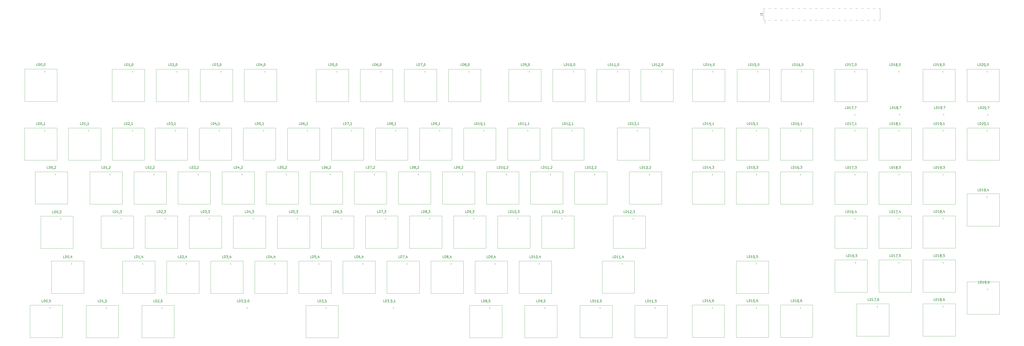
<source format=gbr>
%TF.GenerationSoftware,KiCad,Pcbnew,(5.1.9)-1*%
%TF.CreationDate,2021-07-27T18:32:45+10:00*%
%TF.ProjectId,RedPyKeeb_mainboard,52656450-794b-4656-9562-5f6d61696e62,rev?*%
%TF.SameCoordinates,Original*%
%TF.FileFunction,Legend,Top*%
%TF.FilePolarity,Positive*%
%FSLAX46Y46*%
G04 Gerber Fmt 4.6, Leading zero omitted, Abs format (unit mm)*
G04 Created by KiCad (PCBNEW (5.1.9)-1) date 2021-07-27 18:32:45*
%MOMM*%
%LPD*%
G01*
G04 APERTURE LIST*
%ADD10C,0.120000*%
%ADD11C,0.150000*%
%ADD12C,0.100000*%
G04 APERTURE END LIST*
D10*
%TO.C,LD0\u002C0*%
X27438200Y-47114000D02*
X26738200Y-47114000D01*
%TO.C,LD3\u002C5\u002C1*%
X180155700Y-150949200D02*
X179455700Y-150949200D01*
%TO.C,LD3\u002C5\u002C0*%
X116058800Y-150961900D02*
X115358800Y-150961900D01*
%TO.C,LD20\u002C7*%
X440531100Y-66075100D02*
X439831100Y-66075100D01*
%TO.C,LD20\u002C0*%
X440277100Y-47164800D02*
X439577100Y-47164800D01*
%TO.C,LD20\u002C1*%
X440340600Y-73060100D02*
X439640600Y-73060100D01*
%TO.C,LD19\u002C6*%
X440594600Y-142719600D02*
X439894600Y-142719600D01*
%TO.C,LD19\u002C3*%
X421036600Y-92326000D02*
X420336600Y-92326000D01*
%TO.C,LD19\u002C4*%
X440340600Y-102206600D02*
X439640600Y-102206600D01*
%TO.C,LD19\u002C1*%
X421036600Y-73072800D02*
X420336600Y-73072800D01*
%TO.C,LD19\u002C0*%
X420960400Y-47164800D02*
X420260400Y-47164800D01*
%TO.C,LD19\u002C7*%
X421227100Y-66024300D02*
X420527100Y-66024300D01*
%TO.C,LD18\u002C0*%
X401656400Y-47164800D02*
X400956400Y-47164800D01*
%TO.C,LD18\u002C3*%
X401732600Y-92326000D02*
X401032600Y-92326000D01*
%TO.C,LD18\u002C4*%
X421036600Y-111668100D02*
X420336600Y-111668100D01*
%TO.C,LD18\u002C5*%
X421036600Y-131035600D02*
X420336600Y-131035600D01*
%TO.C,LD18\u002C7*%
X401923100Y-66024300D02*
X401223100Y-66024300D01*
%TO.C,LD18\u002C1*%
X401732600Y-73060100D02*
X401032600Y-73060100D01*
%TO.C,LD18\u002C6*%
X421036600Y-150339600D02*
X420336600Y-150339600D01*
%TO.C,LD17\u002C4*%
X401732600Y-111731600D02*
X401032600Y-111731600D01*
%TO.C,LD17\u002C3*%
X382428600Y-92326000D02*
X381728600Y-92326000D01*
%TO.C,LD17\u002C6*%
X392207600Y-150339600D02*
X391507600Y-150339600D01*
%TO.C,LD17\u002C5*%
X401732600Y-131035600D02*
X401032600Y-131035600D01*
%TO.C,LD17\u002C1*%
X382428600Y-73060100D02*
X381728600Y-73060100D01*
%TO.C,LD17\u002C0*%
X382352400Y-47164800D02*
X381652400Y-47164800D01*
%TO.C,LD17\u002C7*%
X382301600Y-66075100D02*
X381601600Y-66075100D01*
%TO.C,LD16\u002C5*%
X382682600Y-131035600D02*
X381982600Y-131035600D01*
%TO.C,LD16\u002C3*%
X358552600Y-92300600D02*
X357852600Y-92300600D01*
%TO.C,LD16\u002C1*%
X358630800Y-73085500D02*
X357930800Y-73085500D01*
%TO.C,LD16\u002C6*%
X358489100Y-150847600D02*
X357789100Y-150847600D01*
%TO.C,LD16\u002C0*%
X359047900Y-47152100D02*
X358347900Y-47152100D01*
%TO.C,LD16\u002C4*%
X382428600Y-111731600D02*
X381728600Y-111731600D01*
%TO.C,LD15\u002C0*%
X339743900Y-47152100D02*
X339043900Y-47152100D01*
%TO.C,LD15\u002C5*%
X339185100Y-131492800D02*
X338485100Y-131492800D01*
%TO.C,LD15\u002C6*%
X339185100Y-150847600D02*
X338485100Y-150847600D01*
%TO.C,LD15\u002C3*%
X339248600Y-92300600D02*
X338548600Y-92300600D01*
%TO.C,LD15\u002C1*%
X339248600Y-73060100D02*
X338548600Y-73060100D01*
%TO.C,LD14\u002C1*%
X319944600Y-73060100D02*
X319244600Y-73060100D01*
%TO.C,LD14\u002C3*%
X319944600Y-92300600D02*
X319244600Y-92300600D01*
%TO.C,LD14\u002C0*%
X320185900Y-47152100D02*
X319485900Y-47152100D01*
%TO.C,LD14\u002C6*%
X319881100Y-150847600D02*
X319181100Y-150847600D01*
%TO.C,LD13\u002C1*%
X287089700Y-73060100D02*
X286389700Y-73060100D01*
%TO.C,LD13\u002C2*%
X292284000Y-92326000D02*
X291584000Y-92326000D01*
%TO.C,LD12\u002C0*%
X297615460Y-47152100D02*
X296915460Y-47152100D01*
%TO.C,LD12\u002C1*%
X258324200Y-73060100D02*
X257624200Y-73060100D01*
%TO.C,LD12\u002C3*%
X285222800Y-111757000D02*
X284522800Y-111757000D01*
%TO.C,LD12\u002C2*%
X268357200Y-92300600D02*
X267657200Y-92300600D01*
%TO.C,LD11\u002C4*%
X280422200Y-131543600D02*
X279722200Y-131543600D01*
%TO.C,LD11\u002C2*%
X249053200Y-92300600D02*
X248353200Y-92300600D01*
%TO.C,LD11\u002C5*%
X294773200Y-150974600D02*
X294073200Y-150974600D01*
%TO.C,LD11\u002C0*%
X278311460Y-47152100D02*
X277611460Y-47152100D01*
%TO.C,LD11\u002C3*%
X253942700Y-111731600D02*
X253242700Y-111731600D01*
%TO.C,LD11\u002C1*%
X239020200Y-73060100D02*
X238320200Y-73060100D01*
%TO.C,LD10\u002C3*%
X234638700Y-111731600D02*
X233938700Y-111731600D01*
%TO.C,LD10\u002C4*%
X244036700Y-131543600D02*
X243336700Y-131543600D01*
%TO.C,LD10\u002C2*%
X229749200Y-92300600D02*
X229049200Y-92300600D01*
%TO.C,LD10\u002C1*%
X219716200Y-73060100D02*
X219016200Y-73060100D01*
%TO.C,LD10\u002C5*%
X270706700Y-150974600D02*
X270006700Y-150974600D01*
%TO.C,LD10\u002C0*%
X259007460Y-47152100D02*
X258307460Y-47152100D01*
%TO.C,LD9\u002C2*%
X210445200Y-92300600D02*
X209745200Y-92300600D01*
%TO.C,LD9\u002C5*%
X246513200Y-150974600D02*
X245813200Y-150974600D01*
%TO.C,LD9\u002C3*%
X215334700Y-111731600D02*
X214634700Y-111731600D01*
%TO.C,LD9\u002C4*%
X224732700Y-131543600D02*
X224032700Y-131543600D01*
%TO.C,LD9\u002C1*%
X200412200Y-73060100D02*
X199712200Y-73060100D01*
%TO.C,LD9\u002C0*%
X239703460Y-47152100D02*
X239003460Y-47152100D01*
%TO.C,LD8\u002C5*%
X222383200Y-150974600D02*
X221683200Y-150974600D01*
%TO.C,LD8\u002C1*%
X181108200Y-73060100D02*
X180408200Y-73060100D01*
%TO.C,LD8\u002C2*%
X191141200Y-92300600D02*
X190441200Y-92300600D01*
%TO.C,LD8\u002C0*%
X213287460Y-47152100D02*
X212587460Y-47152100D01*
%TO.C,LD8\u002C4*%
X205428700Y-131543600D02*
X204728700Y-131543600D01*
%TO.C,LD8\u002C3*%
X196030700Y-111731600D02*
X195330700Y-111731600D01*
%TO.C,LD7\u002C2*%
X171837200Y-92300600D02*
X171137200Y-92300600D01*
%TO.C,LD7\u002C1*%
X161804200Y-73060100D02*
X161104200Y-73060100D01*
%TO.C,LD7\u002C3*%
X176726700Y-111731600D02*
X176026700Y-111731600D01*
%TO.C,LD7\u002C4*%
X186124700Y-131543600D02*
X185424700Y-131543600D01*
%TO.C,LD7\u002C0*%
X193983460Y-47152100D02*
X193283460Y-47152100D01*
%TO.C,LD6\u002C1*%
X142500200Y-73060100D02*
X141800200Y-73060100D01*
%TO.C,LD6\u002C3*%
X157422700Y-111731600D02*
X156722700Y-111731600D01*
%TO.C,LD6\u002C4*%
X166820700Y-131543600D02*
X166120700Y-131543600D01*
%TO.C,LD6\u002C0*%
X174679460Y-47152100D02*
X173979460Y-47152100D01*
%TO.C,LD6\u002C2*%
X152533200Y-92300600D02*
X151833200Y-92300600D01*
%TO.C,LD5\u002C1*%
X123196200Y-73060100D02*
X122496200Y-73060100D01*
%TO.C,LD5\u002C2*%
X133229200Y-92300600D02*
X132529200Y-92300600D01*
%TO.C,LD5\u002C4*%
X147516700Y-131543600D02*
X146816700Y-131543600D01*
%TO.C,LD5\u002C0*%
X155375460Y-47152100D02*
X154675460Y-47152100D01*
%TO.C,LD5\u002C3*%
X138118700Y-111731600D02*
X137418700Y-111731600D01*
%TO.C,LD4\u002C3*%
X118814700Y-111731600D02*
X118114700Y-111731600D01*
%TO.C,LD4\u002C4*%
X128212700Y-131543600D02*
X127512700Y-131543600D01*
%TO.C,LD4\u002C0*%
X123879460Y-47152100D02*
X123179460Y-47152100D01*
%TO.C,LD4\u002C2*%
X113925200Y-92300600D02*
X113225200Y-92300600D01*
%TO.C,LD4\u002C1*%
X103892200Y-73060100D02*
X103192200Y-73060100D01*
%TO.C,LD3\u002C0*%
X104575460Y-47152100D02*
X103875460Y-47152100D01*
%TO.C,LD3\u002C1*%
X84588200Y-73060100D02*
X83888200Y-73060100D01*
%TO.C,LD3\u002C2*%
X94621200Y-92300600D02*
X93921200Y-92300600D01*
%TO.C,LD3\u002C4*%
X108908700Y-131543600D02*
X108208700Y-131543600D01*
%TO.C,LD3\u002C5*%
X150628200Y-150974600D02*
X149928200Y-150974600D01*
%TO.C,LD3\u002C3*%
X99510700Y-111731600D02*
X98810700Y-111731600D01*
%TO.C,LD2\u002C3*%
X80206700Y-111731600D02*
X79506700Y-111731600D01*
%TO.C,LD2\u002C5*%
X78746200Y-150974600D02*
X78046200Y-150974600D01*
%TO.C,LD2\u002C4*%
X89464700Y-131543600D02*
X88764700Y-131543600D01*
%TO.C,LD2\u002C0*%
X85271460Y-47152100D02*
X84571460Y-47152100D01*
%TO.C,LD2\u002C1*%
X65792200Y-73060100D02*
X65092200Y-73060100D01*
%TO.C,LD2\u002C2*%
X75317200Y-92300600D02*
X74617200Y-92300600D01*
%TO.C,LD1\u002C0*%
X65967460Y-47152100D02*
X65267460Y-47152100D01*
%TO.C,LD1\u002C4*%
X70300700Y-131543600D02*
X69600700Y-131543600D01*
%TO.C,LD1\u002C1*%
X46589800Y-73072800D02*
X45889800Y-73072800D01*
%TO.C,LD1\u002C3*%
X60902700Y-111731600D02*
X60202700Y-111731600D01*
%TO.C,LD1\u002C5*%
X54362200Y-150974600D02*
X53662200Y-150974600D01*
%TO.C,LD1\u002C2*%
X56013200Y-92300600D02*
X55313200Y-92300600D01*
%TO.C,LD0\u002C2*%
X32086400Y-92275200D02*
X31386400Y-92275200D01*
%TO.C,LD0\u002C1*%
X27374700Y-73072800D02*
X26674700Y-73072800D01*
%TO.C,LD0\u002C5*%
X29787700Y-150923800D02*
X29087700Y-150923800D01*
%TO.C,LD0\u002C3*%
X34423200Y-111807800D02*
X33723200Y-111807800D01*
%TO.C,LD0\u002C4*%
X39185700Y-131543600D02*
X38485700Y-131543600D01*
%TO.C,K19\u002C6*%
X432040600Y-156045600D02*
X446240600Y-156045600D01*
X432040600Y-141845600D02*
X432040600Y-156045600D01*
X446240600Y-141845600D02*
X432040600Y-141845600D01*
X446240600Y-156045600D02*
X446240600Y-141845600D01*
%TO.C,K7\u002C0*%
X185492960Y-62637100D02*
X199692960Y-62637100D01*
X185492960Y-48437100D02*
X185492960Y-62637100D01*
X199692960Y-48437100D02*
X185492960Y-48437100D01*
X199692960Y-62637100D02*
X199692960Y-48437100D01*
%TO.C,K12\u002C3*%
X276948200Y-127102300D02*
X291148200Y-127102300D01*
X276948200Y-112902300D02*
X276948200Y-127102300D01*
X291148200Y-112902300D02*
X276948200Y-112902300D01*
X291148200Y-127102300D02*
X291148200Y-112902300D01*
%TO.C,K16\u002C1*%
X350252600Y-88418100D02*
X364452600Y-88418100D01*
X350252600Y-74218100D02*
X350252600Y-88418100D01*
X364452600Y-74218100D02*
X350252600Y-74218100D01*
X364452600Y-88418100D02*
X364452600Y-74218100D01*
%TO.C,K14\u002C1*%
X311644600Y-88418100D02*
X325844600Y-88418100D01*
X311644600Y-74218100D02*
X311644600Y-88418100D01*
X325844600Y-74218100D02*
X311644600Y-74218100D01*
X325844600Y-88418100D02*
X325844600Y-74218100D01*
%TO.C,K3\u002C2*%
X86321200Y-107658600D02*
X100521200Y-107658600D01*
X86321200Y-93458600D02*
X86321200Y-107658600D01*
X100521200Y-93458600D02*
X86321200Y-93458600D01*
X100521200Y-107658600D02*
X100521200Y-93458600D01*
%TO.C,K8\u002C0*%
X204796960Y-62637100D02*
X218996960Y-62637100D01*
X204796960Y-48437100D02*
X204796960Y-62637100D01*
X218996960Y-48437100D02*
X204796960Y-48437100D01*
X218996960Y-62637100D02*
X218996960Y-48437100D01*
%TO.C,K0\u002C2*%
X23773700Y-107633200D02*
X37973700Y-107633200D01*
X23773700Y-93433200D02*
X23773700Y-107633200D01*
X37973700Y-93433200D02*
X23773700Y-93433200D01*
X37973700Y-107633200D02*
X37973700Y-93433200D01*
%TO.C,K18\u002C4*%
X412736600Y-127026100D02*
X426936600Y-127026100D01*
X412736600Y-112826100D02*
X412736600Y-127026100D01*
X426936600Y-112826100D02*
X412736600Y-112826100D01*
X426936600Y-127026100D02*
X426936600Y-112826100D01*
%TO.C,K10\u002C3*%
X226338700Y-127089600D02*
X240538700Y-127089600D01*
X226338700Y-112889600D02*
X226338700Y-127089600D01*
X240538700Y-112889600D02*
X226338700Y-112889600D01*
X240538700Y-127089600D02*
X240538700Y-112889600D01*
%TO.C,K13\u002C1*%
X278789700Y-88367300D02*
X292989700Y-88367300D01*
X278789700Y-74167300D02*
X278789700Y-88367300D01*
X292989700Y-74167300D02*
X278789700Y-74167300D01*
X292989700Y-88367300D02*
X292989700Y-74167300D01*
%TO.C,K19\u002C4*%
X432040600Y-117310600D02*
X446240600Y-117310600D01*
X432040600Y-103110600D02*
X432040600Y-117310600D01*
X446240600Y-103110600D02*
X432040600Y-103110600D01*
X446240600Y-117310600D02*
X446240600Y-103110600D01*
%TO.C,K11\u002C4*%
X272122200Y-146850800D02*
X286322200Y-146850800D01*
X272122200Y-132650800D02*
X272122200Y-146850800D01*
X286322200Y-132650800D02*
X272122200Y-132650800D01*
X286322200Y-146850800D02*
X286322200Y-132650800D01*
%TO.C,K0\u002C0*%
X19138200Y-62586300D02*
X33338200Y-62586300D01*
X19138200Y-48386300D02*
X19138200Y-62586300D01*
X33338200Y-48386300D02*
X19138200Y-48386300D01*
X33338200Y-62586300D02*
X33338200Y-48386300D01*
%TO.C,K0\u002C1*%
X19074700Y-88430800D02*
X33274700Y-88430800D01*
X19074700Y-74230800D02*
X19074700Y-88430800D01*
X33274700Y-74230800D02*
X19074700Y-74230800D01*
X33274700Y-88430800D02*
X33274700Y-74230800D01*
%TO.C,K0\u002C5*%
X21487700Y-166281800D02*
X35687700Y-166281800D01*
X21487700Y-152081800D02*
X21487700Y-166281800D01*
X35687700Y-152081800D02*
X21487700Y-152081800D01*
X35687700Y-166281800D02*
X35687700Y-152081800D01*
%TO.C,K0\u002C4*%
X30885700Y-146914300D02*
X45085700Y-146914300D01*
X30885700Y-132714300D02*
X30885700Y-146914300D01*
X45085700Y-132714300D02*
X30885700Y-132714300D01*
X45085700Y-146914300D02*
X45085700Y-132714300D01*
%TO.C,K0\u002C3*%
X26161300Y-127140400D02*
X40361300Y-127140400D01*
X26161300Y-112940400D02*
X26161300Y-127140400D01*
X40361300Y-112940400D02*
X26161300Y-112940400D01*
X40361300Y-127140400D02*
X40361300Y-112940400D01*
%TO.C,K1\u002C4*%
X62000700Y-146901600D02*
X76200700Y-146901600D01*
X62000700Y-132701600D02*
X62000700Y-146901600D01*
X76200700Y-132701600D02*
X62000700Y-132701600D01*
X76200700Y-146901600D02*
X76200700Y-132701600D01*
%TO.C,K1\u002C5*%
X46062200Y-166332600D02*
X60262200Y-166332600D01*
X46062200Y-152132600D02*
X46062200Y-166332600D01*
X60262200Y-152132600D02*
X46062200Y-152132600D01*
X60262200Y-166332600D02*
X60262200Y-152132600D01*
%TO.C,K1\u002C3*%
X52602700Y-127089600D02*
X66802700Y-127089600D01*
X52602700Y-112889600D02*
X52602700Y-127089600D01*
X66802700Y-112889600D02*
X52602700Y-112889600D01*
X66802700Y-127089600D02*
X66802700Y-112889600D01*
%TO.C,K1\u002C2*%
X47713200Y-107658600D02*
X61913200Y-107658600D01*
X47713200Y-93458600D02*
X47713200Y-107658600D01*
X61913200Y-93458600D02*
X47713200Y-93458600D01*
X61913200Y-107658600D02*
X61913200Y-93458600D01*
%TO.C,K1\u002C1*%
X38289800Y-88430800D02*
X52489800Y-88430800D01*
X38289800Y-74230800D02*
X38289800Y-88430800D01*
X52489800Y-74230800D02*
X38289800Y-74230800D01*
X52489800Y-88430800D02*
X52489800Y-74230800D01*
%TO.C,K1\u002C0*%
X57476960Y-62637100D02*
X71676960Y-62637100D01*
X57476960Y-48437100D02*
X57476960Y-62637100D01*
X71676960Y-48437100D02*
X57476960Y-48437100D01*
X71676960Y-62637100D02*
X71676960Y-48437100D01*
%TO.C,K2\u002C5*%
X70446200Y-166332600D02*
X84646200Y-166332600D01*
X70446200Y-152132600D02*
X70446200Y-166332600D01*
X84646200Y-152132600D02*
X70446200Y-152132600D01*
X84646200Y-166332600D02*
X84646200Y-152132600D01*
%TO.C,K2\u002C3*%
X71906700Y-127089600D02*
X86106700Y-127089600D01*
X71906700Y-112889600D02*
X71906700Y-127089600D01*
X86106700Y-112889600D02*
X71906700Y-112889600D01*
X86106700Y-127089600D02*
X86106700Y-112889600D01*
%TO.C,K2\u002C1*%
X57492200Y-88418100D02*
X71692200Y-88418100D01*
X57492200Y-74218100D02*
X57492200Y-88418100D01*
X71692200Y-74218100D02*
X57492200Y-74218100D01*
X71692200Y-88418100D02*
X71692200Y-74218100D01*
%TO.C,K2\u002C4*%
X81304700Y-146901600D02*
X95504700Y-146901600D01*
X81304700Y-132701600D02*
X81304700Y-146901600D01*
X95504700Y-132701600D02*
X81304700Y-132701600D01*
X95504700Y-146901600D02*
X95504700Y-132701600D01*
%TO.C,K2\u002C2*%
X67017200Y-107658600D02*
X81217200Y-107658600D01*
X67017200Y-93458600D02*
X67017200Y-107658600D01*
X81217200Y-93458600D02*
X67017200Y-93458600D01*
X81217200Y-107658600D02*
X81217200Y-93458600D01*
%TO.C,K2\u002C0*%
X76780960Y-62637100D02*
X90980960Y-62637100D01*
X76780960Y-48437100D02*
X76780960Y-62637100D01*
X90980960Y-48437100D02*
X76780960Y-48437100D01*
X90980960Y-62637100D02*
X90980960Y-48437100D01*
%TO.C,K3\u002C5*%
X142328200Y-166332600D02*
X156528200Y-166332600D01*
X142328200Y-152132600D02*
X142328200Y-166332600D01*
X156528200Y-152132600D02*
X142328200Y-152132600D01*
X156528200Y-166332600D02*
X156528200Y-152132600D01*
%TO.C,K3\u002C4*%
X100608700Y-146901600D02*
X114808700Y-146901600D01*
X100608700Y-132701600D02*
X100608700Y-146901600D01*
X114808700Y-132701600D02*
X100608700Y-132701600D01*
X114808700Y-146901600D02*
X114808700Y-132701600D01*
%TO.C,K3\u002C1*%
X76288200Y-88418100D02*
X90488200Y-88418100D01*
X76288200Y-74218100D02*
X76288200Y-88418100D01*
X90488200Y-74218100D02*
X76288200Y-74218100D01*
X90488200Y-88418100D02*
X90488200Y-74218100D01*
%TO.C,K3\u002C0*%
X96084960Y-62637100D02*
X110284960Y-62637100D01*
X96084960Y-48437100D02*
X96084960Y-62637100D01*
X110284960Y-48437100D02*
X96084960Y-48437100D01*
X110284960Y-62637100D02*
X110284960Y-48437100D01*
%TO.C,K3\u002C3*%
X91210700Y-127089600D02*
X105410700Y-127089600D01*
X91210700Y-112889600D02*
X91210700Y-127089600D01*
X105410700Y-112889600D02*
X91210700Y-112889600D01*
X105410700Y-127089600D02*
X105410700Y-112889600D01*
%TO.C,K4\u002C1*%
X95592200Y-88418100D02*
X109792200Y-88418100D01*
X95592200Y-74218100D02*
X95592200Y-88418100D01*
X109792200Y-74218100D02*
X95592200Y-74218100D01*
X109792200Y-88418100D02*
X109792200Y-74218100D01*
%TO.C,K4\u002C2*%
X105625200Y-107658600D02*
X119825200Y-107658600D01*
X105625200Y-93458600D02*
X105625200Y-107658600D01*
X119825200Y-93458600D02*
X105625200Y-93458600D01*
X119825200Y-107658600D02*
X119825200Y-93458600D01*
%TO.C,K4\u002C3*%
X110514700Y-127089600D02*
X124714700Y-127089600D01*
X110514700Y-112889600D02*
X110514700Y-127089600D01*
X124714700Y-112889600D02*
X110514700Y-112889600D01*
X124714700Y-127089600D02*
X124714700Y-112889600D01*
%TO.C,K4\u002C4*%
X119912700Y-146901600D02*
X134112700Y-146901600D01*
X119912700Y-132701600D02*
X119912700Y-146901600D01*
X134112700Y-132701600D02*
X119912700Y-132701600D01*
X134112700Y-146901600D02*
X134112700Y-132701600D01*
%TO.C,K4\u002C0*%
X115388960Y-62637100D02*
X129588960Y-62637100D01*
X115388960Y-48437100D02*
X115388960Y-62637100D01*
X129588960Y-48437100D02*
X115388960Y-48437100D01*
X129588960Y-62637100D02*
X129588960Y-48437100D01*
%TO.C,K5\u002C0*%
X146884960Y-62637100D02*
X161084960Y-62637100D01*
X146884960Y-48437100D02*
X146884960Y-62637100D01*
X161084960Y-48437100D02*
X146884960Y-48437100D01*
X161084960Y-62637100D02*
X161084960Y-48437100D01*
%TO.C,K5\u002C2*%
X124929200Y-107658600D02*
X139129200Y-107658600D01*
X124929200Y-93458600D02*
X124929200Y-107658600D01*
X139129200Y-93458600D02*
X124929200Y-93458600D01*
X139129200Y-107658600D02*
X139129200Y-93458600D01*
%TO.C,K5\u002C1*%
X114896200Y-88418100D02*
X129096200Y-88418100D01*
X114896200Y-74218100D02*
X114896200Y-88418100D01*
X129096200Y-74218100D02*
X114896200Y-74218100D01*
X129096200Y-88418100D02*
X129096200Y-74218100D01*
%TO.C,K5\u002C3*%
X129818700Y-127089600D02*
X144018700Y-127089600D01*
X129818700Y-112889600D02*
X129818700Y-127089600D01*
X144018700Y-112889600D02*
X129818700Y-112889600D01*
X144018700Y-127089600D02*
X144018700Y-112889600D01*
%TO.C,K5\u002C4*%
X139216700Y-146901600D02*
X153416700Y-146901600D01*
X139216700Y-132701600D02*
X139216700Y-146901600D01*
X153416700Y-132701600D02*
X139216700Y-132701600D01*
X153416700Y-146901600D02*
X153416700Y-132701600D01*
%TO.C,K6\u002C3*%
X149122700Y-127089600D02*
X163322700Y-127089600D01*
X149122700Y-112889600D02*
X149122700Y-127089600D01*
X163322700Y-112889600D02*
X149122700Y-112889600D01*
X163322700Y-127089600D02*
X163322700Y-112889600D01*
%TO.C,K6\u002C4*%
X158520700Y-146901600D02*
X172720700Y-146901600D01*
X158520700Y-132701600D02*
X158520700Y-146901600D01*
X172720700Y-132701600D02*
X158520700Y-132701600D01*
X172720700Y-146901600D02*
X172720700Y-132701600D01*
%TO.C,K6\u002C1*%
X134200200Y-88418100D02*
X148400200Y-88418100D01*
X134200200Y-74218100D02*
X134200200Y-88418100D01*
X148400200Y-74218100D02*
X134200200Y-74218100D01*
X148400200Y-88418100D02*
X148400200Y-74218100D01*
%TO.C,K6\u002C2*%
X144233200Y-107658600D02*
X158433200Y-107658600D01*
X144233200Y-93458600D02*
X144233200Y-107658600D01*
X158433200Y-93458600D02*
X144233200Y-93458600D01*
X158433200Y-107658600D02*
X158433200Y-93458600D01*
%TO.C,K6\u002C0*%
X166188960Y-62637100D02*
X180388960Y-62637100D01*
X166188960Y-48437100D02*
X166188960Y-62637100D01*
X180388960Y-48437100D02*
X166188960Y-48437100D01*
X180388960Y-62637100D02*
X180388960Y-48437100D01*
%TO.C,K7\u002C2*%
X163537200Y-107658600D02*
X177737200Y-107658600D01*
X163537200Y-93458600D02*
X163537200Y-107658600D01*
X177737200Y-93458600D02*
X163537200Y-93458600D01*
X177737200Y-107658600D02*
X177737200Y-93458600D01*
%TO.C,K7\u002C1*%
X153504200Y-88418100D02*
X167704200Y-88418100D01*
X153504200Y-74218100D02*
X153504200Y-88418100D01*
X167704200Y-74218100D02*
X153504200Y-74218100D01*
X167704200Y-88418100D02*
X167704200Y-74218100D01*
%TO.C,K7\u002C3*%
X168426700Y-127089600D02*
X182626700Y-127089600D01*
X168426700Y-112889600D02*
X168426700Y-127089600D01*
X182626700Y-112889600D02*
X168426700Y-112889600D01*
X182626700Y-127089600D02*
X182626700Y-112889600D01*
%TO.C,K7\u002C4*%
X177824700Y-146901600D02*
X192024700Y-146901600D01*
X177824700Y-132701600D02*
X177824700Y-146901600D01*
X192024700Y-132701600D02*
X177824700Y-132701600D01*
X192024700Y-146901600D02*
X192024700Y-132701600D01*
%TO.C,K8\u002C1*%
X172808200Y-88418100D02*
X187008200Y-88418100D01*
X172808200Y-74218100D02*
X172808200Y-88418100D01*
X187008200Y-74218100D02*
X172808200Y-74218100D01*
X187008200Y-88418100D02*
X187008200Y-74218100D01*
%TO.C,K8\u002C3*%
X187730700Y-127089600D02*
X201930700Y-127089600D01*
X187730700Y-112889600D02*
X187730700Y-127089600D01*
X201930700Y-112889600D02*
X187730700Y-112889600D01*
X201930700Y-127089600D02*
X201930700Y-112889600D01*
%TO.C,K8\u002C4*%
X197128700Y-146901600D02*
X211328700Y-146901600D01*
X197128700Y-132701600D02*
X197128700Y-146901600D01*
X211328700Y-132701600D02*
X197128700Y-132701600D01*
X211328700Y-146901600D02*
X211328700Y-132701600D01*
%TO.C,K8\u002C5*%
X214057800Y-166332600D02*
X228257800Y-166332600D01*
X214057800Y-152132600D02*
X214057800Y-166332600D01*
X228257800Y-152132600D02*
X214057800Y-152132600D01*
X228257800Y-166332600D02*
X228257800Y-152132600D01*
%TO.C,K8\u002C2*%
X182841200Y-107658600D02*
X197041200Y-107658600D01*
X182841200Y-93458600D02*
X182841200Y-107658600D01*
X197041200Y-93458600D02*
X182841200Y-93458600D01*
X197041200Y-107658600D02*
X197041200Y-93458600D01*
%TO.C,K9\u002C0*%
X231212960Y-62637100D02*
X245412960Y-62637100D01*
X231212960Y-48437100D02*
X231212960Y-62637100D01*
X245412960Y-48437100D02*
X231212960Y-48437100D01*
X245412960Y-62637100D02*
X245412960Y-48437100D01*
%TO.C,K9\u002C5*%
X238213200Y-166332600D02*
X252413200Y-166332600D01*
X238213200Y-152132600D02*
X238213200Y-166332600D01*
X252413200Y-152132600D02*
X238213200Y-152132600D01*
X252413200Y-166332600D02*
X252413200Y-152132600D01*
%TO.C,K9\u002C1*%
X192112200Y-88418100D02*
X206312200Y-88418100D01*
X192112200Y-74218100D02*
X192112200Y-88418100D01*
X206312200Y-74218100D02*
X192112200Y-74218100D01*
X206312200Y-88418100D02*
X206312200Y-74218100D01*
%TO.C,K9\u002C2*%
X202145200Y-107658600D02*
X216345200Y-107658600D01*
X202145200Y-93458600D02*
X202145200Y-107658600D01*
X216345200Y-93458600D02*
X202145200Y-93458600D01*
X216345200Y-107658600D02*
X216345200Y-93458600D01*
%TO.C,K9\u002C4*%
X216432700Y-146901600D02*
X230632700Y-146901600D01*
X216432700Y-132701600D02*
X216432700Y-146901600D01*
X230632700Y-132701600D02*
X216432700Y-132701600D01*
X230632700Y-146901600D02*
X230632700Y-132701600D01*
%TO.C,K9\u002C3*%
X207034700Y-127089600D02*
X221234700Y-127089600D01*
X207034700Y-112889600D02*
X207034700Y-127089600D01*
X221234700Y-112889600D02*
X207034700Y-112889600D01*
X221234700Y-127089600D02*
X221234700Y-112889600D01*
%TO.C,K10\u002C2*%
X221449200Y-107658600D02*
X235649200Y-107658600D01*
X221449200Y-93458600D02*
X221449200Y-107658600D01*
X235649200Y-93458600D02*
X221449200Y-93458600D01*
X235649200Y-107658600D02*
X235649200Y-93458600D01*
%TO.C,K10\u002C0*%
X250516960Y-62637100D02*
X264716960Y-62637100D01*
X250516960Y-48437100D02*
X250516960Y-62637100D01*
X264716960Y-48437100D02*
X250516960Y-48437100D01*
X264716960Y-62637100D02*
X264716960Y-48437100D01*
%TO.C,K10\u002C5*%
X262406700Y-166332600D02*
X276606700Y-166332600D01*
X262406700Y-152132600D02*
X262406700Y-166332600D01*
X276606700Y-152132600D02*
X262406700Y-152132600D01*
X276606700Y-166332600D02*
X276606700Y-152132600D01*
%TO.C,K10\u002C1*%
X211416200Y-88418100D02*
X225616200Y-88418100D01*
X211416200Y-74218100D02*
X211416200Y-88418100D01*
X225616200Y-74218100D02*
X211416200Y-74218100D01*
X225616200Y-88418100D02*
X225616200Y-74218100D01*
%TO.C,K10\u002C4*%
X235736700Y-146901600D02*
X249936700Y-146901600D01*
X235736700Y-132701600D02*
X235736700Y-146901600D01*
X249936700Y-132701600D02*
X235736700Y-132701600D01*
X249936700Y-146901600D02*
X249936700Y-132701600D01*
%TO.C,K11\u002C3*%
X245642700Y-127089600D02*
X259842700Y-127089600D01*
X245642700Y-112889600D02*
X245642700Y-127089600D01*
X259842700Y-112889600D02*
X245642700Y-112889600D01*
X259842700Y-127089600D02*
X259842700Y-112889600D01*
%TO.C,K11\u002C2*%
X240753200Y-107658600D02*
X254953200Y-107658600D01*
X240753200Y-93458600D02*
X240753200Y-107658600D01*
X254953200Y-93458600D02*
X240753200Y-93458600D01*
X254953200Y-107658600D02*
X254953200Y-93458600D01*
%TO.C,K11\u002C5*%
X286473200Y-166332600D02*
X300673200Y-166332600D01*
X286473200Y-152132600D02*
X286473200Y-166332600D01*
X300673200Y-152132600D02*
X286473200Y-152132600D01*
X300673200Y-166332600D02*
X300673200Y-152132600D01*
%TO.C,K11\u002C1*%
X230720200Y-88418100D02*
X244920200Y-88418100D01*
X230720200Y-74218100D02*
X230720200Y-88418100D01*
X244920200Y-74218100D02*
X230720200Y-74218100D01*
X244920200Y-88418100D02*
X244920200Y-74218100D01*
%TO.C,K11\u002C0*%
X269820960Y-62637100D02*
X284020960Y-62637100D01*
X269820960Y-48437100D02*
X269820960Y-62637100D01*
X284020960Y-48437100D02*
X269820960Y-48437100D01*
X284020960Y-62637100D02*
X284020960Y-48437100D01*
%TO.C,K12\u002C2*%
X260057200Y-107658600D02*
X274257200Y-107658600D01*
X260057200Y-93458600D02*
X260057200Y-107658600D01*
X274257200Y-93458600D02*
X260057200Y-93458600D01*
X274257200Y-107658600D02*
X274257200Y-93458600D01*
%TO.C,K12\u002C0*%
X289124960Y-62637100D02*
X303324960Y-62637100D01*
X289124960Y-48437100D02*
X289124960Y-62637100D01*
X303324960Y-48437100D02*
X289124960Y-48437100D01*
X303324960Y-62637100D02*
X303324960Y-48437100D01*
%TO.C,K12\u002C1*%
X250024200Y-88418100D02*
X264224200Y-88418100D01*
X250024200Y-74218100D02*
X250024200Y-88418100D01*
X264224200Y-74218100D02*
X250024200Y-74218100D01*
X264224200Y-88418100D02*
X264224200Y-74218100D01*
%TO.C,K13\u002C2*%
X283996700Y-107671300D02*
X298196700Y-107671300D01*
X283996700Y-93471300D02*
X283996700Y-107671300D01*
X298196700Y-93471300D02*
X283996700Y-93471300D01*
X298196700Y-107671300D02*
X298196700Y-93471300D01*
%TO.C,K14\u002C6*%
X311581100Y-166205600D02*
X325781100Y-166205600D01*
X311581100Y-152005600D02*
X311581100Y-166205600D01*
X325781100Y-152005600D02*
X311581100Y-152005600D01*
X325781100Y-166205600D02*
X325781100Y-152005600D01*
%TO.C,K14\u002C3*%
X311644600Y-107658600D02*
X325844600Y-107658600D01*
X311644600Y-93458600D02*
X311644600Y-107658600D01*
X325844600Y-93458600D02*
X311644600Y-93458600D01*
X325844600Y-107658600D02*
X325844600Y-93458600D01*
%TO.C,K14\u002C0*%
X311695400Y-62637100D02*
X325895400Y-62637100D01*
X311695400Y-48437100D02*
X311695400Y-62637100D01*
X325895400Y-48437100D02*
X311695400Y-48437100D01*
X325895400Y-62637100D02*
X325895400Y-48437100D01*
%TO.C,K15\u002C6*%
X330885100Y-166205600D02*
X345085100Y-166205600D01*
X330885100Y-152005600D02*
X330885100Y-166205600D01*
X345085100Y-152005600D02*
X330885100Y-152005600D01*
X345085100Y-166205600D02*
X345085100Y-152005600D01*
%TO.C,K15\u002C3*%
X330948600Y-107658600D02*
X345148600Y-107658600D01*
X330948600Y-93458600D02*
X330948600Y-107658600D01*
X345148600Y-93458600D02*
X330948600Y-93458600D01*
X345148600Y-107658600D02*
X345148600Y-93458600D01*
%TO.C,K15\u002C5*%
X330885100Y-146901600D02*
X345085100Y-146901600D01*
X330885100Y-132701600D02*
X330885100Y-146901600D01*
X345085100Y-132701600D02*
X330885100Y-132701600D01*
X345085100Y-146901600D02*
X345085100Y-132701600D01*
%TO.C,K15\u002C1*%
X330948600Y-88418100D02*
X345148600Y-88418100D01*
X330948600Y-74218100D02*
X330948600Y-88418100D01*
X345148600Y-74218100D02*
X330948600Y-74218100D01*
X345148600Y-88418100D02*
X345148600Y-74218100D01*
%TO.C,K15\u002C0*%
X331253400Y-62637100D02*
X345453400Y-62637100D01*
X331253400Y-48437100D02*
X331253400Y-62637100D01*
X345453400Y-48437100D02*
X331253400Y-48437100D01*
X345453400Y-62637100D02*
X345453400Y-48437100D01*
%TO.C,K16\u002C4*%
X374128600Y-127089600D02*
X388328600Y-127089600D01*
X374128600Y-112889600D02*
X374128600Y-127089600D01*
X388328600Y-112889600D02*
X374128600Y-112889600D01*
X388328600Y-127089600D02*
X388328600Y-112889600D01*
%TO.C,K16\u002C5*%
X374128600Y-146393600D02*
X388328600Y-146393600D01*
X374128600Y-132193600D02*
X374128600Y-146393600D01*
X388328600Y-132193600D02*
X374128600Y-132193600D01*
X388328600Y-146393600D02*
X388328600Y-132193600D01*
%TO.C,K16\u002C3*%
X350252600Y-107658600D02*
X364452600Y-107658600D01*
X350252600Y-93458600D02*
X350252600Y-107658600D01*
X364452600Y-93458600D02*
X350252600Y-93458600D01*
X364452600Y-107658600D02*
X364452600Y-93458600D01*
%TO.C,K16\u002C0*%
X350557400Y-62637100D02*
X364757400Y-62637100D01*
X350557400Y-48437100D02*
X350557400Y-62637100D01*
X364757400Y-48437100D02*
X350557400Y-48437100D01*
X364757400Y-62637100D02*
X364757400Y-48437100D01*
%TO.C,K16\u002C6*%
X350189100Y-166205600D02*
X364389100Y-166205600D01*
X350189100Y-152005600D02*
X350189100Y-166205600D01*
X364389100Y-152005600D02*
X350189100Y-152005600D01*
X364389100Y-166205600D02*
X364389100Y-152005600D01*
%TO.C,K17\u002C6*%
X383653600Y-165697600D02*
X397853600Y-165697600D01*
X383653600Y-151497600D02*
X383653600Y-165697600D01*
X397853600Y-151497600D02*
X383653600Y-151497600D01*
X397853600Y-165697600D02*
X397853600Y-151497600D01*
%TO.C,K17\u002C5*%
X393432600Y-146393600D02*
X407632600Y-146393600D01*
X393432600Y-132193600D02*
X393432600Y-146393600D01*
X407632600Y-132193600D02*
X393432600Y-132193600D01*
X407632600Y-146393600D02*
X407632600Y-132193600D01*
%TO.C,K17\u002C4*%
X393432600Y-127089600D02*
X407632600Y-127089600D01*
X393432600Y-112889600D02*
X393432600Y-127089600D01*
X407632600Y-112889600D02*
X393432600Y-112889600D01*
X407632600Y-127089600D02*
X407632600Y-112889600D01*
%TO.C,K17\u002C3*%
X374128600Y-107785600D02*
X388328600Y-107785600D01*
X374128600Y-93585600D02*
X374128600Y-107785600D01*
X388328600Y-93585600D02*
X374128600Y-93585600D01*
X388328600Y-107785600D02*
X388328600Y-93585600D01*
%TO.C,K17\u002C1*%
X374128600Y-88418100D02*
X388328600Y-88418100D01*
X374128600Y-74218100D02*
X374128600Y-88418100D01*
X388328600Y-74218100D02*
X374128600Y-74218100D01*
X388328600Y-88418100D02*
X388328600Y-74218100D01*
%TO.C,K17\u002C0*%
X374065100Y-62637100D02*
X388265100Y-62637100D01*
X374065100Y-48437100D02*
X374065100Y-62637100D01*
X388265100Y-48437100D02*
X374065100Y-48437100D01*
X388265100Y-62637100D02*
X388265100Y-48437100D01*
%TO.C,K18\u002C6*%
X412736600Y-165697600D02*
X426936600Y-165697600D01*
X412736600Y-151497600D02*
X412736600Y-165697600D01*
X426936600Y-151497600D02*
X412736600Y-151497600D01*
X426936600Y-165697600D02*
X426936600Y-151497600D01*
%TO.C,K18\u002C3*%
X393432600Y-107785600D02*
X407632600Y-107785600D01*
X393432600Y-93585600D02*
X393432600Y-107785600D01*
X407632600Y-93585600D02*
X393432600Y-93585600D01*
X407632600Y-107785600D02*
X407632600Y-93585600D01*
%TO.C,K18\u002C1*%
X393432600Y-88418100D02*
X407632600Y-88418100D01*
X393432600Y-74218100D02*
X393432600Y-88418100D01*
X407632600Y-74218100D02*
X393432600Y-74218100D01*
X407632600Y-88418100D02*
X407632600Y-74218100D01*
%TO.C,K18\u002C5*%
X412736600Y-146393600D02*
X426936600Y-146393600D01*
X412736600Y-132193600D02*
X412736600Y-146393600D01*
X426936600Y-132193600D02*
X412736600Y-132193600D01*
X426936600Y-146393600D02*
X426936600Y-132193600D01*
%TO.C,K19\u002C0*%
X412673100Y-62637100D02*
X426873100Y-62637100D01*
X412673100Y-48437100D02*
X412673100Y-62637100D01*
X426873100Y-48437100D02*
X412673100Y-48437100D01*
X426873100Y-62637100D02*
X426873100Y-48437100D01*
%TO.C,K19\u002C3*%
X412736600Y-107785600D02*
X426936600Y-107785600D01*
X412736600Y-93585600D02*
X412736600Y-107785600D01*
X426936600Y-93585600D02*
X412736600Y-93585600D01*
X426936600Y-107785600D02*
X426936600Y-93585600D01*
%TO.C,K19\u002C1*%
X412736600Y-88418100D02*
X426936600Y-88418100D01*
X412736600Y-74218100D02*
X412736600Y-88418100D01*
X426936600Y-74218100D02*
X412736600Y-74218100D01*
X426936600Y-88418100D02*
X426936600Y-74218100D01*
%TO.C,K20\u002C0*%
X431977100Y-62637100D02*
X446177100Y-62637100D01*
X431977100Y-48437100D02*
X431977100Y-62637100D01*
X446177100Y-48437100D02*
X431977100Y-48437100D01*
X446177100Y-62637100D02*
X446177100Y-48437100D01*
%TO.C,K20\u002C1*%
X432040600Y-88418100D02*
X446240600Y-88418100D01*
X432040600Y-74218100D02*
X432040600Y-88418100D01*
X446240600Y-74218100D02*
X432040600Y-74218100D01*
X446240600Y-88418100D02*
X446240600Y-74218100D01*
%TO.C,J1*%
X390751600Y-21733200D02*
X391771600Y-21733200D01*
X390751600Y-26933200D02*
X391771600Y-26933200D01*
X388211600Y-21733200D02*
X389231600Y-21733200D01*
X388211600Y-26933200D02*
X389231600Y-26933200D01*
X385671600Y-21733200D02*
X386691600Y-21733200D01*
X385671600Y-26933200D02*
X386691600Y-26933200D01*
X383131600Y-21733200D02*
X384151600Y-21733200D01*
X383131600Y-26933200D02*
X384151600Y-26933200D01*
X380591600Y-21733200D02*
X381611600Y-21733200D01*
X380591600Y-26933200D02*
X381611600Y-26933200D01*
X378051600Y-21733200D02*
X379071600Y-21733200D01*
X378051600Y-26933200D02*
X379071600Y-26933200D01*
X375511600Y-21733200D02*
X376531600Y-21733200D01*
X375511600Y-26933200D02*
X376531600Y-26933200D01*
X372971600Y-21733200D02*
X373991600Y-21733200D01*
X372971600Y-26933200D02*
X373991600Y-26933200D01*
X370431600Y-21733200D02*
X371451600Y-21733200D01*
X370431600Y-26933200D02*
X371451600Y-26933200D01*
X367891600Y-21733200D02*
X368911600Y-21733200D01*
X367891600Y-26933200D02*
X368911600Y-26933200D01*
X365351600Y-21733200D02*
X366371600Y-21733200D01*
X365351600Y-26933200D02*
X366371600Y-26933200D01*
X362811600Y-21733200D02*
X363831600Y-21733200D01*
X362811600Y-26933200D02*
X363831600Y-26933200D01*
X360271600Y-21733200D02*
X361291600Y-21733200D01*
X360271600Y-26933200D02*
X361291600Y-26933200D01*
X357731600Y-21733200D02*
X358751600Y-21733200D01*
X357731600Y-26933200D02*
X358751600Y-26933200D01*
X355191600Y-21733200D02*
X356211600Y-21733200D01*
X355191600Y-26933200D02*
X356211600Y-26933200D01*
X352651600Y-21733200D02*
X353671600Y-21733200D01*
X352651600Y-26933200D02*
X353671600Y-26933200D01*
X350111600Y-21733200D02*
X351131600Y-21733200D01*
X350111600Y-26933200D02*
X351131600Y-26933200D01*
X347571600Y-21733200D02*
X348591600Y-21733200D01*
X347571600Y-26933200D02*
X348591600Y-26933200D01*
X345031600Y-21733200D02*
X346051600Y-21733200D01*
X345031600Y-26933200D02*
X346051600Y-26933200D01*
X393291600Y-21733200D02*
X393861600Y-21733200D01*
X393291600Y-26933200D02*
X393861600Y-26933200D01*
X342941600Y-21733200D02*
X343511600Y-21733200D01*
X342941600Y-26933200D02*
X343511600Y-26933200D01*
X343511600Y-28373200D02*
X343511600Y-26933200D01*
X393861600Y-26933200D02*
X393861600Y-21733200D01*
X342941600Y-26933200D02*
X342941600Y-21733200D01*
%TO.C,LD0\u002C0*%
D11*
X24857247Y-46856380D02*
X24381057Y-46856380D01*
X24381057Y-45856380D01*
X25190580Y-46856380D02*
X25190580Y-45856380D01*
X25428676Y-45856380D01*
X25571533Y-45904000D01*
X25666771Y-45999238D01*
X25714390Y-46094476D01*
X25762009Y-46284952D01*
X25762009Y-46427809D01*
X25714390Y-46618285D01*
X25666771Y-46713523D01*
X25571533Y-46808761D01*
X25428676Y-46856380D01*
X25190580Y-46856380D01*
X26381057Y-45856380D02*
X26476295Y-45856380D01*
X26571533Y-45904000D01*
X26619152Y-45951619D01*
X26666771Y-46046857D01*
X26714390Y-46237333D01*
X26714390Y-46475428D01*
X26666771Y-46665904D01*
X26619152Y-46761142D01*
X26571533Y-46808761D01*
X26476295Y-46856380D01*
X26381057Y-46856380D01*
X26285819Y-46808761D01*
X26238200Y-46761142D01*
X26190580Y-46665904D01*
X26142961Y-46475428D01*
X26142961Y-46237333D01*
X26190580Y-46046857D01*
X26238200Y-45951619D01*
X26285819Y-45904000D01*
X26381057Y-45856380D01*
X27190580Y-46808761D02*
X27190580Y-46856380D01*
X27142961Y-46951619D01*
X27095342Y-46999238D01*
X27809628Y-45856380D02*
X27904866Y-45856380D01*
X28000104Y-45904000D01*
X28047723Y-45951619D01*
X28095342Y-46046857D01*
X28142961Y-46237333D01*
X28142961Y-46475428D01*
X28095342Y-46665904D01*
X28047723Y-46761142D01*
X28000104Y-46808761D01*
X27904866Y-46856380D01*
X27809628Y-46856380D01*
X27714390Y-46808761D01*
X27666771Y-46761142D01*
X27619152Y-46665904D01*
X27571533Y-46475428D01*
X27571533Y-46237333D01*
X27619152Y-46046857D01*
X27666771Y-45951619D01*
X27714390Y-45904000D01*
X27809628Y-45856380D01*
D12*
X28109628Y-49685428D02*
X27766771Y-49685428D01*
X27938200Y-49685428D02*
X27938200Y-49085428D01*
X27881057Y-49171142D01*
X27823914Y-49228285D01*
X27766771Y-49256857D01*
%TO.C,LD3\u002C5\u002C1*%
D11*
X176860461Y-150691580D02*
X176384271Y-150691580D01*
X176384271Y-149691580D01*
X177193795Y-150691580D02*
X177193795Y-149691580D01*
X177431890Y-149691580D01*
X177574747Y-149739200D01*
X177669985Y-149834438D01*
X177717604Y-149929676D01*
X177765223Y-150120152D01*
X177765223Y-150263009D01*
X177717604Y-150453485D01*
X177669985Y-150548723D01*
X177574747Y-150643961D01*
X177431890Y-150691580D01*
X177193795Y-150691580D01*
X178098557Y-149691580D02*
X178717604Y-149691580D01*
X178384271Y-150072533D01*
X178527128Y-150072533D01*
X178622366Y-150120152D01*
X178669985Y-150167771D01*
X178717604Y-150263009D01*
X178717604Y-150501104D01*
X178669985Y-150596342D01*
X178622366Y-150643961D01*
X178527128Y-150691580D01*
X178241414Y-150691580D01*
X178146176Y-150643961D01*
X178098557Y-150596342D01*
X179193795Y-150643961D02*
X179193795Y-150691580D01*
X179146176Y-150786819D01*
X179098557Y-150834438D01*
X180098557Y-149691580D02*
X179622366Y-149691580D01*
X179574747Y-150167771D01*
X179622366Y-150120152D01*
X179717604Y-150072533D01*
X179955700Y-150072533D01*
X180050938Y-150120152D01*
X180098557Y-150167771D01*
X180146176Y-150263009D01*
X180146176Y-150501104D01*
X180098557Y-150596342D01*
X180050938Y-150643961D01*
X179955700Y-150691580D01*
X179717604Y-150691580D01*
X179622366Y-150643961D01*
X179574747Y-150596342D01*
X180622366Y-150643961D02*
X180622366Y-150691580D01*
X180574747Y-150786819D01*
X180527128Y-150834438D01*
X181574747Y-150691580D02*
X181003319Y-150691580D01*
X181289033Y-150691580D02*
X181289033Y-149691580D01*
X181193795Y-149834438D01*
X181098557Y-149929676D01*
X181003319Y-149977295D01*
D12*
X180827128Y-153520628D02*
X180484271Y-153520628D01*
X180655700Y-153520628D02*
X180655700Y-152920628D01*
X180598557Y-153006342D01*
X180541414Y-153063485D01*
X180484271Y-153092057D01*
%TO.C,LD3\u002C5\u002C0*%
D11*
X112763561Y-150704280D02*
X112287371Y-150704280D01*
X112287371Y-149704280D01*
X113096895Y-150704280D02*
X113096895Y-149704280D01*
X113334990Y-149704280D01*
X113477847Y-149751900D01*
X113573085Y-149847138D01*
X113620704Y-149942376D01*
X113668323Y-150132852D01*
X113668323Y-150275709D01*
X113620704Y-150466185D01*
X113573085Y-150561423D01*
X113477847Y-150656661D01*
X113334990Y-150704280D01*
X113096895Y-150704280D01*
X114001657Y-149704280D02*
X114620704Y-149704280D01*
X114287371Y-150085233D01*
X114430228Y-150085233D01*
X114525466Y-150132852D01*
X114573085Y-150180471D01*
X114620704Y-150275709D01*
X114620704Y-150513804D01*
X114573085Y-150609042D01*
X114525466Y-150656661D01*
X114430228Y-150704280D01*
X114144514Y-150704280D01*
X114049276Y-150656661D01*
X114001657Y-150609042D01*
X115096895Y-150656661D02*
X115096895Y-150704280D01*
X115049276Y-150799519D01*
X115001657Y-150847138D01*
X116001657Y-149704280D02*
X115525466Y-149704280D01*
X115477847Y-150180471D01*
X115525466Y-150132852D01*
X115620704Y-150085233D01*
X115858800Y-150085233D01*
X115954038Y-150132852D01*
X116001657Y-150180471D01*
X116049276Y-150275709D01*
X116049276Y-150513804D01*
X116001657Y-150609042D01*
X115954038Y-150656661D01*
X115858800Y-150704280D01*
X115620704Y-150704280D01*
X115525466Y-150656661D01*
X115477847Y-150609042D01*
X116525466Y-150656661D02*
X116525466Y-150704280D01*
X116477847Y-150799519D01*
X116430228Y-150847138D01*
X117144514Y-149704280D02*
X117239752Y-149704280D01*
X117334990Y-149751900D01*
X117382609Y-149799519D01*
X117430228Y-149894757D01*
X117477847Y-150085233D01*
X117477847Y-150323328D01*
X117430228Y-150513804D01*
X117382609Y-150609042D01*
X117334990Y-150656661D01*
X117239752Y-150704280D01*
X117144514Y-150704280D01*
X117049276Y-150656661D01*
X117001657Y-150609042D01*
X116954038Y-150513804D01*
X116906419Y-150323328D01*
X116906419Y-150085233D01*
X116954038Y-149894757D01*
X117001657Y-149799519D01*
X117049276Y-149751900D01*
X117144514Y-149704280D01*
D12*
X116730228Y-153533328D02*
X116387371Y-153533328D01*
X116558800Y-153533328D02*
X116558800Y-152933328D01*
X116501657Y-153019042D01*
X116444514Y-153076185D01*
X116387371Y-153104757D01*
%TO.C,LD20\u002C7*%
D11*
X437473957Y-65817480D02*
X436997766Y-65817480D01*
X436997766Y-64817480D01*
X437807290Y-65817480D02*
X437807290Y-64817480D01*
X438045385Y-64817480D01*
X438188242Y-64865100D01*
X438283480Y-64960338D01*
X438331100Y-65055576D01*
X438378719Y-65246052D01*
X438378719Y-65388909D01*
X438331100Y-65579385D01*
X438283480Y-65674623D01*
X438188242Y-65769861D01*
X438045385Y-65817480D01*
X437807290Y-65817480D01*
X438759671Y-64912719D02*
X438807290Y-64865100D01*
X438902528Y-64817480D01*
X439140623Y-64817480D01*
X439235861Y-64865100D01*
X439283480Y-64912719D01*
X439331100Y-65007957D01*
X439331100Y-65103195D01*
X439283480Y-65246052D01*
X438712052Y-65817480D01*
X439331100Y-65817480D01*
X439950147Y-64817480D02*
X440045385Y-64817480D01*
X440140623Y-64865100D01*
X440188242Y-64912719D01*
X440235861Y-65007957D01*
X440283480Y-65198433D01*
X440283480Y-65436528D01*
X440235861Y-65627004D01*
X440188242Y-65722242D01*
X440140623Y-65769861D01*
X440045385Y-65817480D01*
X439950147Y-65817480D01*
X439854909Y-65769861D01*
X439807290Y-65722242D01*
X439759671Y-65627004D01*
X439712052Y-65436528D01*
X439712052Y-65198433D01*
X439759671Y-65007957D01*
X439807290Y-64912719D01*
X439854909Y-64865100D01*
X439950147Y-64817480D01*
X440759671Y-65769861D02*
X440759671Y-65817480D01*
X440712052Y-65912719D01*
X440664433Y-65960338D01*
X441093004Y-64817480D02*
X441759671Y-64817480D01*
X441331100Y-65817480D01*
D12*
X441202528Y-68646528D02*
X440859671Y-68646528D01*
X441031100Y-68646528D02*
X441031100Y-68046528D01*
X440973957Y-68132242D01*
X440916814Y-68189385D01*
X440859671Y-68217957D01*
%TO.C,LD20\u002C0*%
D11*
X437219957Y-46907180D02*
X436743766Y-46907180D01*
X436743766Y-45907180D01*
X437553290Y-46907180D02*
X437553290Y-45907180D01*
X437791385Y-45907180D01*
X437934242Y-45954800D01*
X438029480Y-46050038D01*
X438077100Y-46145276D01*
X438124719Y-46335752D01*
X438124719Y-46478609D01*
X438077100Y-46669085D01*
X438029480Y-46764323D01*
X437934242Y-46859561D01*
X437791385Y-46907180D01*
X437553290Y-46907180D01*
X438505671Y-46002419D02*
X438553290Y-45954800D01*
X438648528Y-45907180D01*
X438886623Y-45907180D01*
X438981861Y-45954800D01*
X439029480Y-46002419D01*
X439077100Y-46097657D01*
X439077100Y-46192895D01*
X439029480Y-46335752D01*
X438458052Y-46907180D01*
X439077100Y-46907180D01*
X439696147Y-45907180D02*
X439791385Y-45907180D01*
X439886623Y-45954800D01*
X439934242Y-46002419D01*
X439981861Y-46097657D01*
X440029480Y-46288133D01*
X440029480Y-46526228D01*
X439981861Y-46716704D01*
X439934242Y-46811942D01*
X439886623Y-46859561D01*
X439791385Y-46907180D01*
X439696147Y-46907180D01*
X439600909Y-46859561D01*
X439553290Y-46811942D01*
X439505671Y-46716704D01*
X439458052Y-46526228D01*
X439458052Y-46288133D01*
X439505671Y-46097657D01*
X439553290Y-46002419D01*
X439600909Y-45954800D01*
X439696147Y-45907180D01*
X440505671Y-46859561D02*
X440505671Y-46907180D01*
X440458052Y-47002419D01*
X440410433Y-47050038D01*
X441124719Y-45907180D02*
X441219957Y-45907180D01*
X441315195Y-45954800D01*
X441362814Y-46002419D01*
X441410433Y-46097657D01*
X441458052Y-46288133D01*
X441458052Y-46526228D01*
X441410433Y-46716704D01*
X441362814Y-46811942D01*
X441315195Y-46859561D01*
X441219957Y-46907180D01*
X441124719Y-46907180D01*
X441029480Y-46859561D01*
X440981861Y-46811942D01*
X440934242Y-46716704D01*
X440886623Y-46526228D01*
X440886623Y-46288133D01*
X440934242Y-46097657D01*
X440981861Y-46002419D01*
X441029480Y-45954800D01*
X441124719Y-45907180D01*
D12*
X440948528Y-49736228D02*
X440605671Y-49736228D01*
X440777100Y-49736228D02*
X440777100Y-49136228D01*
X440719957Y-49221942D01*
X440662814Y-49279085D01*
X440605671Y-49307657D01*
%TO.C,LD20\u002C1*%
D11*
X437283457Y-72802480D02*
X436807266Y-72802480D01*
X436807266Y-71802480D01*
X437616790Y-72802480D02*
X437616790Y-71802480D01*
X437854885Y-71802480D01*
X437997742Y-71850100D01*
X438092980Y-71945338D01*
X438140600Y-72040576D01*
X438188219Y-72231052D01*
X438188219Y-72373909D01*
X438140600Y-72564385D01*
X438092980Y-72659623D01*
X437997742Y-72754861D01*
X437854885Y-72802480D01*
X437616790Y-72802480D01*
X438569171Y-71897719D02*
X438616790Y-71850100D01*
X438712028Y-71802480D01*
X438950123Y-71802480D01*
X439045361Y-71850100D01*
X439092980Y-71897719D01*
X439140600Y-71992957D01*
X439140600Y-72088195D01*
X439092980Y-72231052D01*
X438521552Y-72802480D01*
X439140600Y-72802480D01*
X439759647Y-71802480D02*
X439854885Y-71802480D01*
X439950123Y-71850100D01*
X439997742Y-71897719D01*
X440045361Y-71992957D01*
X440092980Y-72183433D01*
X440092980Y-72421528D01*
X440045361Y-72612004D01*
X439997742Y-72707242D01*
X439950123Y-72754861D01*
X439854885Y-72802480D01*
X439759647Y-72802480D01*
X439664409Y-72754861D01*
X439616790Y-72707242D01*
X439569171Y-72612004D01*
X439521552Y-72421528D01*
X439521552Y-72183433D01*
X439569171Y-71992957D01*
X439616790Y-71897719D01*
X439664409Y-71850100D01*
X439759647Y-71802480D01*
X440569171Y-72754861D02*
X440569171Y-72802480D01*
X440521552Y-72897719D01*
X440473933Y-72945338D01*
X441521552Y-72802480D02*
X440950123Y-72802480D01*
X441235838Y-72802480D02*
X441235838Y-71802480D01*
X441140600Y-71945338D01*
X441045361Y-72040576D01*
X440950123Y-72088195D01*
D12*
X441012028Y-75631528D02*
X440669171Y-75631528D01*
X440840600Y-75631528D02*
X440840600Y-75031528D01*
X440783457Y-75117242D01*
X440726314Y-75174385D01*
X440669171Y-75202957D01*
%TO.C,LD19\u002C6*%
D11*
X437537457Y-142461980D02*
X437061266Y-142461980D01*
X437061266Y-141461980D01*
X437870790Y-142461980D02*
X437870790Y-141461980D01*
X438108885Y-141461980D01*
X438251742Y-141509600D01*
X438346980Y-141604838D01*
X438394600Y-141700076D01*
X438442219Y-141890552D01*
X438442219Y-142033409D01*
X438394600Y-142223885D01*
X438346980Y-142319123D01*
X438251742Y-142414361D01*
X438108885Y-142461980D01*
X437870790Y-142461980D01*
X439394600Y-142461980D02*
X438823171Y-142461980D01*
X439108885Y-142461980D02*
X439108885Y-141461980D01*
X439013647Y-141604838D01*
X438918409Y-141700076D01*
X438823171Y-141747695D01*
X439870790Y-142461980D02*
X440061266Y-142461980D01*
X440156504Y-142414361D01*
X440204123Y-142366742D01*
X440299361Y-142223885D01*
X440346980Y-142033409D01*
X440346980Y-141652457D01*
X440299361Y-141557219D01*
X440251742Y-141509600D01*
X440156504Y-141461980D01*
X439966028Y-141461980D01*
X439870790Y-141509600D01*
X439823171Y-141557219D01*
X439775552Y-141652457D01*
X439775552Y-141890552D01*
X439823171Y-141985790D01*
X439870790Y-142033409D01*
X439966028Y-142081028D01*
X440156504Y-142081028D01*
X440251742Y-142033409D01*
X440299361Y-141985790D01*
X440346980Y-141890552D01*
X440823171Y-142414361D02*
X440823171Y-142461980D01*
X440775552Y-142557219D01*
X440727933Y-142604838D01*
X441680314Y-141461980D02*
X441489838Y-141461980D01*
X441394600Y-141509600D01*
X441346980Y-141557219D01*
X441251742Y-141700076D01*
X441204123Y-141890552D01*
X441204123Y-142271504D01*
X441251742Y-142366742D01*
X441299361Y-142414361D01*
X441394600Y-142461980D01*
X441585076Y-142461980D01*
X441680314Y-142414361D01*
X441727933Y-142366742D01*
X441775552Y-142271504D01*
X441775552Y-142033409D01*
X441727933Y-141938171D01*
X441680314Y-141890552D01*
X441585076Y-141842933D01*
X441394600Y-141842933D01*
X441299361Y-141890552D01*
X441251742Y-141938171D01*
X441204123Y-142033409D01*
D12*
X441266028Y-145291028D02*
X440923171Y-145291028D01*
X441094600Y-145291028D02*
X441094600Y-144691028D01*
X441037457Y-144776742D01*
X440980314Y-144833885D01*
X440923171Y-144862457D01*
%TO.C,LD19\u002C3*%
D11*
X417979457Y-92068380D02*
X417503266Y-92068380D01*
X417503266Y-91068380D01*
X418312790Y-92068380D02*
X418312790Y-91068380D01*
X418550885Y-91068380D01*
X418693742Y-91116000D01*
X418788980Y-91211238D01*
X418836600Y-91306476D01*
X418884219Y-91496952D01*
X418884219Y-91639809D01*
X418836600Y-91830285D01*
X418788980Y-91925523D01*
X418693742Y-92020761D01*
X418550885Y-92068380D01*
X418312790Y-92068380D01*
X419836600Y-92068380D02*
X419265171Y-92068380D01*
X419550885Y-92068380D02*
X419550885Y-91068380D01*
X419455647Y-91211238D01*
X419360409Y-91306476D01*
X419265171Y-91354095D01*
X420312790Y-92068380D02*
X420503266Y-92068380D01*
X420598504Y-92020761D01*
X420646123Y-91973142D01*
X420741361Y-91830285D01*
X420788980Y-91639809D01*
X420788980Y-91258857D01*
X420741361Y-91163619D01*
X420693742Y-91116000D01*
X420598504Y-91068380D01*
X420408028Y-91068380D01*
X420312790Y-91116000D01*
X420265171Y-91163619D01*
X420217552Y-91258857D01*
X420217552Y-91496952D01*
X420265171Y-91592190D01*
X420312790Y-91639809D01*
X420408028Y-91687428D01*
X420598504Y-91687428D01*
X420693742Y-91639809D01*
X420741361Y-91592190D01*
X420788980Y-91496952D01*
X421265171Y-92020761D02*
X421265171Y-92068380D01*
X421217552Y-92163619D01*
X421169933Y-92211238D01*
X421598504Y-91068380D02*
X422217552Y-91068380D01*
X421884219Y-91449333D01*
X422027076Y-91449333D01*
X422122314Y-91496952D01*
X422169933Y-91544571D01*
X422217552Y-91639809D01*
X422217552Y-91877904D01*
X422169933Y-91973142D01*
X422122314Y-92020761D01*
X422027076Y-92068380D01*
X421741361Y-92068380D01*
X421646123Y-92020761D01*
X421598504Y-91973142D01*
D12*
X421708028Y-94897428D02*
X421365171Y-94897428D01*
X421536600Y-94897428D02*
X421536600Y-94297428D01*
X421479457Y-94383142D01*
X421422314Y-94440285D01*
X421365171Y-94468857D01*
%TO.C,LD19\u002C4*%
D11*
X437283457Y-101948980D02*
X436807266Y-101948980D01*
X436807266Y-100948980D01*
X437616790Y-101948980D02*
X437616790Y-100948980D01*
X437854885Y-100948980D01*
X437997742Y-100996600D01*
X438092980Y-101091838D01*
X438140600Y-101187076D01*
X438188219Y-101377552D01*
X438188219Y-101520409D01*
X438140600Y-101710885D01*
X438092980Y-101806123D01*
X437997742Y-101901361D01*
X437854885Y-101948980D01*
X437616790Y-101948980D01*
X439140600Y-101948980D02*
X438569171Y-101948980D01*
X438854885Y-101948980D02*
X438854885Y-100948980D01*
X438759647Y-101091838D01*
X438664409Y-101187076D01*
X438569171Y-101234695D01*
X439616790Y-101948980D02*
X439807266Y-101948980D01*
X439902504Y-101901361D01*
X439950123Y-101853742D01*
X440045361Y-101710885D01*
X440092980Y-101520409D01*
X440092980Y-101139457D01*
X440045361Y-101044219D01*
X439997742Y-100996600D01*
X439902504Y-100948980D01*
X439712028Y-100948980D01*
X439616790Y-100996600D01*
X439569171Y-101044219D01*
X439521552Y-101139457D01*
X439521552Y-101377552D01*
X439569171Y-101472790D01*
X439616790Y-101520409D01*
X439712028Y-101568028D01*
X439902504Y-101568028D01*
X439997742Y-101520409D01*
X440045361Y-101472790D01*
X440092980Y-101377552D01*
X440569171Y-101901361D02*
X440569171Y-101948980D01*
X440521552Y-102044219D01*
X440473933Y-102091838D01*
X441426314Y-101282314D02*
X441426314Y-101948980D01*
X441188219Y-100901361D02*
X440950123Y-101615647D01*
X441569171Y-101615647D01*
D12*
X441012028Y-104778028D02*
X440669171Y-104778028D01*
X440840600Y-104778028D02*
X440840600Y-104178028D01*
X440783457Y-104263742D01*
X440726314Y-104320885D01*
X440669171Y-104349457D01*
%TO.C,LD19\u002C1*%
D11*
X417979457Y-72815180D02*
X417503266Y-72815180D01*
X417503266Y-71815180D01*
X418312790Y-72815180D02*
X418312790Y-71815180D01*
X418550885Y-71815180D01*
X418693742Y-71862800D01*
X418788980Y-71958038D01*
X418836600Y-72053276D01*
X418884219Y-72243752D01*
X418884219Y-72386609D01*
X418836600Y-72577085D01*
X418788980Y-72672323D01*
X418693742Y-72767561D01*
X418550885Y-72815180D01*
X418312790Y-72815180D01*
X419836600Y-72815180D02*
X419265171Y-72815180D01*
X419550885Y-72815180D02*
X419550885Y-71815180D01*
X419455647Y-71958038D01*
X419360409Y-72053276D01*
X419265171Y-72100895D01*
X420312790Y-72815180D02*
X420503266Y-72815180D01*
X420598504Y-72767561D01*
X420646123Y-72719942D01*
X420741361Y-72577085D01*
X420788980Y-72386609D01*
X420788980Y-72005657D01*
X420741361Y-71910419D01*
X420693742Y-71862800D01*
X420598504Y-71815180D01*
X420408028Y-71815180D01*
X420312790Y-71862800D01*
X420265171Y-71910419D01*
X420217552Y-72005657D01*
X420217552Y-72243752D01*
X420265171Y-72338990D01*
X420312790Y-72386609D01*
X420408028Y-72434228D01*
X420598504Y-72434228D01*
X420693742Y-72386609D01*
X420741361Y-72338990D01*
X420788980Y-72243752D01*
X421265171Y-72767561D02*
X421265171Y-72815180D01*
X421217552Y-72910419D01*
X421169933Y-72958038D01*
X422217552Y-72815180D02*
X421646123Y-72815180D01*
X421931838Y-72815180D02*
X421931838Y-71815180D01*
X421836600Y-71958038D01*
X421741361Y-72053276D01*
X421646123Y-72100895D01*
D12*
X421708028Y-75644228D02*
X421365171Y-75644228D01*
X421536600Y-75644228D02*
X421536600Y-75044228D01*
X421479457Y-75129942D01*
X421422314Y-75187085D01*
X421365171Y-75215657D01*
%TO.C,LD19\u002C0*%
D11*
X417903257Y-46907180D02*
X417427066Y-46907180D01*
X417427066Y-45907180D01*
X418236590Y-46907180D02*
X418236590Y-45907180D01*
X418474685Y-45907180D01*
X418617542Y-45954800D01*
X418712780Y-46050038D01*
X418760400Y-46145276D01*
X418808019Y-46335752D01*
X418808019Y-46478609D01*
X418760400Y-46669085D01*
X418712780Y-46764323D01*
X418617542Y-46859561D01*
X418474685Y-46907180D01*
X418236590Y-46907180D01*
X419760400Y-46907180D02*
X419188971Y-46907180D01*
X419474685Y-46907180D02*
X419474685Y-45907180D01*
X419379447Y-46050038D01*
X419284209Y-46145276D01*
X419188971Y-46192895D01*
X420236590Y-46907180D02*
X420427066Y-46907180D01*
X420522304Y-46859561D01*
X420569923Y-46811942D01*
X420665161Y-46669085D01*
X420712780Y-46478609D01*
X420712780Y-46097657D01*
X420665161Y-46002419D01*
X420617542Y-45954800D01*
X420522304Y-45907180D01*
X420331828Y-45907180D01*
X420236590Y-45954800D01*
X420188971Y-46002419D01*
X420141352Y-46097657D01*
X420141352Y-46335752D01*
X420188971Y-46430990D01*
X420236590Y-46478609D01*
X420331828Y-46526228D01*
X420522304Y-46526228D01*
X420617542Y-46478609D01*
X420665161Y-46430990D01*
X420712780Y-46335752D01*
X421188971Y-46859561D02*
X421188971Y-46907180D01*
X421141352Y-47002419D01*
X421093733Y-47050038D01*
X421808019Y-45907180D02*
X421903257Y-45907180D01*
X421998495Y-45954800D01*
X422046114Y-46002419D01*
X422093733Y-46097657D01*
X422141352Y-46288133D01*
X422141352Y-46526228D01*
X422093733Y-46716704D01*
X422046114Y-46811942D01*
X421998495Y-46859561D01*
X421903257Y-46907180D01*
X421808019Y-46907180D01*
X421712780Y-46859561D01*
X421665161Y-46811942D01*
X421617542Y-46716704D01*
X421569923Y-46526228D01*
X421569923Y-46288133D01*
X421617542Y-46097657D01*
X421665161Y-46002419D01*
X421712780Y-45954800D01*
X421808019Y-45907180D01*
D12*
X421631828Y-49736228D02*
X421288971Y-49736228D01*
X421460400Y-49736228D02*
X421460400Y-49136228D01*
X421403257Y-49221942D01*
X421346114Y-49279085D01*
X421288971Y-49307657D01*
%TO.C,LD19\u002C7*%
D11*
X418169957Y-65766680D02*
X417693766Y-65766680D01*
X417693766Y-64766680D01*
X418503290Y-65766680D02*
X418503290Y-64766680D01*
X418741385Y-64766680D01*
X418884242Y-64814300D01*
X418979480Y-64909538D01*
X419027100Y-65004776D01*
X419074719Y-65195252D01*
X419074719Y-65338109D01*
X419027100Y-65528585D01*
X418979480Y-65623823D01*
X418884242Y-65719061D01*
X418741385Y-65766680D01*
X418503290Y-65766680D01*
X420027100Y-65766680D02*
X419455671Y-65766680D01*
X419741385Y-65766680D02*
X419741385Y-64766680D01*
X419646147Y-64909538D01*
X419550909Y-65004776D01*
X419455671Y-65052395D01*
X420503290Y-65766680D02*
X420693766Y-65766680D01*
X420789004Y-65719061D01*
X420836623Y-65671442D01*
X420931861Y-65528585D01*
X420979480Y-65338109D01*
X420979480Y-64957157D01*
X420931861Y-64861919D01*
X420884242Y-64814300D01*
X420789004Y-64766680D01*
X420598528Y-64766680D01*
X420503290Y-64814300D01*
X420455671Y-64861919D01*
X420408052Y-64957157D01*
X420408052Y-65195252D01*
X420455671Y-65290490D01*
X420503290Y-65338109D01*
X420598528Y-65385728D01*
X420789004Y-65385728D01*
X420884242Y-65338109D01*
X420931861Y-65290490D01*
X420979480Y-65195252D01*
X421455671Y-65719061D02*
X421455671Y-65766680D01*
X421408052Y-65861919D01*
X421360433Y-65909538D01*
X421789004Y-64766680D02*
X422455671Y-64766680D01*
X422027100Y-65766680D01*
D12*
X421898528Y-68595728D02*
X421555671Y-68595728D01*
X421727100Y-68595728D02*
X421727100Y-67995728D01*
X421669957Y-68081442D01*
X421612814Y-68138585D01*
X421555671Y-68167157D01*
%TO.C,LD18\u002C0*%
D11*
X398599257Y-46907180D02*
X398123066Y-46907180D01*
X398123066Y-45907180D01*
X398932590Y-46907180D02*
X398932590Y-45907180D01*
X399170685Y-45907180D01*
X399313542Y-45954800D01*
X399408780Y-46050038D01*
X399456400Y-46145276D01*
X399504019Y-46335752D01*
X399504019Y-46478609D01*
X399456400Y-46669085D01*
X399408780Y-46764323D01*
X399313542Y-46859561D01*
X399170685Y-46907180D01*
X398932590Y-46907180D01*
X400456400Y-46907180D02*
X399884971Y-46907180D01*
X400170685Y-46907180D02*
X400170685Y-45907180D01*
X400075447Y-46050038D01*
X399980209Y-46145276D01*
X399884971Y-46192895D01*
X401027828Y-46335752D02*
X400932590Y-46288133D01*
X400884971Y-46240514D01*
X400837352Y-46145276D01*
X400837352Y-46097657D01*
X400884971Y-46002419D01*
X400932590Y-45954800D01*
X401027828Y-45907180D01*
X401218304Y-45907180D01*
X401313542Y-45954800D01*
X401361161Y-46002419D01*
X401408780Y-46097657D01*
X401408780Y-46145276D01*
X401361161Y-46240514D01*
X401313542Y-46288133D01*
X401218304Y-46335752D01*
X401027828Y-46335752D01*
X400932590Y-46383371D01*
X400884971Y-46430990D01*
X400837352Y-46526228D01*
X400837352Y-46716704D01*
X400884971Y-46811942D01*
X400932590Y-46859561D01*
X401027828Y-46907180D01*
X401218304Y-46907180D01*
X401313542Y-46859561D01*
X401361161Y-46811942D01*
X401408780Y-46716704D01*
X401408780Y-46526228D01*
X401361161Y-46430990D01*
X401313542Y-46383371D01*
X401218304Y-46335752D01*
X401884971Y-46859561D02*
X401884971Y-46907180D01*
X401837352Y-47002419D01*
X401789733Y-47050038D01*
X402504019Y-45907180D02*
X402599257Y-45907180D01*
X402694495Y-45954800D01*
X402742114Y-46002419D01*
X402789733Y-46097657D01*
X402837352Y-46288133D01*
X402837352Y-46526228D01*
X402789733Y-46716704D01*
X402742114Y-46811942D01*
X402694495Y-46859561D01*
X402599257Y-46907180D01*
X402504019Y-46907180D01*
X402408780Y-46859561D01*
X402361161Y-46811942D01*
X402313542Y-46716704D01*
X402265923Y-46526228D01*
X402265923Y-46288133D01*
X402313542Y-46097657D01*
X402361161Y-46002419D01*
X402408780Y-45954800D01*
X402504019Y-45907180D01*
D12*
X402327828Y-49736228D02*
X401984971Y-49736228D01*
X402156400Y-49736228D02*
X402156400Y-49136228D01*
X402099257Y-49221942D01*
X402042114Y-49279085D01*
X401984971Y-49307657D01*
%TO.C,LD18\u002C3*%
D11*
X398675457Y-92068380D02*
X398199266Y-92068380D01*
X398199266Y-91068380D01*
X399008790Y-92068380D02*
X399008790Y-91068380D01*
X399246885Y-91068380D01*
X399389742Y-91116000D01*
X399484980Y-91211238D01*
X399532600Y-91306476D01*
X399580219Y-91496952D01*
X399580219Y-91639809D01*
X399532600Y-91830285D01*
X399484980Y-91925523D01*
X399389742Y-92020761D01*
X399246885Y-92068380D01*
X399008790Y-92068380D01*
X400532600Y-92068380D02*
X399961171Y-92068380D01*
X400246885Y-92068380D02*
X400246885Y-91068380D01*
X400151647Y-91211238D01*
X400056409Y-91306476D01*
X399961171Y-91354095D01*
X401104028Y-91496952D02*
X401008790Y-91449333D01*
X400961171Y-91401714D01*
X400913552Y-91306476D01*
X400913552Y-91258857D01*
X400961171Y-91163619D01*
X401008790Y-91116000D01*
X401104028Y-91068380D01*
X401294504Y-91068380D01*
X401389742Y-91116000D01*
X401437361Y-91163619D01*
X401484980Y-91258857D01*
X401484980Y-91306476D01*
X401437361Y-91401714D01*
X401389742Y-91449333D01*
X401294504Y-91496952D01*
X401104028Y-91496952D01*
X401008790Y-91544571D01*
X400961171Y-91592190D01*
X400913552Y-91687428D01*
X400913552Y-91877904D01*
X400961171Y-91973142D01*
X401008790Y-92020761D01*
X401104028Y-92068380D01*
X401294504Y-92068380D01*
X401389742Y-92020761D01*
X401437361Y-91973142D01*
X401484980Y-91877904D01*
X401484980Y-91687428D01*
X401437361Y-91592190D01*
X401389742Y-91544571D01*
X401294504Y-91496952D01*
X401961171Y-92020761D02*
X401961171Y-92068380D01*
X401913552Y-92163619D01*
X401865933Y-92211238D01*
X402294504Y-91068380D02*
X402913552Y-91068380D01*
X402580219Y-91449333D01*
X402723076Y-91449333D01*
X402818314Y-91496952D01*
X402865933Y-91544571D01*
X402913552Y-91639809D01*
X402913552Y-91877904D01*
X402865933Y-91973142D01*
X402818314Y-92020761D01*
X402723076Y-92068380D01*
X402437361Y-92068380D01*
X402342123Y-92020761D01*
X402294504Y-91973142D01*
D12*
X402404028Y-94897428D02*
X402061171Y-94897428D01*
X402232600Y-94897428D02*
X402232600Y-94297428D01*
X402175457Y-94383142D01*
X402118314Y-94440285D01*
X402061171Y-94468857D01*
%TO.C,LD18\u002C4*%
D11*
X417979457Y-111410480D02*
X417503266Y-111410480D01*
X417503266Y-110410480D01*
X418312790Y-111410480D02*
X418312790Y-110410480D01*
X418550885Y-110410480D01*
X418693742Y-110458100D01*
X418788980Y-110553338D01*
X418836600Y-110648576D01*
X418884219Y-110839052D01*
X418884219Y-110981909D01*
X418836600Y-111172385D01*
X418788980Y-111267623D01*
X418693742Y-111362861D01*
X418550885Y-111410480D01*
X418312790Y-111410480D01*
X419836600Y-111410480D02*
X419265171Y-111410480D01*
X419550885Y-111410480D02*
X419550885Y-110410480D01*
X419455647Y-110553338D01*
X419360409Y-110648576D01*
X419265171Y-110696195D01*
X420408028Y-110839052D02*
X420312790Y-110791433D01*
X420265171Y-110743814D01*
X420217552Y-110648576D01*
X420217552Y-110600957D01*
X420265171Y-110505719D01*
X420312790Y-110458100D01*
X420408028Y-110410480D01*
X420598504Y-110410480D01*
X420693742Y-110458100D01*
X420741361Y-110505719D01*
X420788980Y-110600957D01*
X420788980Y-110648576D01*
X420741361Y-110743814D01*
X420693742Y-110791433D01*
X420598504Y-110839052D01*
X420408028Y-110839052D01*
X420312790Y-110886671D01*
X420265171Y-110934290D01*
X420217552Y-111029528D01*
X420217552Y-111220004D01*
X420265171Y-111315242D01*
X420312790Y-111362861D01*
X420408028Y-111410480D01*
X420598504Y-111410480D01*
X420693742Y-111362861D01*
X420741361Y-111315242D01*
X420788980Y-111220004D01*
X420788980Y-111029528D01*
X420741361Y-110934290D01*
X420693742Y-110886671D01*
X420598504Y-110839052D01*
X421265171Y-111362861D02*
X421265171Y-111410480D01*
X421217552Y-111505719D01*
X421169933Y-111553338D01*
X422122314Y-110743814D02*
X422122314Y-111410480D01*
X421884219Y-110362861D02*
X421646123Y-111077147D01*
X422265171Y-111077147D01*
D12*
X421708028Y-114239528D02*
X421365171Y-114239528D01*
X421536600Y-114239528D02*
X421536600Y-113639528D01*
X421479457Y-113725242D01*
X421422314Y-113782385D01*
X421365171Y-113810957D01*
%TO.C,LD18\u002C5*%
D11*
X417979457Y-130777980D02*
X417503266Y-130777980D01*
X417503266Y-129777980D01*
X418312790Y-130777980D02*
X418312790Y-129777980D01*
X418550885Y-129777980D01*
X418693742Y-129825600D01*
X418788980Y-129920838D01*
X418836600Y-130016076D01*
X418884219Y-130206552D01*
X418884219Y-130349409D01*
X418836600Y-130539885D01*
X418788980Y-130635123D01*
X418693742Y-130730361D01*
X418550885Y-130777980D01*
X418312790Y-130777980D01*
X419836600Y-130777980D02*
X419265171Y-130777980D01*
X419550885Y-130777980D02*
X419550885Y-129777980D01*
X419455647Y-129920838D01*
X419360409Y-130016076D01*
X419265171Y-130063695D01*
X420408028Y-130206552D02*
X420312790Y-130158933D01*
X420265171Y-130111314D01*
X420217552Y-130016076D01*
X420217552Y-129968457D01*
X420265171Y-129873219D01*
X420312790Y-129825600D01*
X420408028Y-129777980D01*
X420598504Y-129777980D01*
X420693742Y-129825600D01*
X420741361Y-129873219D01*
X420788980Y-129968457D01*
X420788980Y-130016076D01*
X420741361Y-130111314D01*
X420693742Y-130158933D01*
X420598504Y-130206552D01*
X420408028Y-130206552D01*
X420312790Y-130254171D01*
X420265171Y-130301790D01*
X420217552Y-130397028D01*
X420217552Y-130587504D01*
X420265171Y-130682742D01*
X420312790Y-130730361D01*
X420408028Y-130777980D01*
X420598504Y-130777980D01*
X420693742Y-130730361D01*
X420741361Y-130682742D01*
X420788980Y-130587504D01*
X420788980Y-130397028D01*
X420741361Y-130301790D01*
X420693742Y-130254171D01*
X420598504Y-130206552D01*
X421265171Y-130730361D02*
X421265171Y-130777980D01*
X421217552Y-130873219D01*
X421169933Y-130920838D01*
X422169933Y-129777980D02*
X421693742Y-129777980D01*
X421646123Y-130254171D01*
X421693742Y-130206552D01*
X421788980Y-130158933D01*
X422027076Y-130158933D01*
X422122314Y-130206552D01*
X422169933Y-130254171D01*
X422217552Y-130349409D01*
X422217552Y-130587504D01*
X422169933Y-130682742D01*
X422122314Y-130730361D01*
X422027076Y-130777980D01*
X421788980Y-130777980D01*
X421693742Y-130730361D01*
X421646123Y-130682742D01*
D12*
X421708028Y-133607028D02*
X421365171Y-133607028D01*
X421536600Y-133607028D02*
X421536600Y-133007028D01*
X421479457Y-133092742D01*
X421422314Y-133149885D01*
X421365171Y-133178457D01*
%TO.C,LD18\u002C7*%
D11*
X398865957Y-65766680D02*
X398389766Y-65766680D01*
X398389766Y-64766680D01*
X399199290Y-65766680D02*
X399199290Y-64766680D01*
X399437385Y-64766680D01*
X399580242Y-64814300D01*
X399675480Y-64909538D01*
X399723100Y-65004776D01*
X399770719Y-65195252D01*
X399770719Y-65338109D01*
X399723100Y-65528585D01*
X399675480Y-65623823D01*
X399580242Y-65719061D01*
X399437385Y-65766680D01*
X399199290Y-65766680D01*
X400723100Y-65766680D02*
X400151671Y-65766680D01*
X400437385Y-65766680D02*
X400437385Y-64766680D01*
X400342147Y-64909538D01*
X400246909Y-65004776D01*
X400151671Y-65052395D01*
X401294528Y-65195252D02*
X401199290Y-65147633D01*
X401151671Y-65100014D01*
X401104052Y-65004776D01*
X401104052Y-64957157D01*
X401151671Y-64861919D01*
X401199290Y-64814300D01*
X401294528Y-64766680D01*
X401485004Y-64766680D01*
X401580242Y-64814300D01*
X401627861Y-64861919D01*
X401675480Y-64957157D01*
X401675480Y-65004776D01*
X401627861Y-65100014D01*
X401580242Y-65147633D01*
X401485004Y-65195252D01*
X401294528Y-65195252D01*
X401199290Y-65242871D01*
X401151671Y-65290490D01*
X401104052Y-65385728D01*
X401104052Y-65576204D01*
X401151671Y-65671442D01*
X401199290Y-65719061D01*
X401294528Y-65766680D01*
X401485004Y-65766680D01*
X401580242Y-65719061D01*
X401627861Y-65671442D01*
X401675480Y-65576204D01*
X401675480Y-65385728D01*
X401627861Y-65290490D01*
X401580242Y-65242871D01*
X401485004Y-65195252D01*
X402151671Y-65719061D02*
X402151671Y-65766680D01*
X402104052Y-65861919D01*
X402056433Y-65909538D01*
X402485004Y-64766680D02*
X403151671Y-64766680D01*
X402723100Y-65766680D01*
D12*
X402594528Y-68595728D02*
X402251671Y-68595728D01*
X402423100Y-68595728D02*
X402423100Y-67995728D01*
X402365957Y-68081442D01*
X402308814Y-68138585D01*
X402251671Y-68167157D01*
%TO.C,LD18\u002C1*%
D11*
X398675457Y-72802480D02*
X398199266Y-72802480D01*
X398199266Y-71802480D01*
X399008790Y-72802480D02*
X399008790Y-71802480D01*
X399246885Y-71802480D01*
X399389742Y-71850100D01*
X399484980Y-71945338D01*
X399532600Y-72040576D01*
X399580219Y-72231052D01*
X399580219Y-72373909D01*
X399532600Y-72564385D01*
X399484980Y-72659623D01*
X399389742Y-72754861D01*
X399246885Y-72802480D01*
X399008790Y-72802480D01*
X400532600Y-72802480D02*
X399961171Y-72802480D01*
X400246885Y-72802480D02*
X400246885Y-71802480D01*
X400151647Y-71945338D01*
X400056409Y-72040576D01*
X399961171Y-72088195D01*
X401104028Y-72231052D02*
X401008790Y-72183433D01*
X400961171Y-72135814D01*
X400913552Y-72040576D01*
X400913552Y-71992957D01*
X400961171Y-71897719D01*
X401008790Y-71850100D01*
X401104028Y-71802480D01*
X401294504Y-71802480D01*
X401389742Y-71850100D01*
X401437361Y-71897719D01*
X401484980Y-71992957D01*
X401484980Y-72040576D01*
X401437361Y-72135814D01*
X401389742Y-72183433D01*
X401294504Y-72231052D01*
X401104028Y-72231052D01*
X401008790Y-72278671D01*
X400961171Y-72326290D01*
X400913552Y-72421528D01*
X400913552Y-72612004D01*
X400961171Y-72707242D01*
X401008790Y-72754861D01*
X401104028Y-72802480D01*
X401294504Y-72802480D01*
X401389742Y-72754861D01*
X401437361Y-72707242D01*
X401484980Y-72612004D01*
X401484980Y-72421528D01*
X401437361Y-72326290D01*
X401389742Y-72278671D01*
X401294504Y-72231052D01*
X401961171Y-72754861D02*
X401961171Y-72802480D01*
X401913552Y-72897719D01*
X401865933Y-72945338D01*
X402913552Y-72802480D02*
X402342123Y-72802480D01*
X402627838Y-72802480D02*
X402627838Y-71802480D01*
X402532600Y-71945338D01*
X402437361Y-72040576D01*
X402342123Y-72088195D01*
D12*
X402404028Y-75631528D02*
X402061171Y-75631528D01*
X402232600Y-75631528D02*
X402232600Y-75031528D01*
X402175457Y-75117242D01*
X402118314Y-75174385D01*
X402061171Y-75202957D01*
%TO.C,LD18\u002C6*%
D11*
X417979457Y-150081980D02*
X417503266Y-150081980D01*
X417503266Y-149081980D01*
X418312790Y-150081980D02*
X418312790Y-149081980D01*
X418550885Y-149081980D01*
X418693742Y-149129600D01*
X418788980Y-149224838D01*
X418836600Y-149320076D01*
X418884219Y-149510552D01*
X418884219Y-149653409D01*
X418836600Y-149843885D01*
X418788980Y-149939123D01*
X418693742Y-150034361D01*
X418550885Y-150081980D01*
X418312790Y-150081980D01*
X419836600Y-150081980D02*
X419265171Y-150081980D01*
X419550885Y-150081980D02*
X419550885Y-149081980D01*
X419455647Y-149224838D01*
X419360409Y-149320076D01*
X419265171Y-149367695D01*
X420408028Y-149510552D02*
X420312790Y-149462933D01*
X420265171Y-149415314D01*
X420217552Y-149320076D01*
X420217552Y-149272457D01*
X420265171Y-149177219D01*
X420312790Y-149129600D01*
X420408028Y-149081980D01*
X420598504Y-149081980D01*
X420693742Y-149129600D01*
X420741361Y-149177219D01*
X420788980Y-149272457D01*
X420788980Y-149320076D01*
X420741361Y-149415314D01*
X420693742Y-149462933D01*
X420598504Y-149510552D01*
X420408028Y-149510552D01*
X420312790Y-149558171D01*
X420265171Y-149605790D01*
X420217552Y-149701028D01*
X420217552Y-149891504D01*
X420265171Y-149986742D01*
X420312790Y-150034361D01*
X420408028Y-150081980D01*
X420598504Y-150081980D01*
X420693742Y-150034361D01*
X420741361Y-149986742D01*
X420788980Y-149891504D01*
X420788980Y-149701028D01*
X420741361Y-149605790D01*
X420693742Y-149558171D01*
X420598504Y-149510552D01*
X421265171Y-150034361D02*
X421265171Y-150081980D01*
X421217552Y-150177219D01*
X421169933Y-150224838D01*
X422122314Y-149081980D02*
X421931838Y-149081980D01*
X421836600Y-149129600D01*
X421788980Y-149177219D01*
X421693742Y-149320076D01*
X421646123Y-149510552D01*
X421646123Y-149891504D01*
X421693742Y-149986742D01*
X421741361Y-150034361D01*
X421836600Y-150081980D01*
X422027076Y-150081980D01*
X422122314Y-150034361D01*
X422169933Y-149986742D01*
X422217552Y-149891504D01*
X422217552Y-149653409D01*
X422169933Y-149558171D01*
X422122314Y-149510552D01*
X422027076Y-149462933D01*
X421836600Y-149462933D01*
X421741361Y-149510552D01*
X421693742Y-149558171D01*
X421646123Y-149653409D01*
D12*
X421708028Y-152911028D02*
X421365171Y-152911028D01*
X421536600Y-152911028D02*
X421536600Y-152311028D01*
X421479457Y-152396742D01*
X421422314Y-152453885D01*
X421365171Y-152482457D01*
%TO.C,LD17\u002C4*%
D11*
X398675457Y-111473980D02*
X398199266Y-111473980D01*
X398199266Y-110473980D01*
X399008790Y-111473980D02*
X399008790Y-110473980D01*
X399246885Y-110473980D01*
X399389742Y-110521600D01*
X399484980Y-110616838D01*
X399532600Y-110712076D01*
X399580219Y-110902552D01*
X399580219Y-111045409D01*
X399532600Y-111235885D01*
X399484980Y-111331123D01*
X399389742Y-111426361D01*
X399246885Y-111473980D01*
X399008790Y-111473980D01*
X400532600Y-111473980D02*
X399961171Y-111473980D01*
X400246885Y-111473980D02*
X400246885Y-110473980D01*
X400151647Y-110616838D01*
X400056409Y-110712076D01*
X399961171Y-110759695D01*
X400865933Y-110473980D02*
X401532600Y-110473980D01*
X401104028Y-111473980D01*
X401961171Y-111426361D02*
X401961171Y-111473980D01*
X401913552Y-111569219D01*
X401865933Y-111616838D01*
X402818314Y-110807314D02*
X402818314Y-111473980D01*
X402580219Y-110426361D02*
X402342123Y-111140647D01*
X402961171Y-111140647D01*
D12*
X402404028Y-114303028D02*
X402061171Y-114303028D01*
X402232600Y-114303028D02*
X402232600Y-113703028D01*
X402175457Y-113788742D01*
X402118314Y-113845885D01*
X402061171Y-113874457D01*
%TO.C,LD17\u002C3*%
D11*
X379371457Y-92068380D02*
X378895266Y-92068380D01*
X378895266Y-91068380D01*
X379704790Y-92068380D02*
X379704790Y-91068380D01*
X379942885Y-91068380D01*
X380085742Y-91116000D01*
X380180980Y-91211238D01*
X380228600Y-91306476D01*
X380276219Y-91496952D01*
X380276219Y-91639809D01*
X380228600Y-91830285D01*
X380180980Y-91925523D01*
X380085742Y-92020761D01*
X379942885Y-92068380D01*
X379704790Y-92068380D01*
X381228600Y-92068380D02*
X380657171Y-92068380D01*
X380942885Y-92068380D02*
X380942885Y-91068380D01*
X380847647Y-91211238D01*
X380752409Y-91306476D01*
X380657171Y-91354095D01*
X381561933Y-91068380D02*
X382228600Y-91068380D01*
X381800028Y-92068380D01*
X382657171Y-92020761D02*
X382657171Y-92068380D01*
X382609552Y-92163619D01*
X382561933Y-92211238D01*
X382990504Y-91068380D02*
X383609552Y-91068380D01*
X383276219Y-91449333D01*
X383419076Y-91449333D01*
X383514314Y-91496952D01*
X383561933Y-91544571D01*
X383609552Y-91639809D01*
X383609552Y-91877904D01*
X383561933Y-91973142D01*
X383514314Y-92020761D01*
X383419076Y-92068380D01*
X383133361Y-92068380D01*
X383038123Y-92020761D01*
X382990504Y-91973142D01*
D12*
X383100028Y-94897428D02*
X382757171Y-94897428D01*
X382928600Y-94897428D02*
X382928600Y-94297428D01*
X382871457Y-94383142D01*
X382814314Y-94440285D01*
X382757171Y-94468857D01*
%TO.C,LD17\u002C6*%
D11*
X389150457Y-150081980D02*
X388674266Y-150081980D01*
X388674266Y-149081980D01*
X389483790Y-150081980D02*
X389483790Y-149081980D01*
X389721885Y-149081980D01*
X389864742Y-149129600D01*
X389959980Y-149224838D01*
X390007600Y-149320076D01*
X390055219Y-149510552D01*
X390055219Y-149653409D01*
X390007600Y-149843885D01*
X389959980Y-149939123D01*
X389864742Y-150034361D01*
X389721885Y-150081980D01*
X389483790Y-150081980D01*
X391007600Y-150081980D02*
X390436171Y-150081980D01*
X390721885Y-150081980D02*
X390721885Y-149081980D01*
X390626647Y-149224838D01*
X390531409Y-149320076D01*
X390436171Y-149367695D01*
X391340933Y-149081980D02*
X392007600Y-149081980D01*
X391579028Y-150081980D01*
X392436171Y-150034361D02*
X392436171Y-150081980D01*
X392388552Y-150177219D01*
X392340933Y-150224838D01*
X393293314Y-149081980D02*
X393102838Y-149081980D01*
X393007600Y-149129600D01*
X392959980Y-149177219D01*
X392864742Y-149320076D01*
X392817123Y-149510552D01*
X392817123Y-149891504D01*
X392864742Y-149986742D01*
X392912361Y-150034361D01*
X393007600Y-150081980D01*
X393198076Y-150081980D01*
X393293314Y-150034361D01*
X393340933Y-149986742D01*
X393388552Y-149891504D01*
X393388552Y-149653409D01*
X393340933Y-149558171D01*
X393293314Y-149510552D01*
X393198076Y-149462933D01*
X393007600Y-149462933D01*
X392912361Y-149510552D01*
X392864742Y-149558171D01*
X392817123Y-149653409D01*
D12*
X392879028Y-152911028D02*
X392536171Y-152911028D01*
X392707600Y-152911028D02*
X392707600Y-152311028D01*
X392650457Y-152396742D01*
X392593314Y-152453885D01*
X392536171Y-152482457D01*
%TO.C,LD17\u002C5*%
D11*
X398675457Y-130777980D02*
X398199266Y-130777980D01*
X398199266Y-129777980D01*
X399008790Y-130777980D02*
X399008790Y-129777980D01*
X399246885Y-129777980D01*
X399389742Y-129825600D01*
X399484980Y-129920838D01*
X399532600Y-130016076D01*
X399580219Y-130206552D01*
X399580219Y-130349409D01*
X399532600Y-130539885D01*
X399484980Y-130635123D01*
X399389742Y-130730361D01*
X399246885Y-130777980D01*
X399008790Y-130777980D01*
X400532600Y-130777980D02*
X399961171Y-130777980D01*
X400246885Y-130777980D02*
X400246885Y-129777980D01*
X400151647Y-129920838D01*
X400056409Y-130016076D01*
X399961171Y-130063695D01*
X400865933Y-129777980D02*
X401532600Y-129777980D01*
X401104028Y-130777980D01*
X401961171Y-130730361D02*
X401961171Y-130777980D01*
X401913552Y-130873219D01*
X401865933Y-130920838D01*
X402865933Y-129777980D02*
X402389742Y-129777980D01*
X402342123Y-130254171D01*
X402389742Y-130206552D01*
X402484980Y-130158933D01*
X402723076Y-130158933D01*
X402818314Y-130206552D01*
X402865933Y-130254171D01*
X402913552Y-130349409D01*
X402913552Y-130587504D01*
X402865933Y-130682742D01*
X402818314Y-130730361D01*
X402723076Y-130777980D01*
X402484980Y-130777980D01*
X402389742Y-130730361D01*
X402342123Y-130682742D01*
D12*
X402404028Y-133607028D02*
X402061171Y-133607028D01*
X402232600Y-133607028D02*
X402232600Y-133007028D01*
X402175457Y-133092742D01*
X402118314Y-133149885D01*
X402061171Y-133178457D01*
%TO.C,LD17\u002C1*%
D11*
X379371457Y-72802480D02*
X378895266Y-72802480D01*
X378895266Y-71802480D01*
X379704790Y-72802480D02*
X379704790Y-71802480D01*
X379942885Y-71802480D01*
X380085742Y-71850100D01*
X380180980Y-71945338D01*
X380228600Y-72040576D01*
X380276219Y-72231052D01*
X380276219Y-72373909D01*
X380228600Y-72564385D01*
X380180980Y-72659623D01*
X380085742Y-72754861D01*
X379942885Y-72802480D01*
X379704790Y-72802480D01*
X381228600Y-72802480D02*
X380657171Y-72802480D01*
X380942885Y-72802480D02*
X380942885Y-71802480D01*
X380847647Y-71945338D01*
X380752409Y-72040576D01*
X380657171Y-72088195D01*
X381561933Y-71802480D02*
X382228600Y-71802480D01*
X381800028Y-72802480D01*
X382657171Y-72754861D02*
X382657171Y-72802480D01*
X382609552Y-72897719D01*
X382561933Y-72945338D01*
X383609552Y-72802480D02*
X383038123Y-72802480D01*
X383323838Y-72802480D02*
X383323838Y-71802480D01*
X383228600Y-71945338D01*
X383133361Y-72040576D01*
X383038123Y-72088195D01*
D12*
X383100028Y-75631528D02*
X382757171Y-75631528D01*
X382928600Y-75631528D02*
X382928600Y-75031528D01*
X382871457Y-75117242D01*
X382814314Y-75174385D01*
X382757171Y-75202957D01*
%TO.C,LD17\u002C0*%
D11*
X379295257Y-46907180D02*
X378819066Y-46907180D01*
X378819066Y-45907180D01*
X379628590Y-46907180D02*
X379628590Y-45907180D01*
X379866685Y-45907180D01*
X380009542Y-45954800D01*
X380104780Y-46050038D01*
X380152400Y-46145276D01*
X380200019Y-46335752D01*
X380200019Y-46478609D01*
X380152400Y-46669085D01*
X380104780Y-46764323D01*
X380009542Y-46859561D01*
X379866685Y-46907180D01*
X379628590Y-46907180D01*
X381152400Y-46907180D02*
X380580971Y-46907180D01*
X380866685Y-46907180D02*
X380866685Y-45907180D01*
X380771447Y-46050038D01*
X380676209Y-46145276D01*
X380580971Y-46192895D01*
X381485733Y-45907180D02*
X382152400Y-45907180D01*
X381723828Y-46907180D01*
X382580971Y-46859561D02*
X382580971Y-46907180D01*
X382533352Y-47002419D01*
X382485733Y-47050038D01*
X383200019Y-45907180D02*
X383295257Y-45907180D01*
X383390495Y-45954800D01*
X383438114Y-46002419D01*
X383485733Y-46097657D01*
X383533352Y-46288133D01*
X383533352Y-46526228D01*
X383485733Y-46716704D01*
X383438114Y-46811942D01*
X383390495Y-46859561D01*
X383295257Y-46907180D01*
X383200019Y-46907180D01*
X383104780Y-46859561D01*
X383057161Y-46811942D01*
X383009542Y-46716704D01*
X382961923Y-46526228D01*
X382961923Y-46288133D01*
X383009542Y-46097657D01*
X383057161Y-46002419D01*
X383104780Y-45954800D01*
X383200019Y-45907180D01*
D12*
X383023828Y-49736228D02*
X382680971Y-49736228D01*
X382852400Y-49736228D02*
X382852400Y-49136228D01*
X382795257Y-49221942D01*
X382738114Y-49279085D01*
X382680971Y-49307657D01*
%TO.C,LD17\u002C7*%
D11*
X379244457Y-65817480D02*
X378768266Y-65817480D01*
X378768266Y-64817480D01*
X379577790Y-65817480D02*
X379577790Y-64817480D01*
X379815885Y-64817480D01*
X379958742Y-64865100D01*
X380053980Y-64960338D01*
X380101600Y-65055576D01*
X380149219Y-65246052D01*
X380149219Y-65388909D01*
X380101600Y-65579385D01*
X380053980Y-65674623D01*
X379958742Y-65769861D01*
X379815885Y-65817480D01*
X379577790Y-65817480D01*
X381101600Y-65817480D02*
X380530171Y-65817480D01*
X380815885Y-65817480D02*
X380815885Y-64817480D01*
X380720647Y-64960338D01*
X380625409Y-65055576D01*
X380530171Y-65103195D01*
X381434933Y-64817480D02*
X382101600Y-64817480D01*
X381673028Y-65817480D01*
X382530171Y-65769861D02*
X382530171Y-65817480D01*
X382482552Y-65912719D01*
X382434933Y-65960338D01*
X382863504Y-64817480D02*
X383530171Y-64817480D01*
X383101600Y-65817480D01*
D12*
X382973028Y-68646528D02*
X382630171Y-68646528D01*
X382801600Y-68646528D02*
X382801600Y-68046528D01*
X382744457Y-68132242D01*
X382687314Y-68189385D01*
X382630171Y-68217957D01*
%TO.C,LD16\u002C5*%
D11*
X379625457Y-130777980D02*
X379149266Y-130777980D01*
X379149266Y-129777980D01*
X379958790Y-130777980D02*
X379958790Y-129777980D01*
X380196885Y-129777980D01*
X380339742Y-129825600D01*
X380434980Y-129920838D01*
X380482600Y-130016076D01*
X380530219Y-130206552D01*
X380530219Y-130349409D01*
X380482600Y-130539885D01*
X380434980Y-130635123D01*
X380339742Y-130730361D01*
X380196885Y-130777980D01*
X379958790Y-130777980D01*
X381482600Y-130777980D02*
X380911171Y-130777980D01*
X381196885Y-130777980D02*
X381196885Y-129777980D01*
X381101647Y-129920838D01*
X381006409Y-130016076D01*
X380911171Y-130063695D01*
X382339742Y-129777980D02*
X382149266Y-129777980D01*
X382054028Y-129825600D01*
X382006409Y-129873219D01*
X381911171Y-130016076D01*
X381863552Y-130206552D01*
X381863552Y-130587504D01*
X381911171Y-130682742D01*
X381958790Y-130730361D01*
X382054028Y-130777980D01*
X382244504Y-130777980D01*
X382339742Y-130730361D01*
X382387361Y-130682742D01*
X382434980Y-130587504D01*
X382434980Y-130349409D01*
X382387361Y-130254171D01*
X382339742Y-130206552D01*
X382244504Y-130158933D01*
X382054028Y-130158933D01*
X381958790Y-130206552D01*
X381911171Y-130254171D01*
X381863552Y-130349409D01*
X382911171Y-130730361D02*
X382911171Y-130777980D01*
X382863552Y-130873219D01*
X382815933Y-130920838D01*
X383815933Y-129777980D02*
X383339742Y-129777980D01*
X383292123Y-130254171D01*
X383339742Y-130206552D01*
X383434980Y-130158933D01*
X383673076Y-130158933D01*
X383768314Y-130206552D01*
X383815933Y-130254171D01*
X383863552Y-130349409D01*
X383863552Y-130587504D01*
X383815933Y-130682742D01*
X383768314Y-130730361D01*
X383673076Y-130777980D01*
X383434980Y-130777980D01*
X383339742Y-130730361D01*
X383292123Y-130682742D01*
D12*
X383354028Y-133607028D02*
X383011171Y-133607028D01*
X383182600Y-133607028D02*
X383182600Y-133007028D01*
X383125457Y-133092742D01*
X383068314Y-133149885D01*
X383011171Y-133178457D01*
%TO.C,LD16\u002C3*%
D11*
X355495457Y-92042980D02*
X355019266Y-92042980D01*
X355019266Y-91042980D01*
X355828790Y-92042980D02*
X355828790Y-91042980D01*
X356066885Y-91042980D01*
X356209742Y-91090600D01*
X356304980Y-91185838D01*
X356352600Y-91281076D01*
X356400219Y-91471552D01*
X356400219Y-91614409D01*
X356352600Y-91804885D01*
X356304980Y-91900123D01*
X356209742Y-91995361D01*
X356066885Y-92042980D01*
X355828790Y-92042980D01*
X357352600Y-92042980D02*
X356781171Y-92042980D01*
X357066885Y-92042980D02*
X357066885Y-91042980D01*
X356971647Y-91185838D01*
X356876409Y-91281076D01*
X356781171Y-91328695D01*
X358209742Y-91042980D02*
X358019266Y-91042980D01*
X357924028Y-91090600D01*
X357876409Y-91138219D01*
X357781171Y-91281076D01*
X357733552Y-91471552D01*
X357733552Y-91852504D01*
X357781171Y-91947742D01*
X357828790Y-91995361D01*
X357924028Y-92042980D01*
X358114504Y-92042980D01*
X358209742Y-91995361D01*
X358257361Y-91947742D01*
X358304980Y-91852504D01*
X358304980Y-91614409D01*
X358257361Y-91519171D01*
X358209742Y-91471552D01*
X358114504Y-91423933D01*
X357924028Y-91423933D01*
X357828790Y-91471552D01*
X357781171Y-91519171D01*
X357733552Y-91614409D01*
X358781171Y-91995361D02*
X358781171Y-92042980D01*
X358733552Y-92138219D01*
X358685933Y-92185838D01*
X359114504Y-91042980D02*
X359733552Y-91042980D01*
X359400219Y-91423933D01*
X359543076Y-91423933D01*
X359638314Y-91471552D01*
X359685933Y-91519171D01*
X359733552Y-91614409D01*
X359733552Y-91852504D01*
X359685933Y-91947742D01*
X359638314Y-91995361D01*
X359543076Y-92042980D01*
X359257361Y-92042980D01*
X359162123Y-91995361D01*
X359114504Y-91947742D01*
D12*
X359224028Y-94872028D02*
X358881171Y-94872028D01*
X359052600Y-94872028D02*
X359052600Y-94272028D01*
X358995457Y-94357742D01*
X358938314Y-94414885D01*
X358881171Y-94443457D01*
%TO.C,LD16\u002C1*%
D11*
X355573657Y-72827880D02*
X355097466Y-72827880D01*
X355097466Y-71827880D01*
X355906990Y-72827880D02*
X355906990Y-71827880D01*
X356145085Y-71827880D01*
X356287942Y-71875500D01*
X356383180Y-71970738D01*
X356430800Y-72065976D01*
X356478419Y-72256452D01*
X356478419Y-72399309D01*
X356430800Y-72589785D01*
X356383180Y-72685023D01*
X356287942Y-72780261D01*
X356145085Y-72827880D01*
X355906990Y-72827880D01*
X357430800Y-72827880D02*
X356859371Y-72827880D01*
X357145085Y-72827880D02*
X357145085Y-71827880D01*
X357049847Y-71970738D01*
X356954609Y-72065976D01*
X356859371Y-72113595D01*
X358287942Y-71827880D02*
X358097466Y-71827880D01*
X358002228Y-71875500D01*
X357954609Y-71923119D01*
X357859371Y-72065976D01*
X357811752Y-72256452D01*
X357811752Y-72637404D01*
X357859371Y-72732642D01*
X357906990Y-72780261D01*
X358002228Y-72827880D01*
X358192704Y-72827880D01*
X358287942Y-72780261D01*
X358335561Y-72732642D01*
X358383180Y-72637404D01*
X358383180Y-72399309D01*
X358335561Y-72304071D01*
X358287942Y-72256452D01*
X358192704Y-72208833D01*
X358002228Y-72208833D01*
X357906990Y-72256452D01*
X357859371Y-72304071D01*
X357811752Y-72399309D01*
X358859371Y-72780261D02*
X358859371Y-72827880D01*
X358811752Y-72923119D01*
X358764133Y-72970738D01*
X359811752Y-72827880D02*
X359240323Y-72827880D01*
X359526038Y-72827880D02*
X359526038Y-71827880D01*
X359430800Y-71970738D01*
X359335561Y-72065976D01*
X359240323Y-72113595D01*
D12*
X359302228Y-75656928D02*
X358959371Y-75656928D01*
X359130800Y-75656928D02*
X359130800Y-75056928D01*
X359073657Y-75142642D01*
X359016514Y-75199785D01*
X358959371Y-75228357D01*
%TO.C,LD16\u002C6*%
D11*
X355431957Y-150589980D02*
X354955766Y-150589980D01*
X354955766Y-149589980D01*
X355765290Y-150589980D02*
X355765290Y-149589980D01*
X356003385Y-149589980D01*
X356146242Y-149637600D01*
X356241480Y-149732838D01*
X356289100Y-149828076D01*
X356336719Y-150018552D01*
X356336719Y-150161409D01*
X356289100Y-150351885D01*
X356241480Y-150447123D01*
X356146242Y-150542361D01*
X356003385Y-150589980D01*
X355765290Y-150589980D01*
X357289100Y-150589980D02*
X356717671Y-150589980D01*
X357003385Y-150589980D02*
X357003385Y-149589980D01*
X356908147Y-149732838D01*
X356812909Y-149828076D01*
X356717671Y-149875695D01*
X358146242Y-149589980D02*
X357955766Y-149589980D01*
X357860528Y-149637600D01*
X357812909Y-149685219D01*
X357717671Y-149828076D01*
X357670052Y-150018552D01*
X357670052Y-150399504D01*
X357717671Y-150494742D01*
X357765290Y-150542361D01*
X357860528Y-150589980D01*
X358051004Y-150589980D01*
X358146242Y-150542361D01*
X358193861Y-150494742D01*
X358241480Y-150399504D01*
X358241480Y-150161409D01*
X358193861Y-150066171D01*
X358146242Y-150018552D01*
X358051004Y-149970933D01*
X357860528Y-149970933D01*
X357765290Y-150018552D01*
X357717671Y-150066171D01*
X357670052Y-150161409D01*
X358717671Y-150542361D02*
X358717671Y-150589980D01*
X358670052Y-150685219D01*
X358622433Y-150732838D01*
X359574814Y-149589980D02*
X359384338Y-149589980D01*
X359289100Y-149637600D01*
X359241480Y-149685219D01*
X359146242Y-149828076D01*
X359098623Y-150018552D01*
X359098623Y-150399504D01*
X359146242Y-150494742D01*
X359193861Y-150542361D01*
X359289100Y-150589980D01*
X359479576Y-150589980D01*
X359574814Y-150542361D01*
X359622433Y-150494742D01*
X359670052Y-150399504D01*
X359670052Y-150161409D01*
X359622433Y-150066171D01*
X359574814Y-150018552D01*
X359479576Y-149970933D01*
X359289100Y-149970933D01*
X359193861Y-150018552D01*
X359146242Y-150066171D01*
X359098623Y-150161409D01*
D12*
X359160528Y-153419028D02*
X358817671Y-153419028D01*
X358989100Y-153419028D02*
X358989100Y-152819028D01*
X358931957Y-152904742D01*
X358874814Y-152961885D01*
X358817671Y-152990457D01*
%TO.C,LD16\u002C0*%
D11*
X355990757Y-46894480D02*
X355514566Y-46894480D01*
X355514566Y-45894480D01*
X356324090Y-46894480D02*
X356324090Y-45894480D01*
X356562185Y-45894480D01*
X356705042Y-45942100D01*
X356800280Y-46037338D01*
X356847900Y-46132576D01*
X356895519Y-46323052D01*
X356895519Y-46465909D01*
X356847900Y-46656385D01*
X356800280Y-46751623D01*
X356705042Y-46846861D01*
X356562185Y-46894480D01*
X356324090Y-46894480D01*
X357847900Y-46894480D02*
X357276471Y-46894480D01*
X357562185Y-46894480D02*
X357562185Y-45894480D01*
X357466947Y-46037338D01*
X357371709Y-46132576D01*
X357276471Y-46180195D01*
X358705042Y-45894480D02*
X358514566Y-45894480D01*
X358419328Y-45942100D01*
X358371709Y-45989719D01*
X358276471Y-46132576D01*
X358228852Y-46323052D01*
X358228852Y-46704004D01*
X358276471Y-46799242D01*
X358324090Y-46846861D01*
X358419328Y-46894480D01*
X358609804Y-46894480D01*
X358705042Y-46846861D01*
X358752661Y-46799242D01*
X358800280Y-46704004D01*
X358800280Y-46465909D01*
X358752661Y-46370671D01*
X358705042Y-46323052D01*
X358609804Y-46275433D01*
X358419328Y-46275433D01*
X358324090Y-46323052D01*
X358276471Y-46370671D01*
X358228852Y-46465909D01*
X359276471Y-46846861D02*
X359276471Y-46894480D01*
X359228852Y-46989719D01*
X359181233Y-47037338D01*
X359895519Y-45894480D02*
X359990757Y-45894480D01*
X360085995Y-45942100D01*
X360133614Y-45989719D01*
X360181233Y-46084957D01*
X360228852Y-46275433D01*
X360228852Y-46513528D01*
X360181233Y-46704004D01*
X360133614Y-46799242D01*
X360085995Y-46846861D01*
X359990757Y-46894480D01*
X359895519Y-46894480D01*
X359800280Y-46846861D01*
X359752661Y-46799242D01*
X359705042Y-46704004D01*
X359657423Y-46513528D01*
X359657423Y-46275433D01*
X359705042Y-46084957D01*
X359752661Y-45989719D01*
X359800280Y-45942100D01*
X359895519Y-45894480D01*
D12*
X359719328Y-49723528D02*
X359376471Y-49723528D01*
X359547900Y-49723528D02*
X359547900Y-49123528D01*
X359490757Y-49209242D01*
X359433614Y-49266385D01*
X359376471Y-49294957D01*
%TO.C,LD16\u002C4*%
D11*
X379371457Y-111473980D02*
X378895266Y-111473980D01*
X378895266Y-110473980D01*
X379704790Y-111473980D02*
X379704790Y-110473980D01*
X379942885Y-110473980D01*
X380085742Y-110521600D01*
X380180980Y-110616838D01*
X380228600Y-110712076D01*
X380276219Y-110902552D01*
X380276219Y-111045409D01*
X380228600Y-111235885D01*
X380180980Y-111331123D01*
X380085742Y-111426361D01*
X379942885Y-111473980D01*
X379704790Y-111473980D01*
X381228600Y-111473980D02*
X380657171Y-111473980D01*
X380942885Y-111473980D02*
X380942885Y-110473980D01*
X380847647Y-110616838D01*
X380752409Y-110712076D01*
X380657171Y-110759695D01*
X382085742Y-110473980D02*
X381895266Y-110473980D01*
X381800028Y-110521600D01*
X381752409Y-110569219D01*
X381657171Y-110712076D01*
X381609552Y-110902552D01*
X381609552Y-111283504D01*
X381657171Y-111378742D01*
X381704790Y-111426361D01*
X381800028Y-111473980D01*
X381990504Y-111473980D01*
X382085742Y-111426361D01*
X382133361Y-111378742D01*
X382180980Y-111283504D01*
X382180980Y-111045409D01*
X382133361Y-110950171D01*
X382085742Y-110902552D01*
X381990504Y-110854933D01*
X381800028Y-110854933D01*
X381704790Y-110902552D01*
X381657171Y-110950171D01*
X381609552Y-111045409D01*
X382657171Y-111426361D02*
X382657171Y-111473980D01*
X382609552Y-111569219D01*
X382561933Y-111616838D01*
X383514314Y-110807314D02*
X383514314Y-111473980D01*
X383276219Y-110426361D02*
X383038123Y-111140647D01*
X383657171Y-111140647D01*
D12*
X383100028Y-114303028D02*
X382757171Y-114303028D01*
X382928600Y-114303028D02*
X382928600Y-113703028D01*
X382871457Y-113788742D01*
X382814314Y-113845885D01*
X382757171Y-113874457D01*
%TO.C,LD15\u002C0*%
D11*
X336686757Y-46894480D02*
X336210566Y-46894480D01*
X336210566Y-45894480D01*
X337020090Y-46894480D02*
X337020090Y-45894480D01*
X337258185Y-45894480D01*
X337401042Y-45942100D01*
X337496280Y-46037338D01*
X337543900Y-46132576D01*
X337591519Y-46323052D01*
X337591519Y-46465909D01*
X337543900Y-46656385D01*
X337496280Y-46751623D01*
X337401042Y-46846861D01*
X337258185Y-46894480D01*
X337020090Y-46894480D01*
X338543900Y-46894480D02*
X337972471Y-46894480D01*
X338258185Y-46894480D02*
X338258185Y-45894480D01*
X338162947Y-46037338D01*
X338067709Y-46132576D01*
X337972471Y-46180195D01*
X339448661Y-45894480D02*
X338972471Y-45894480D01*
X338924852Y-46370671D01*
X338972471Y-46323052D01*
X339067709Y-46275433D01*
X339305804Y-46275433D01*
X339401042Y-46323052D01*
X339448661Y-46370671D01*
X339496280Y-46465909D01*
X339496280Y-46704004D01*
X339448661Y-46799242D01*
X339401042Y-46846861D01*
X339305804Y-46894480D01*
X339067709Y-46894480D01*
X338972471Y-46846861D01*
X338924852Y-46799242D01*
X339972471Y-46846861D02*
X339972471Y-46894480D01*
X339924852Y-46989719D01*
X339877233Y-47037338D01*
X340591519Y-45894480D02*
X340686757Y-45894480D01*
X340781995Y-45942100D01*
X340829614Y-45989719D01*
X340877233Y-46084957D01*
X340924852Y-46275433D01*
X340924852Y-46513528D01*
X340877233Y-46704004D01*
X340829614Y-46799242D01*
X340781995Y-46846861D01*
X340686757Y-46894480D01*
X340591519Y-46894480D01*
X340496280Y-46846861D01*
X340448661Y-46799242D01*
X340401042Y-46704004D01*
X340353423Y-46513528D01*
X340353423Y-46275433D01*
X340401042Y-46084957D01*
X340448661Y-45989719D01*
X340496280Y-45942100D01*
X340591519Y-45894480D01*
D12*
X340415328Y-49723528D02*
X340072471Y-49723528D01*
X340243900Y-49723528D02*
X340243900Y-49123528D01*
X340186757Y-49209242D01*
X340129614Y-49266385D01*
X340072471Y-49294957D01*
%TO.C,LD15\u002C5*%
D11*
X336127957Y-131235180D02*
X335651766Y-131235180D01*
X335651766Y-130235180D01*
X336461290Y-131235180D02*
X336461290Y-130235180D01*
X336699385Y-130235180D01*
X336842242Y-130282800D01*
X336937480Y-130378038D01*
X336985100Y-130473276D01*
X337032719Y-130663752D01*
X337032719Y-130806609D01*
X336985100Y-130997085D01*
X336937480Y-131092323D01*
X336842242Y-131187561D01*
X336699385Y-131235180D01*
X336461290Y-131235180D01*
X337985100Y-131235180D02*
X337413671Y-131235180D01*
X337699385Y-131235180D02*
X337699385Y-130235180D01*
X337604147Y-130378038D01*
X337508909Y-130473276D01*
X337413671Y-130520895D01*
X338889861Y-130235180D02*
X338413671Y-130235180D01*
X338366052Y-130711371D01*
X338413671Y-130663752D01*
X338508909Y-130616133D01*
X338747004Y-130616133D01*
X338842242Y-130663752D01*
X338889861Y-130711371D01*
X338937480Y-130806609D01*
X338937480Y-131044704D01*
X338889861Y-131139942D01*
X338842242Y-131187561D01*
X338747004Y-131235180D01*
X338508909Y-131235180D01*
X338413671Y-131187561D01*
X338366052Y-131139942D01*
X339413671Y-131187561D02*
X339413671Y-131235180D01*
X339366052Y-131330419D01*
X339318433Y-131378038D01*
X340318433Y-130235180D02*
X339842242Y-130235180D01*
X339794623Y-130711371D01*
X339842242Y-130663752D01*
X339937480Y-130616133D01*
X340175576Y-130616133D01*
X340270814Y-130663752D01*
X340318433Y-130711371D01*
X340366052Y-130806609D01*
X340366052Y-131044704D01*
X340318433Y-131139942D01*
X340270814Y-131187561D01*
X340175576Y-131235180D01*
X339937480Y-131235180D01*
X339842242Y-131187561D01*
X339794623Y-131139942D01*
D12*
X339856528Y-134064228D02*
X339513671Y-134064228D01*
X339685100Y-134064228D02*
X339685100Y-133464228D01*
X339627957Y-133549942D01*
X339570814Y-133607085D01*
X339513671Y-133635657D01*
%TO.C,LD15\u002C6*%
D11*
X336127957Y-150589980D02*
X335651766Y-150589980D01*
X335651766Y-149589980D01*
X336461290Y-150589980D02*
X336461290Y-149589980D01*
X336699385Y-149589980D01*
X336842242Y-149637600D01*
X336937480Y-149732838D01*
X336985100Y-149828076D01*
X337032719Y-150018552D01*
X337032719Y-150161409D01*
X336985100Y-150351885D01*
X336937480Y-150447123D01*
X336842242Y-150542361D01*
X336699385Y-150589980D01*
X336461290Y-150589980D01*
X337985100Y-150589980D02*
X337413671Y-150589980D01*
X337699385Y-150589980D02*
X337699385Y-149589980D01*
X337604147Y-149732838D01*
X337508909Y-149828076D01*
X337413671Y-149875695D01*
X338889861Y-149589980D02*
X338413671Y-149589980D01*
X338366052Y-150066171D01*
X338413671Y-150018552D01*
X338508909Y-149970933D01*
X338747004Y-149970933D01*
X338842242Y-150018552D01*
X338889861Y-150066171D01*
X338937480Y-150161409D01*
X338937480Y-150399504D01*
X338889861Y-150494742D01*
X338842242Y-150542361D01*
X338747004Y-150589980D01*
X338508909Y-150589980D01*
X338413671Y-150542361D01*
X338366052Y-150494742D01*
X339413671Y-150542361D02*
X339413671Y-150589980D01*
X339366052Y-150685219D01*
X339318433Y-150732838D01*
X340270814Y-149589980D02*
X340080338Y-149589980D01*
X339985100Y-149637600D01*
X339937480Y-149685219D01*
X339842242Y-149828076D01*
X339794623Y-150018552D01*
X339794623Y-150399504D01*
X339842242Y-150494742D01*
X339889861Y-150542361D01*
X339985100Y-150589980D01*
X340175576Y-150589980D01*
X340270814Y-150542361D01*
X340318433Y-150494742D01*
X340366052Y-150399504D01*
X340366052Y-150161409D01*
X340318433Y-150066171D01*
X340270814Y-150018552D01*
X340175576Y-149970933D01*
X339985100Y-149970933D01*
X339889861Y-150018552D01*
X339842242Y-150066171D01*
X339794623Y-150161409D01*
D12*
X339856528Y-153419028D02*
X339513671Y-153419028D01*
X339685100Y-153419028D02*
X339685100Y-152819028D01*
X339627957Y-152904742D01*
X339570814Y-152961885D01*
X339513671Y-152990457D01*
%TO.C,LD15\u002C3*%
D11*
X336191457Y-92042980D02*
X335715266Y-92042980D01*
X335715266Y-91042980D01*
X336524790Y-92042980D02*
X336524790Y-91042980D01*
X336762885Y-91042980D01*
X336905742Y-91090600D01*
X337000980Y-91185838D01*
X337048600Y-91281076D01*
X337096219Y-91471552D01*
X337096219Y-91614409D01*
X337048600Y-91804885D01*
X337000980Y-91900123D01*
X336905742Y-91995361D01*
X336762885Y-92042980D01*
X336524790Y-92042980D01*
X338048600Y-92042980D02*
X337477171Y-92042980D01*
X337762885Y-92042980D02*
X337762885Y-91042980D01*
X337667647Y-91185838D01*
X337572409Y-91281076D01*
X337477171Y-91328695D01*
X338953361Y-91042980D02*
X338477171Y-91042980D01*
X338429552Y-91519171D01*
X338477171Y-91471552D01*
X338572409Y-91423933D01*
X338810504Y-91423933D01*
X338905742Y-91471552D01*
X338953361Y-91519171D01*
X339000980Y-91614409D01*
X339000980Y-91852504D01*
X338953361Y-91947742D01*
X338905742Y-91995361D01*
X338810504Y-92042980D01*
X338572409Y-92042980D01*
X338477171Y-91995361D01*
X338429552Y-91947742D01*
X339477171Y-91995361D02*
X339477171Y-92042980D01*
X339429552Y-92138219D01*
X339381933Y-92185838D01*
X339810504Y-91042980D02*
X340429552Y-91042980D01*
X340096219Y-91423933D01*
X340239076Y-91423933D01*
X340334314Y-91471552D01*
X340381933Y-91519171D01*
X340429552Y-91614409D01*
X340429552Y-91852504D01*
X340381933Y-91947742D01*
X340334314Y-91995361D01*
X340239076Y-92042980D01*
X339953361Y-92042980D01*
X339858123Y-91995361D01*
X339810504Y-91947742D01*
D12*
X339920028Y-94872028D02*
X339577171Y-94872028D01*
X339748600Y-94872028D02*
X339748600Y-94272028D01*
X339691457Y-94357742D01*
X339634314Y-94414885D01*
X339577171Y-94443457D01*
%TO.C,LD15\u002C1*%
D11*
X336191457Y-72802480D02*
X335715266Y-72802480D01*
X335715266Y-71802480D01*
X336524790Y-72802480D02*
X336524790Y-71802480D01*
X336762885Y-71802480D01*
X336905742Y-71850100D01*
X337000980Y-71945338D01*
X337048600Y-72040576D01*
X337096219Y-72231052D01*
X337096219Y-72373909D01*
X337048600Y-72564385D01*
X337000980Y-72659623D01*
X336905742Y-72754861D01*
X336762885Y-72802480D01*
X336524790Y-72802480D01*
X338048600Y-72802480D02*
X337477171Y-72802480D01*
X337762885Y-72802480D02*
X337762885Y-71802480D01*
X337667647Y-71945338D01*
X337572409Y-72040576D01*
X337477171Y-72088195D01*
X338953361Y-71802480D02*
X338477171Y-71802480D01*
X338429552Y-72278671D01*
X338477171Y-72231052D01*
X338572409Y-72183433D01*
X338810504Y-72183433D01*
X338905742Y-72231052D01*
X338953361Y-72278671D01*
X339000980Y-72373909D01*
X339000980Y-72612004D01*
X338953361Y-72707242D01*
X338905742Y-72754861D01*
X338810504Y-72802480D01*
X338572409Y-72802480D01*
X338477171Y-72754861D01*
X338429552Y-72707242D01*
X339477171Y-72754861D02*
X339477171Y-72802480D01*
X339429552Y-72897719D01*
X339381933Y-72945338D01*
X340429552Y-72802480D02*
X339858123Y-72802480D01*
X340143838Y-72802480D02*
X340143838Y-71802480D01*
X340048600Y-71945338D01*
X339953361Y-72040576D01*
X339858123Y-72088195D01*
D12*
X339920028Y-75631528D02*
X339577171Y-75631528D01*
X339748600Y-75631528D02*
X339748600Y-75031528D01*
X339691457Y-75117242D01*
X339634314Y-75174385D01*
X339577171Y-75202957D01*
%TO.C,LD14\u002C1*%
D11*
X316887457Y-72802480D02*
X316411266Y-72802480D01*
X316411266Y-71802480D01*
X317220790Y-72802480D02*
X317220790Y-71802480D01*
X317458885Y-71802480D01*
X317601742Y-71850100D01*
X317696980Y-71945338D01*
X317744600Y-72040576D01*
X317792219Y-72231052D01*
X317792219Y-72373909D01*
X317744600Y-72564385D01*
X317696980Y-72659623D01*
X317601742Y-72754861D01*
X317458885Y-72802480D01*
X317220790Y-72802480D01*
X318744600Y-72802480D02*
X318173171Y-72802480D01*
X318458885Y-72802480D02*
X318458885Y-71802480D01*
X318363647Y-71945338D01*
X318268409Y-72040576D01*
X318173171Y-72088195D01*
X319601742Y-72135814D02*
X319601742Y-72802480D01*
X319363647Y-71754861D02*
X319125552Y-72469147D01*
X319744600Y-72469147D01*
X320173171Y-72754861D02*
X320173171Y-72802480D01*
X320125552Y-72897719D01*
X320077933Y-72945338D01*
X321125552Y-72802480D02*
X320554123Y-72802480D01*
X320839838Y-72802480D02*
X320839838Y-71802480D01*
X320744600Y-71945338D01*
X320649361Y-72040576D01*
X320554123Y-72088195D01*
D12*
X320616028Y-75631528D02*
X320273171Y-75631528D01*
X320444600Y-75631528D02*
X320444600Y-75031528D01*
X320387457Y-75117242D01*
X320330314Y-75174385D01*
X320273171Y-75202957D01*
%TO.C,LD14\u002C3*%
D11*
X316887457Y-92042980D02*
X316411266Y-92042980D01*
X316411266Y-91042980D01*
X317220790Y-92042980D02*
X317220790Y-91042980D01*
X317458885Y-91042980D01*
X317601742Y-91090600D01*
X317696980Y-91185838D01*
X317744600Y-91281076D01*
X317792219Y-91471552D01*
X317792219Y-91614409D01*
X317744600Y-91804885D01*
X317696980Y-91900123D01*
X317601742Y-91995361D01*
X317458885Y-92042980D01*
X317220790Y-92042980D01*
X318744600Y-92042980D02*
X318173171Y-92042980D01*
X318458885Y-92042980D02*
X318458885Y-91042980D01*
X318363647Y-91185838D01*
X318268409Y-91281076D01*
X318173171Y-91328695D01*
X319601742Y-91376314D02*
X319601742Y-92042980D01*
X319363647Y-90995361D02*
X319125552Y-91709647D01*
X319744600Y-91709647D01*
X320173171Y-91995361D02*
X320173171Y-92042980D01*
X320125552Y-92138219D01*
X320077933Y-92185838D01*
X320506504Y-91042980D02*
X321125552Y-91042980D01*
X320792219Y-91423933D01*
X320935076Y-91423933D01*
X321030314Y-91471552D01*
X321077933Y-91519171D01*
X321125552Y-91614409D01*
X321125552Y-91852504D01*
X321077933Y-91947742D01*
X321030314Y-91995361D01*
X320935076Y-92042980D01*
X320649361Y-92042980D01*
X320554123Y-91995361D01*
X320506504Y-91947742D01*
D12*
X320616028Y-94872028D02*
X320273171Y-94872028D01*
X320444600Y-94872028D02*
X320444600Y-94272028D01*
X320387457Y-94357742D01*
X320330314Y-94414885D01*
X320273171Y-94443457D01*
%TO.C,LD14\u002C0*%
D11*
X317128757Y-46894480D02*
X316652566Y-46894480D01*
X316652566Y-45894480D01*
X317462090Y-46894480D02*
X317462090Y-45894480D01*
X317700185Y-45894480D01*
X317843042Y-45942100D01*
X317938280Y-46037338D01*
X317985900Y-46132576D01*
X318033519Y-46323052D01*
X318033519Y-46465909D01*
X317985900Y-46656385D01*
X317938280Y-46751623D01*
X317843042Y-46846861D01*
X317700185Y-46894480D01*
X317462090Y-46894480D01*
X318985900Y-46894480D02*
X318414471Y-46894480D01*
X318700185Y-46894480D02*
X318700185Y-45894480D01*
X318604947Y-46037338D01*
X318509709Y-46132576D01*
X318414471Y-46180195D01*
X319843042Y-46227814D02*
X319843042Y-46894480D01*
X319604947Y-45846861D02*
X319366852Y-46561147D01*
X319985900Y-46561147D01*
X320414471Y-46846861D02*
X320414471Y-46894480D01*
X320366852Y-46989719D01*
X320319233Y-47037338D01*
X321033519Y-45894480D02*
X321128757Y-45894480D01*
X321223995Y-45942100D01*
X321271614Y-45989719D01*
X321319233Y-46084957D01*
X321366852Y-46275433D01*
X321366852Y-46513528D01*
X321319233Y-46704004D01*
X321271614Y-46799242D01*
X321223995Y-46846861D01*
X321128757Y-46894480D01*
X321033519Y-46894480D01*
X320938280Y-46846861D01*
X320890661Y-46799242D01*
X320843042Y-46704004D01*
X320795423Y-46513528D01*
X320795423Y-46275433D01*
X320843042Y-46084957D01*
X320890661Y-45989719D01*
X320938280Y-45942100D01*
X321033519Y-45894480D01*
D12*
X320857328Y-49723528D02*
X320514471Y-49723528D01*
X320685900Y-49723528D02*
X320685900Y-49123528D01*
X320628757Y-49209242D01*
X320571614Y-49266385D01*
X320514471Y-49294957D01*
%TO.C,LD14\u002C6*%
D11*
X316823957Y-150589980D02*
X316347766Y-150589980D01*
X316347766Y-149589980D01*
X317157290Y-150589980D02*
X317157290Y-149589980D01*
X317395385Y-149589980D01*
X317538242Y-149637600D01*
X317633480Y-149732838D01*
X317681100Y-149828076D01*
X317728719Y-150018552D01*
X317728719Y-150161409D01*
X317681100Y-150351885D01*
X317633480Y-150447123D01*
X317538242Y-150542361D01*
X317395385Y-150589980D01*
X317157290Y-150589980D01*
X318681100Y-150589980D02*
X318109671Y-150589980D01*
X318395385Y-150589980D02*
X318395385Y-149589980D01*
X318300147Y-149732838D01*
X318204909Y-149828076D01*
X318109671Y-149875695D01*
X319538242Y-149923314D02*
X319538242Y-150589980D01*
X319300147Y-149542361D02*
X319062052Y-150256647D01*
X319681100Y-150256647D01*
X320109671Y-150542361D02*
X320109671Y-150589980D01*
X320062052Y-150685219D01*
X320014433Y-150732838D01*
X320966814Y-149589980D02*
X320776338Y-149589980D01*
X320681100Y-149637600D01*
X320633480Y-149685219D01*
X320538242Y-149828076D01*
X320490623Y-150018552D01*
X320490623Y-150399504D01*
X320538242Y-150494742D01*
X320585861Y-150542361D01*
X320681100Y-150589980D01*
X320871576Y-150589980D01*
X320966814Y-150542361D01*
X321014433Y-150494742D01*
X321062052Y-150399504D01*
X321062052Y-150161409D01*
X321014433Y-150066171D01*
X320966814Y-150018552D01*
X320871576Y-149970933D01*
X320681100Y-149970933D01*
X320585861Y-150018552D01*
X320538242Y-150066171D01*
X320490623Y-150161409D01*
D12*
X320552528Y-153419028D02*
X320209671Y-153419028D01*
X320381100Y-153419028D02*
X320381100Y-152819028D01*
X320323957Y-152904742D01*
X320266814Y-152961885D01*
X320209671Y-152990457D01*
%TO.C,LD13\u002C1*%
D11*
X284032557Y-72802480D02*
X283556366Y-72802480D01*
X283556366Y-71802480D01*
X284365890Y-72802480D02*
X284365890Y-71802480D01*
X284603985Y-71802480D01*
X284746842Y-71850100D01*
X284842080Y-71945338D01*
X284889700Y-72040576D01*
X284937319Y-72231052D01*
X284937319Y-72373909D01*
X284889700Y-72564385D01*
X284842080Y-72659623D01*
X284746842Y-72754861D01*
X284603985Y-72802480D01*
X284365890Y-72802480D01*
X285889700Y-72802480D02*
X285318271Y-72802480D01*
X285603985Y-72802480D02*
X285603985Y-71802480D01*
X285508747Y-71945338D01*
X285413509Y-72040576D01*
X285318271Y-72088195D01*
X286223033Y-71802480D02*
X286842080Y-71802480D01*
X286508747Y-72183433D01*
X286651604Y-72183433D01*
X286746842Y-72231052D01*
X286794461Y-72278671D01*
X286842080Y-72373909D01*
X286842080Y-72612004D01*
X286794461Y-72707242D01*
X286746842Y-72754861D01*
X286651604Y-72802480D01*
X286365890Y-72802480D01*
X286270652Y-72754861D01*
X286223033Y-72707242D01*
X287318271Y-72754861D02*
X287318271Y-72802480D01*
X287270652Y-72897719D01*
X287223033Y-72945338D01*
X288270652Y-72802480D02*
X287699223Y-72802480D01*
X287984938Y-72802480D02*
X287984938Y-71802480D01*
X287889700Y-71945338D01*
X287794461Y-72040576D01*
X287699223Y-72088195D01*
D12*
X287761128Y-75631528D02*
X287418271Y-75631528D01*
X287589700Y-75631528D02*
X287589700Y-75031528D01*
X287532557Y-75117242D01*
X287475414Y-75174385D01*
X287418271Y-75202957D01*
%TO.C,LD13\u002C2*%
D11*
X289226857Y-92068380D02*
X288750666Y-92068380D01*
X288750666Y-91068380D01*
X289560190Y-92068380D02*
X289560190Y-91068380D01*
X289798285Y-91068380D01*
X289941142Y-91116000D01*
X290036380Y-91211238D01*
X290084000Y-91306476D01*
X290131619Y-91496952D01*
X290131619Y-91639809D01*
X290084000Y-91830285D01*
X290036380Y-91925523D01*
X289941142Y-92020761D01*
X289798285Y-92068380D01*
X289560190Y-92068380D01*
X291084000Y-92068380D02*
X290512571Y-92068380D01*
X290798285Y-92068380D02*
X290798285Y-91068380D01*
X290703047Y-91211238D01*
X290607809Y-91306476D01*
X290512571Y-91354095D01*
X291417333Y-91068380D02*
X292036380Y-91068380D01*
X291703047Y-91449333D01*
X291845904Y-91449333D01*
X291941142Y-91496952D01*
X291988761Y-91544571D01*
X292036380Y-91639809D01*
X292036380Y-91877904D01*
X291988761Y-91973142D01*
X291941142Y-92020761D01*
X291845904Y-92068380D01*
X291560190Y-92068380D01*
X291464952Y-92020761D01*
X291417333Y-91973142D01*
X292512571Y-92020761D02*
X292512571Y-92068380D01*
X292464952Y-92163619D01*
X292417333Y-92211238D01*
X292893523Y-91163619D02*
X292941142Y-91116000D01*
X293036380Y-91068380D01*
X293274476Y-91068380D01*
X293369714Y-91116000D01*
X293417333Y-91163619D01*
X293464952Y-91258857D01*
X293464952Y-91354095D01*
X293417333Y-91496952D01*
X292845904Y-92068380D01*
X293464952Y-92068380D01*
D12*
X292955428Y-94897428D02*
X292612571Y-94897428D01*
X292784000Y-94897428D02*
X292784000Y-94297428D01*
X292726857Y-94383142D01*
X292669714Y-94440285D01*
X292612571Y-94468857D01*
%TO.C,LD12\u002C0*%
D11*
X294558317Y-46894480D02*
X294082126Y-46894480D01*
X294082126Y-45894480D01*
X294891650Y-46894480D02*
X294891650Y-45894480D01*
X295129745Y-45894480D01*
X295272602Y-45942100D01*
X295367840Y-46037338D01*
X295415460Y-46132576D01*
X295463079Y-46323052D01*
X295463079Y-46465909D01*
X295415460Y-46656385D01*
X295367840Y-46751623D01*
X295272602Y-46846861D01*
X295129745Y-46894480D01*
X294891650Y-46894480D01*
X296415460Y-46894480D02*
X295844031Y-46894480D01*
X296129745Y-46894480D02*
X296129745Y-45894480D01*
X296034507Y-46037338D01*
X295939269Y-46132576D01*
X295844031Y-46180195D01*
X296796412Y-45989719D02*
X296844031Y-45942100D01*
X296939269Y-45894480D01*
X297177364Y-45894480D01*
X297272602Y-45942100D01*
X297320221Y-45989719D01*
X297367840Y-46084957D01*
X297367840Y-46180195D01*
X297320221Y-46323052D01*
X296748793Y-46894480D01*
X297367840Y-46894480D01*
X297844031Y-46846861D02*
X297844031Y-46894480D01*
X297796412Y-46989719D01*
X297748793Y-47037338D01*
X298463079Y-45894480D02*
X298558317Y-45894480D01*
X298653555Y-45942100D01*
X298701174Y-45989719D01*
X298748793Y-46084957D01*
X298796412Y-46275433D01*
X298796412Y-46513528D01*
X298748793Y-46704004D01*
X298701174Y-46799242D01*
X298653555Y-46846861D01*
X298558317Y-46894480D01*
X298463079Y-46894480D01*
X298367840Y-46846861D01*
X298320221Y-46799242D01*
X298272602Y-46704004D01*
X298224983Y-46513528D01*
X298224983Y-46275433D01*
X298272602Y-46084957D01*
X298320221Y-45989719D01*
X298367840Y-45942100D01*
X298463079Y-45894480D01*
D12*
X298286888Y-49723528D02*
X297944031Y-49723528D01*
X298115460Y-49723528D02*
X298115460Y-49123528D01*
X298058317Y-49209242D01*
X298001174Y-49266385D01*
X297944031Y-49294957D01*
%TO.C,LD12\u002C1*%
D11*
X255267057Y-72802480D02*
X254790866Y-72802480D01*
X254790866Y-71802480D01*
X255600390Y-72802480D02*
X255600390Y-71802480D01*
X255838485Y-71802480D01*
X255981342Y-71850100D01*
X256076580Y-71945338D01*
X256124200Y-72040576D01*
X256171819Y-72231052D01*
X256171819Y-72373909D01*
X256124200Y-72564385D01*
X256076580Y-72659623D01*
X255981342Y-72754861D01*
X255838485Y-72802480D01*
X255600390Y-72802480D01*
X257124200Y-72802480D02*
X256552771Y-72802480D01*
X256838485Y-72802480D02*
X256838485Y-71802480D01*
X256743247Y-71945338D01*
X256648009Y-72040576D01*
X256552771Y-72088195D01*
X257505152Y-71897719D02*
X257552771Y-71850100D01*
X257648009Y-71802480D01*
X257886104Y-71802480D01*
X257981342Y-71850100D01*
X258028961Y-71897719D01*
X258076580Y-71992957D01*
X258076580Y-72088195D01*
X258028961Y-72231052D01*
X257457533Y-72802480D01*
X258076580Y-72802480D01*
X258552771Y-72754861D02*
X258552771Y-72802480D01*
X258505152Y-72897719D01*
X258457533Y-72945338D01*
X259505152Y-72802480D02*
X258933723Y-72802480D01*
X259219438Y-72802480D02*
X259219438Y-71802480D01*
X259124200Y-71945338D01*
X259028961Y-72040576D01*
X258933723Y-72088195D01*
D12*
X258995628Y-75631528D02*
X258652771Y-75631528D01*
X258824200Y-75631528D02*
X258824200Y-75031528D01*
X258767057Y-75117242D01*
X258709914Y-75174385D01*
X258652771Y-75202957D01*
%TO.C,LD12\u002C3*%
D11*
X282165657Y-111499380D02*
X281689466Y-111499380D01*
X281689466Y-110499380D01*
X282498990Y-111499380D02*
X282498990Y-110499380D01*
X282737085Y-110499380D01*
X282879942Y-110547000D01*
X282975180Y-110642238D01*
X283022800Y-110737476D01*
X283070419Y-110927952D01*
X283070419Y-111070809D01*
X283022800Y-111261285D01*
X282975180Y-111356523D01*
X282879942Y-111451761D01*
X282737085Y-111499380D01*
X282498990Y-111499380D01*
X284022800Y-111499380D02*
X283451371Y-111499380D01*
X283737085Y-111499380D02*
X283737085Y-110499380D01*
X283641847Y-110642238D01*
X283546609Y-110737476D01*
X283451371Y-110785095D01*
X284403752Y-110594619D02*
X284451371Y-110547000D01*
X284546609Y-110499380D01*
X284784704Y-110499380D01*
X284879942Y-110547000D01*
X284927561Y-110594619D01*
X284975180Y-110689857D01*
X284975180Y-110785095D01*
X284927561Y-110927952D01*
X284356133Y-111499380D01*
X284975180Y-111499380D01*
X285451371Y-111451761D02*
X285451371Y-111499380D01*
X285403752Y-111594619D01*
X285356133Y-111642238D01*
X285784704Y-110499380D02*
X286403752Y-110499380D01*
X286070419Y-110880333D01*
X286213276Y-110880333D01*
X286308514Y-110927952D01*
X286356133Y-110975571D01*
X286403752Y-111070809D01*
X286403752Y-111308904D01*
X286356133Y-111404142D01*
X286308514Y-111451761D01*
X286213276Y-111499380D01*
X285927561Y-111499380D01*
X285832323Y-111451761D01*
X285784704Y-111404142D01*
D12*
X285894228Y-114328428D02*
X285551371Y-114328428D01*
X285722800Y-114328428D02*
X285722800Y-113728428D01*
X285665657Y-113814142D01*
X285608514Y-113871285D01*
X285551371Y-113899857D01*
%TO.C,LD12\u002C2*%
D11*
X265300057Y-92042980D02*
X264823866Y-92042980D01*
X264823866Y-91042980D01*
X265633390Y-92042980D02*
X265633390Y-91042980D01*
X265871485Y-91042980D01*
X266014342Y-91090600D01*
X266109580Y-91185838D01*
X266157200Y-91281076D01*
X266204819Y-91471552D01*
X266204819Y-91614409D01*
X266157200Y-91804885D01*
X266109580Y-91900123D01*
X266014342Y-91995361D01*
X265871485Y-92042980D01*
X265633390Y-92042980D01*
X267157200Y-92042980D02*
X266585771Y-92042980D01*
X266871485Y-92042980D02*
X266871485Y-91042980D01*
X266776247Y-91185838D01*
X266681009Y-91281076D01*
X266585771Y-91328695D01*
X267538152Y-91138219D02*
X267585771Y-91090600D01*
X267681009Y-91042980D01*
X267919104Y-91042980D01*
X268014342Y-91090600D01*
X268061961Y-91138219D01*
X268109580Y-91233457D01*
X268109580Y-91328695D01*
X268061961Y-91471552D01*
X267490533Y-92042980D01*
X268109580Y-92042980D01*
X268585771Y-91995361D02*
X268585771Y-92042980D01*
X268538152Y-92138219D01*
X268490533Y-92185838D01*
X268966723Y-91138219D02*
X269014342Y-91090600D01*
X269109580Y-91042980D01*
X269347676Y-91042980D01*
X269442914Y-91090600D01*
X269490533Y-91138219D01*
X269538152Y-91233457D01*
X269538152Y-91328695D01*
X269490533Y-91471552D01*
X268919104Y-92042980D01*
X269538152Y-92042980D01*
D12*
X269028628Y-94872028D02*
X268685771Y-94872028D01*
X268857200Y-94872028D02*
X268857200Y-94272028D01*
X268800057Y-94357742D01*
X268742914Y-94414885D01*
X268685771Y-94443457D01*
%TO.C,LD11\u002C4*%
D11*
X277365057Y-131285980D02*
X276888866Y-131285980D01*
X276888866Y-130285980D01*
X277698390Y-131285980D02*
X277698390Y-130285980D01*
X277936485Y-130285980D01*
X278079342Y-130333600D01*
X278174580Y-130428838D01*
X278222200Y-130524076D01*
X278269819Y-130714552D01*
X278269819Y-130857409D01*
X278222200Y-131047885D01*
X278174580Y-131143123D01*
X278079342Y-131238361D01*
X277936485Y-131285980D01*
X277698390Y-131285980D01*
X279222200Y-131285980D02*
X278650771Y-131285980D01*
X278936485Y-131285980D02*
X278936485Y-130285980D01*
X278841247Y-130428838D01*
X278746009Y-130524076D01*
X278650771Y-130571695D01*
X280174580Y-131285980D02*
X279603152Y-131285980D01*
X279888866Y-131285980D02*
X279888866Y-130285980D01*
X279793628Y-130428838D01*
X279698390Y-130524076D01*
X279603152Y-130571695D01*
X280650771Y-131238361D02*
X280650771Y-131285980D01*
X280603152Y-131381219D01*
X280555533Y-131428838D01*
X281507914Y-130619314D02*
X281507914Y-131285980D01*
X281269819Y-130238361D02*
X281031723Y-130952647D01*
X281650771Y-130952647D01*
D12*
X281093628Y-134115028D02*
X280750771Y-134115028D01*
X280922200Y-134115028D02*
X280922200Y-133515028D01*
X280865057Y-133600742D01*
X280807914Y-133657885D01*
X280750771Y-133686457D01*
%TO.C,LD11\u002C2*%
D11*
X245996057Y-92042980D02*
X245519866Y-92042980D01*
X245519866Y-91042980D01*
X246329390Y-92042980D02*
X246329390Y-91042980D01*
X246567485Y-91042980D01*
X246710342Y-91090600D01*
X246805580Y-91185838D01*
X246853200Y-91281076D01*
X246900819Y-91471552D01*
X246900819Y-91614409D01*
X246853200Y-91804885D01*
X246805580Y-91900123D01*
X246710342Y-91995361D01*
X246567485Y-92042980D01*
X246329390Y-92042980D01*
X247853200Y-92042980D02*
X247281771Y-92042980D01*
X247567485Y-92042980D02*
X247567485Y-91042980D01*
X247472247Y-91185838D01*
X247377009Y-91281076D01*
X247281771Y-91328695D01*
X248805580Y-92042980D02*
X248234152Y-92042980D01*
X248519866Y-92042980D02*
X248519866Y-91042980D01*
X248424628Y-91185838D01*
X248329390Y-91281076D01*
X248234152Y-91328695D01*
X249281771Y-91995361D02*
X249281771Y-92042980D01*
X249234152Y-92138219D01*
X249186533Y-92185838D01*
X249662723Y-91138219D02*
X249710342Y-91090600D01*
X249805580Y-91042980D01*
X250043676Y-91042980D01*
X250138914Y-91090600D01*
X250186533Y-91138219D01*
X250234152Y-91233457D01*
X250234152Y-91328695D01*
X250186533Y-91471552D01*
X249615104Y-92042980D01*
X250234152Y-92042980D01*
D12*
X249724628Y-94872028D02*
X249381771Y-94872028D01*
X249553200Y-94872028D02*
X249553200Y-94272028D01*
X249496057Y-94357742D01*
X249438914Y-94414885D01*
X249381771Y-94443457D01*
%TO.C,LD11\u002C5*%
D11*
X291716057Y-150716980D02*
X291239866Y-150716980D01*
X291239866Y-149716980D01*
X292049390Y-150716980D02*
X292049390Y-149716980D01*
X292287485Y-149716980D01*
X292430342Y-149764600D01*
X292525580Y-149859838D01*
X292573200Y-149955076D01*
X292620819Y-150145552D01*
X292620819Y-150288409D01*
X292573200Y-150478885D01*
X292525580Y-150574123D01*
X292430342Y-150669361D01*
X292287485Y-150716980D01*
X292049390Y-150716980D01*
X293573200Y-150716980D02*
X293001771Y-150716980D01*
X293287485Y-150716980D02*
X293287485Y-149716980D01*
X293192247Y-149859838D01*
X293097009Y-149955076D01*
X293001771Y-150002695D01*
X294525580Y-150716980D02*
X293954152Y-150716980D01*
X294239866Y-150716980D02*
X294239866Y-149716980D01*
X294144628Y-149859838D01*
X294049390Y-149955076D01*
X293954152Y-150002695D01*
X295001771Y-150669361D02*
X295001771Y-150716980D01*
X294954152Y-150812219D01*
X294906533Y-150859838D01*
X295906533Y-149716980D02*
X295430342Y-149716980D01*
X295382723Y-150193171D01*
X295430342Y-150145552D01*
X295525580Y-150097933D01*
X295763676Y-150097933D01*
X295858914Y-150145552D01*
X295906533Y-150193171D01*
X295954152Y-150288409D01*
X295954152Y-150526504D01*
X295906533Y-150621742D01*
X295858914Y-150669361D01*
X295763676Y-150716980D01*
X295525580Y-150716980D01*
X295430342Y-150669361D01*
X295382723Y-150621742D01*
D12*
X295444628Y-153546028D02*
X295101771Y-153546028D01*
X295273200Y-153546028D02*
X295273200Y-152946028D01*
X295216057Y-153031742D01*
X295158914Y-153088885D01*
X295101771Y-153117457D01*
%TO.C,LD11\u002C0*%
D11*
X275254317Y-46894480D02*
X274778126Y-46894480D01*
X274778126Y-45894480D01*
X275587650Y-46894480D02*
X275587650Y-45894480D01*
X275825745Y-45894480D01*
X275968602Y-45942100D01*
X276063840Y-46037338D01*
X276111460Y-46132576D01*
X276159079Y-46323052D01*
X276159079Y-46465909D01*
X276111460Y-46656385D01*
X276063840Y-46751623D01*
X275968602Y-46846861D01*
X275825745Y-46894480D01*
X275587650Y-46894480D01*
X277111460Y-46894480D02*
X276540031Y-46894480D01*
X276825745Y-46894480D02*
X276825745Y-45894480D01*
X276730507Y-46037338D01*
X276635269Y-46132576D01*
X276540031Y-46180195D01*
X278063840Y-46894480D02*
X277492412Y-46894480D01*
X277778126Y-46894480D02*
X277778126Y-45894480D01*
X277682888Y-46037338D01*
X277587650Y-46132576D01*
X277492412Y-46180195D01*
X278540031Y-46846861D02*
X278540031Y-46894480D01*
X278492412Y-46989719D01*
X278444793Y-47037338D01*
X279159079Y-45894480D02*
X279254317Y-45894480D01*
X279349555Y-45942100D01*
X279397174Y-45989719D01*
X279444793Y-46084957D01*
X279492412Y-46275433D01*
X279492412Y-46513528D01*
X279444793Y-46704004D01*
X279397174Y-46799242D01*
X279349555Y-46846861D01*
X279254317Y-46894480D01*
X279159079Y-46894480D01*
X279063840Y-46846861D01*
X279016221Y-46799242D01*
X278968602Y-46704004D01*
X278920983Y-46513528D01*
X278920983Y-46275433D01*
X278968602Y-46084957D01*
X279016221Y-45989719D01*
X279063840Y-45942100D01*
X279159079Y-45894480D01*
D12*
X278982888Y-49723528D02*
X278640031Y-49723528D01*
X278811460Y-49723528D02*
X278811460Y-49123528D01*
X278754317Y-49209242D01*
X278697174Y-49266385D01*
X278640031Y-49294957D01*
%TO.C,LD11\u002C3*%
D11*
X250885557Y-111473980D02*
X250409366Y-111473980D01*
X250409366Y-110473980D01*
X251218890Y-111473980D02*
X251218890Y-110473980D01*
X251456985Y-110473980D01*
X251599842Y-110521600D01*
X251695080Y-110616838D01*
X251742700Y-110712076D01*
X251790319Y-110902552D01*
X251790319Y-111045409D01*
X251742700Y-111235885D01*
X251695080Y-111331123D01*
X251599842Y-111426361D01*
X251456985Y-111473980D01*
X251218890Y-111473980D01*
X252742700Y-111473980D02*
X252171271Y-111473980D01*
X252456985Y-111473980D02*
X252456985Y-110473980D01*
X252361747Y-110616838D01*
X252266509Y-110712076D01*
X252171271Y-110759695D01*
X253695080Y-111473980D02*
X253123652Y-111473980D01*
X253409366Y-111473980D02*
X253409366Y-110473980D01*
X253314128Y-110616838D01*
X253218890Y-110712076D01*
X253123652Y-110759695D01*
X254171271Y-111426361D02*
X254171271Y-111473980D01*
X254123652Y-111569219D01*
X254076033Y-111616838D01*
X254504604Y-110473980D02*
X255123652Y-110473980D01*
X254790319Y-110854933D01*
X254933176Y-110854933D01*
X255028414Y-110902552D01*
X255076033Y-110950171D01*
X255123652Y-111045409D01*
X255123652Y-111283504D01*
X255076033Y-111378742D01*
X255028414Y-111426361D01*
X254933176Y-111473980D01*
X254647461Y-111473980D01*
X254552223Y-111426361D01*
X254504604Y-111378742D01*
D12*
X254614128Y-114303028D02*
X254271271Y-114303028D01*
X254442700Y-114303028D02*
X254442700Y-113703028D01*
X254385557Y-113788742D01*
X254328414Y-113845885D01*
X254271271Y-113874457D01*
%TO.C,LD11\u002C1*%
D11*
X235963057Y-72802480D02*
X235486866Y-72802480D01*
X235486866Y-71802480D01*
X236296390Y-72802480D02*
X236296390Y-71802480D01*
X236534485Y-71802480D01*
X236677342Y-71850100D01*
X236772580Y-71945338D01*
X236820200Y-72040576D01*
X236867819Y-72231052D01*
X236867819Y-72373909D01*
X236820200Y-72564385D01*
X236772580Y-72659623D01*
X236677342Y-72754861D01*
X236534485Y-72802480D01*
X236296390Y-72802480D01*
X237820200Y-72802480D02*
X237248771Y-72802480D01*
X237534485Y-72802480D02*
X237534485Y-71802480D01*
X237439247Y-71945338D01*
X237344009Y-72040576D01*
X237248771Y-72088195D01*
X238772580Y-72802480D02*
X238201152Y-72802480D01*
X238486866Y-72802480D02*
X238486866Y-71802480D01*
X238391628Y-71945338D01*
X238296390Y-72040576D01*
X238201152Y-72088195D01*
X239248771Y-72754861D02*
X239248771Y-72802480D01*
X239201152Y-72897719D01*
X239153533Y-72945338D01*
X240201152Y-72802480D02*
X239629723Y-72802480D01*
X239915438Y-72802480D02*
X239915438Y-71802480D01*
X239820200Y-71945338D01*
X239724961Y-72040576D01*
X239629723Y-72088195D01*
D12*
X239691628Y-75631528D02*
X239348771Y-75631528D01*
X239520200Y-75631528D02*
X239520200Y-75031528D01*
X239463057Y-75117242D01*
X239405914Y-75174385D01*
X239348771Y-75202957D01*
%TO.C,LD10\u002C3*%
D11*
X231581557Y-111473980D02*
X231105366Y-111473980D01*
X231105366Y-110473980D01*
X231914890Y-111473980D02*
X231914890Y-110473980D01*
X232152985Y-110473980D01*
X232295842Y-110521600D01*
X232391080Y-110616838D01*
X232438700Y-110712076D01*
X232486319Y-110902552D01*
X232486319Y-111045409D01*
X232438700Y-111235885D01*
X232391080Y-111331123D01*
X232295842Y-111426361D01*
X232152985Y-111473980D01*
X231914890Y-111473980D01*
X233438700Y-111473980D02*
X232867271Y-111473980D01*
X233152985Y-111473980D02*
X233152985Y-110473980D01*
X233057747Y-110616838D01*
X232962509Y-110712076D01*
X232867271Y-110759695D01*
X234057747Y-110473980D02*
X234152985Y-110473980D01*
X234248223Y-110521600D01*
X234295842Y-110569219D01*
X234343461Y-110664457D01*
X234391080Y-110854933D01*
X234391080Y-111093028D01*
X234343461Y-111283504D01*
X234295842Y-111378742D01*
X234248223Y-111426361D01*
X234152985Y-111473980D01*
X234057747Y-111473980D01*
X233962509Y-111426361D01*
X233914890Y-111378742D01*
X233867271Y-111283504D01*
X233819652Y-111093028D01*
X233819652Y-110854933D01*
X233867271Y-110664457D01*
X233914890Y-110569219D01*
X233962509Y-110521600D01*
X234057747Y-110473980D01*
X234867271Y-111426361D02*
X234867271Y-111473980D01*
X234819652Y-111569219D01*
X234772033Y-111616838D01*
X235200604Y-110473980D02*
X235819652Y-110473980D01*
X235486319Y-110854933D01*
X235629176Y-110854933D01*
X235724414Y-110902552D01*
X235772033Y-110950171D01*
X235819652Y-111045409D01*
X235819652Y-111283504D01*
X235772033Y-111378742D01*
X235724414Y-111426361D01*
X235629176Y-111473980D01*
X235343461Y-111473980D01*
X235248223Y-111426361D01*
X235200604Y-111378742D01*
D12*
X235310128Y-114303028D02*
X234967271Y-114303028D01*
X235138700Y-114303028D02*
X235138700Y-113703028D01*
X235081557Y-113788742D01*
X235024414Y-113845885D01*
X234967271Y-113874457D01*
%TO.C,LD10\u002C4*%
D11*
X240979557Y-131285980D02*
X240503366Y-131285980D01*
X240503366Y-130285980D01*
X241312890Y-131285980D02*
X241312890Y-130285980D01*
X241550985Y-130285980D01*
X241693842Y-130333600D01*
X241789080Y-130428838D01*
X241836700Y-130524076D01*
X241884319Y-130714552D01*
X241884319Y-130857409D01*
X241836700Y-131047885D01*
X241789080Y-131143123D01*
X241693842Y-131238361D01*
X241550985Y-131285980D01*
X241312890Y-131285980D01*
X242836700Y-131285980D02*
X242265271Y-131285980D01*
X242550985Y-131285980D02*
X242550985Y-130285980D01*
X242455747Y-130428838D01*
X242360509Y-130524076D01*
X242265271Y-130571695D01*
X243455747Y-130285980D02*
X243550985Y-130285980D01*
X243646223Y-130333600D01*
X243693842Y-130381219D01*
X243741461Y-130476457D01*
X243789080Y-130666933D01*
X243789080Y-130905028D01*
X243741461Y-131095504D01*
X243693842Y-131190742D01*
X243646223Y-131238361D01*
X243550985Y-131285980D01*
X243455747Y-131285980D01*
X243360509Y-131238361D01*
X243312890Y-131190742D01*
X243265271Y-131095504D01*
X243217652Y-130905028D01*
X243217652Y-130666933D01*
X243265271Y-130476457D01*
X243312890Y-130381219D01*
X243360509Y-130333600D01*
X243455747Y-130285980D01*
X244265271Y-131238361D02*
X244265271Y-131285980D01*
X244217652Y-131381219D01*
X244170033Y-131428838D01*
X245122414Y-130619314D02*
X245122414Y-131285980D01*
X244884319Y-130238361D02*
X244646223Y-130952647D01*
X245265271Y-130952647D01*
D12*
X244708128Y-134115028D02*
X244365271Y-134115028D01*
X244536700Y-134115028D02*
X244536700Y-133515028D01*
X244479557Y-133600742D01*
X244422414Y-133657885D01*
X244365271Y-133686457D01*
%TO.C,LD10\u002C2*%
D11*
X226692057Y-92042980D02*
X226215866Y-92042980D01*
X226215866Y-91042980D01*
X227025390Y-92042980D02*
X227025390Y-91042980D01*
X227263485Y-91042980D01*
X227406342Y-91090600D01*
X227501580Y-91185838D01*
X227549200Y-91281076D01*
X227596819Y-91471552D01*
X227596819Y-91614409D01*
X227549200Y-91804885D01*
X227501580Y-91900123D01*
X227406342Y-91995361D01*
X227263485Y-92042980D01*
X227025390Y-92042980D01*
X228549200Y-92042980D02*
X227977771Y-92042980D01*
X228263485Y-92042980D02*
X228263485Y-91042980D01*
X228168247Y-91185838D01*
X228073009Y-91281076D01*
X227977771Y-91328695D01*
X229168247Y-91042980D02*
X229263485Y-91042980D01*
X229358723Y-91090600D01*
X229406342Y-91138219D01*
X229453961Y-91233457D01*
X229501580Y-91423933D01*
X229501580Y-91662028D01*
X229453961Y-91852504D01*
X229406342Y-91947742D01*
X229358723Y-91995361D01*
X229263485Y-92042980D01*
X229168247Y-92042980D01*
X229073009Y-91995361D01*
X229025390Y-91947742D01*
X228977771Y-91852504D01*
X228930152Y-91662028D01*
X228930152Y-91423933D01*
X228977771Y-91233457D01*
X229025390Y-91138219D01*
X229073009Y-91090600D01*
X229168247Y-91042980D01*
X229977771Y-91995361D02*
X229977771Y-92042980D01*
X229930152Y-92138219D01*
X229882533Y-92185838D01*
X230358723Y-91138219D02*
X230406342Y-91090600D01*
X230501580Y-91042980D01*
X230739676Y-91042980D01*
X230834914Y-91090600D01*
X230882533Y-91138219D01*
X230930152Y-91233457D01*
X230930152Y-91328695D01*
X230882533Y-91471552D01*
X230311104Y-92042980D01*
X230930152Y-92042980D01*
D12*
X230420628Y-94872028D02*
X230077771Y-94872028D01*
X230249200Y-94872028D02*
X230249200Y-94272028D01*
X230192057Y-94357742D01*
X230134914Y-94414885D01*
X230077771Y-94443457D01*
%TO.C,LD10\u002C1*%
D11*
X216659057Y-72802480D02*
X216182866Y-72802480D01*
X216182866Y-71802480D01*
X216992390Y-72802480D02*
X216992390Y-71802480D01*
X217230485Y-71802480D01*
X217373342Y-71850100D01*
X217468580Y-71945338D01*
X217516200Y-72040576D01*
X217563819Y-72231052D01*
X217563819Y-72373909D01*
X217516200Y-72564385D01*
X217468580Y-72659623D01*
X217373342Y-72754861D01*
X217230485Y-72802480D01*
X216992390Y-72802480D01*
X218516200Y-72802480D02*
X217944771Y-72802480D01*
X218230485Y-72802480D02*
X218230485Y-71802480D01*
X218135247Y-71945338D01*
X218040009Y-72040576D01*
X217944771Y-72088195D01*
X219135247Y-71802480D02*
X219230485Y-71802480D01*
X219325723Y-71850100D01*
X219373342Y-71897719D01*
X219420961Y-71992957D01*
X219468580Y-72183433D01*
X219468580Y-72421528D01*
X219420961Y-72612004D01*
X219373342Y-72707242D01*
X219325723Y-72754861D01*
X219230485Y-72802480D01*
X219135247Y-72802480D01*
X219040009Y-72754861D01*
X218992390Y-72707242D01*
X218944771Y-72612004D01*
X218897152Y-72421528D01*
X218897152Y-72183433D01*
X218944771Y-71992957D01*
X218992390Y-71897719D01*
X219040009Y-71850100D01*
X219135247Y-71802480D01*
X219944771Y-72754861D02*
X219944771Y-72802480D01*
X219897152Y-72897719D01*
X219849533Y-72945338D01*
X220897152Y-72802480D02*
X220325723Y-72802480D01*
X220611438Y-72802480D02*
X220611438Y-71802480D01*
X220516200Y-71945338D01*
X220420961Y-72040576D01*
X220325723Y-72088195D01*
D12*
X220387628Y-75631528D02*
X220044771Y-75631528D01*
X220216200Y-75631528D02*
X220216200Y-75031528D01*
X220159057Y-75117242D01*
X220101914Y-75174385D01*
X220044771Y-75202957D01*
%TO.C,LD10\u002C5*%
D11*
X267649557Y-150716980D02*
X267173366Y-150716980D01*
X267173366Y-149716980D01*
X267982890Y-150716980D02*
X267982890Y-149716980D01*
X268220985Y-149716980D01*
X268363842Y-149764600D01*
X268459080Y-149859838D01*
X268506700Y-149955076D01*
X268554319Y-150145552D01*
X268554319Y-150288409D01*
X268506700Y-150478885D01*
X268459080Y-150574123D01*
X268363842Y-150669361D01*
X268220985Y-150716980D01*
X267982890Y-150716980D01*
X269506700Y-150716980D02*
X268935271Y-150716980D01*
X269220985Y-150716980D02*
X269220985Y-149716980D01*
X269125747Y-149859838D01*
X269030509Y-149955076D01*
X268935271Y-150002695D01*
X270125747Y-149716980D02*
X270220985Y-149716980D01*
X270316223Y-149764600D01*
X270363842Y-149812219D01*
X270411461Y-149907457D01*
X270459080Y-150097933D01*
X270459080Y-150336028D01*
X270411461Y-150526504D01*
X270363842Y-150621742D01*
X270316223Y-150669361D01*
X270220985Y-150716980D01*
X270125747Y-150716980D01*
X270030509Y-150669361D01*
X269982890Y-150621742D01*
X269935271Y-150526504D01*
X269887652Y-150336028D01*
X269887652Y-150097933D01*
X269935271Y-149907457D01*
X269982890Y-149812219D01*
X270030509Y-149764600D01*
X270125747Y-149716980D01*
X270935271Y-150669361D02*
X270935271Y-150716980D01*
X270887652Y-150812219D01*
X270840033Y-150859838D01*
X271840033Y-149716980D02*
X271363842Y-149716980D01*
X271316223Y-150193171D01*
X271363842Y-150145552D01*
X271459080Y-150097933D01*
X271697176Y-150097933D01*
X271792414Y-150145552D01*
X271840033Y-150193171D01*
X271887652Y-150288409D01*
X271887652Y-150526504D01*
X271840033Y-150621742D01*
X271792414Y-150669361D01*
X271697176Y-150716980D01*
X271459080Y-150716980D01*
X271363842Y-150669361D01*
X271316223Y-150621742D01*
D12*
X271378128Y-153546028D02*
X271035271Y-153546028D01*
X271206700Y-153546028D02*
X271206700Y-152946028D01*
X271149557Y-153031742D01*
X271092414Y-153088885D01*
X271035271Y-153117457D01*
%TO.C,LD10\u002C0*%
D11*
X255950317Y-46894480D02*
X255474126Y-46894480D01*
X255474126Y-45894480D01*
X256283650Y-46894480D02*
X256283650Y-45894480D01*
X256521745Y-45894480D01*
X256664602Y-45942100D01*
X256759840Y-46037338D01*
X256807460Y-46132576D01*
X256855079Y-46323052D01*
X256855079Y-46465909D01*
X256807460Y-46656385D01*
X256759840Y-46751623D01*
X256664602Y-46846861D01*
X256521745Y-46894480D01*
X256283650Y-46894480D01*
X257807460Y-46894480D02*
X257236031Y-46894480D01*
X257521745Y-46894480D02*
X257521745Y-45894480D01*
X257426507Y-46037338D01*
X257331269Y-46132576D01*
X257236031Y-46180195D01*
X258426507Y-45894480D02*
X258521745Y-45894480D01*
X258616983Y-45942100D01*
X258664602Y-45989719D01*
X258712221Y-46084957D01*
X258759840Y-46275433D01*
X258759840Y-46513528D01*
X258712221Y-46704004D01*
X258664602Y-46799242D01*
X258616983Y-46846861D01*
X258521745Y-46894480D01*
X258426507Y-46894480D01*
X258331269Y-46846861D01*
X258283650Y-46799242D01*
X258236031Y-46704004D01*
X258188412Y-46513528D01*
X258188412Y-46275433D01*
X258236031Y-46084957D01*
X258283650Y-45989719D01*
X258331269Y-45942100D01*
X258426507Y-45894480D01*
X259236031Y-46846861D02*
X259236031Y-46894480D01*
X259188412Y-46989719D01*
X259140793Y-47037338D01*
X259855079Y-45894480D02*
X259950317Y-45894480D01*
X260045555Y-45942100D01*
X260093174Y-45989719D01*
X260140793Y-46084957D01*
X260188412Y-46275433D01*
X260188412Y-46513528D01*
X260140793Y-46704004D01*
X260093174Y-46799242D01*
X260045555Y-46846861D01*
X259950317Y-46894480D01*
X259855079Y-46894480D01*
X259759840Y-46846861D01*
X259712221Y-46799242D01*
X259664602Y-46704004D01*
X259616983Y-46513528D01*
X259616983Y-46275433D01*
X259664602Y-46084957D01*
X259712221Y-45989719D01*
X259759840Y-45942100D01*
X259855079Y-45894480D01*
D12*
X259678888Y-49723528D02*
X259336031Y-49723528D01*
X259507460Y-49723528D02*
X259507460Y-49123528D01*
X259450317Y-49209242D01*
X259393174Y-49266385D01*
X259336031Y-49294957D01*
%TO.C,LD9\u002C2*%
D11*
X207864247Y-92042980D02*
X207388057Y-92042980D01*
X207388057Y-91042980D01*
X208197580Y-92042980D02*
X208197580Y-91042980D01*
X208435676Y-91042980D01*
X208578533Y-91090600D01*
X208673771Y-91185838D01*
X208721390Y-91281076D01*
X208769009Y-91471552D01*
X208769009Y-91614409D01*
X208721390Y-91804885D01*
X208673771Y-91900123D01*
X208578533Y-91995361D01*
X208435676Y-92042980D01*
X208197580Y-92042980D01*
X209245200Y-92042980D02*
X209435676Y-92042980D01*
X209530914Y-91995361D01*
X209578533Y-91947742D01*
X209673771Y-91804885D01*
X209721390Y-91614409D01*
X209721390Y-91233457D01*
X209673771Y-91138219D01*
X209626152Y-91090600D01*
X209530914Y-91042980D01*
X209340438Y-91042980D01*
X209245200Y-91090600D01*
X209197580Y-91138219D01*
X209149961Y-91233457D01*
X209149961Y-91471552D01*
X209197580Y-91566790D01*
X209245200Y-91614409D01*
X209340438Y-91662028D01*
X209530914Y-91662028D01*
X209626152Y-91614409D01*
X209673771Y-91566790D01*
X209721390Y-91471552D01*
X210197580Y-91995361D02*
X210197580Y-92042980D01*
X210149961Y-92138219D01*
X210102342Y-92185838D01*
X210578533Y-91138219D02*
X210626152Y-91090600D01*
X210721390Y-91042980D01*
X210959485Y-91042980D01*
X211054723Y-91090600D01*
X211102342Y-91138219D01*
X211149961Y-91233457D01*
X211149961Y-91328695D01*
X211102342Y-91471552D01*
X210530914Y-92042980D01*
X211149961Y-92042980D01*
D12*
X211116628Y-94872028D02*
X210773771Y-94872028D01*
X210945200Y-94872028D02*
X210945200Y-94272028D01*
X210888057Y-94357742D01*
X210830914Y-94414885D01*
X210773771Y-94443457D01*
%TO.C,LD9\u002C5*%
D11*
X243932247Y-150716980D02*
X243456057Y-150716980D01*
X243456057Y-149716980D01*
X244265580Y-150716980D02*
X244265580Y-149716980D01*
X244503676Y-149716980D01*
X244646533Y-149764600D01*
X244741771Y-149859838D01*
X244789390Y-149955076D01*
X244837009Y-150145552D01*
X244837009Y-150288409D01*
X244789390Y-150478885D01*
X244741771Y-150574123D01*
X244646533Y-150669361D01*
X244503676Y-150716980D01*
X244265580Y-150716980D01*
X245313200Y-150716980D02*
X245503676Y-150716980D01*
X245598914Y-150669361D01*
X245646533Y-150621742D01*
X245741771Y-150478885D01*
X245789390Y-150288409D01*
X245789390Y-149907457D01*
X245741771Y-149812219D01*
X245694152Y-149764600D01*
X245598914Y-149716980D01*
X245408438Y-149716980D01*
X245313200Y-149764600D01*
X245265580Y-149812219D01*
X245217961Y-149907457D01*
X245217961Y-150145552D01*
X245265580Y-150240790D01*
X245313200Y-150288409D01*
X245408438Y-150336028D01*
X245598914Y-150336028D01*
X245694152Y-150288409D01*
X245741771Y-150240790D01*
X245789390Y-150145552D01*
X246265580Y-150669361D02*
X246265580Y-150716980D01*
X246217961Y-150812219D01*
X246170342Y-150859838D01*
X247170342Y-149716980D02*
X246694152Y-149716980D01*
X246646533Y-150193171D01*
X246694152Y-150145552D01*
X246789390Y-150097933D01*
X247027485Y-150097933D01*
X247122723Y-150145552D01*
X247170342Y-150193171D01*
X247217961Y-150288409D01*
X247217961Y-150526504D01*
X247170342Y-150621742D01*
X247122723Y-150669361D01*
X247027485Y-150716980D01*
X246789390Y-150716980D01*
X246694152Y-150669361D01*
X246646533Y-150621742D01*
D12*
X247184628Y-153546028D02*
X246841771Y-153546028D01*
X247013200Y-153546028D02*
X247013200Y-152946028D01*
X246956057Y-153031742D01*
X246898914Y-153088885D01*
X246841771Y-153117457D01*
%TO.C,LD9\u002C3*%
D11*
X212753747Y-111473980D02*
X212277557Y-111473980D01*
X212277557Y-110473980D01*
X213087080Y-111473980D02*
X213087080Y-110473980D01*
X213325176Y-110473980D01*
X213468033Y-110521600D01*
X213563271Y-110616838D01*
X213610890Y-110712076D01*
X213658509Y-110902552D01*
X213658509Y-111045409D01*
X213610890Y-111235885D01*
X213563271Y-111331123D01*
X213468033Y-111426361D01*
X213325176Y-111473980D01*
X213087080Y-111473980D01*
X214134700Y-111473980D02*
X214325176Y-111473980D01*
X214420414Y-111426361D01*
X214468033Y-111378742D01*
X214563271Y-111235885D01*
X214610890Y-111045409D01*
X214610890Y-110664457D01*
X214563271Y-110569219D01*
X214515652Y-110521600D01*
X214420414Y-110473980D01*
X214229938Y-110473980D01*
X214134700Y-110521600D01*
X214087080Y-110569219D01*
X214039461Y-110664457D01*
X214039461Y-110902552D01*
X214087080Y-110997790D01*
X214134700Y-111045409D01*
X214229938Y-111093028D01*
X214420414Y-111093028D01*
X214515652Y-111045409D01*
X214563271Y-110997790D01*
X214610890Y-110902552D01*
X215087080Y-111426361D02*
X215087080Y-111473980D01*
X215039461Y-111569219D01*
X214991842Y-111616838D01*
X215420414Y-110473980D02*
X216039461Y-110473980D01*
X215706128Y-110854933D01*
X215848985Y-110854933D01*
X215944223Y-110902552D01*
X215991842Y-110950171D01*
X216039461Y-111045409D01*
X216039461Y-111283504D01*
X215991842Y-111378742D01*
X215944223Y-111426361D01*
X215848985Y-111473980D01*
X215563271Y-111473980D01*
X215468033Y-111426361D01*
X215420414Y-111378742D01*
D12*
X216006128Y-114303028D02*
X215663271Y-114303028D01*
X215834700Y-114303028D02*
X215834700Y-113703028D01*
X215777557Y-113788742D01*
X215720414Y-113845885D01*
X215663271Y-113874457D01*
%TO.C,LD9\u002C4*%
D11*
X222151747Y-131285980D02*
X221675557Y-131285980D01*
X221675557Y-130285980D01*
X222485080Y-131285980D02*
X222485080Y-130285980D01*
X222723176Y-130285980D01*
X222866033Y-130333600D01*
X222961271Y-130428838D01*
X223008890Y-130524076D01*
X223056509Y-130714552D01*
X223056509Y-130857409D01*
X223008890Y-131047885D01*
X222961271Y-131143123D01*
X222866033Y-131238361D01*
X222723176Y-131285980D01*
X222485080Y-131285980D01*
X223532700Y-131285980D02*
X223723176Y-131285980D01*
X223818414Y-131238361D01*
X223866033Y-131190742D01*
X223961271Y-131047885D01*
X224008890Y-130857409D01*
X224008890Y-130476457D01*
X223961271Y-130381219D01*
X223913652Y-130333600D01*
X223818414Y-130285980D01*
X223627938Y-130285980D01*
X223532700Y-130333600D01*
X223485080Y-130381219D01*
X223437461Y-130476457D01*
X223437461Y-130714552D01*
X223485080Y-130809790D01*
X223532700Y-130857409D01*
X223627938Y-130905028D01*
X223818414Y-130905028D01*
X223913652Y-130857409D01*
X223961271Y-130809790D01*
X224008890Y-130714552D01*
X224485080Y-131238361D02*
X224485080Y-131285980D01*
X224437461Y-131381219D01*
X224389842Y-131428838D01*
X225342223Y-130619314D02*
X225342223Y-131285980D01*
X225104128Y-130238361D02*
X224866033Y-130952647D01*
X225485080Y-130952647D01*
D12*
X225404128Y-134115028D02*
X225061271Y-134115028D01*
X225232700Y-134115028D02*
X225232700Y-133515028D01*
X225175557Y-133600742D01*
X225118414Y-133657885D01*
X225061271Y-133686457D01*
%TO.C,LD9\u002C1*%
D11*
X197831247Y-72802480D02*
X197355057Y-72802480D01*
X197355057Y-71802480D01*
X198164580Y-72802480D02*
X198164580Y-71802480D01*
X198402676Y-71802480D01*
X198545533Y-71850100D01*
X198640771Y-71945338D01*
X198688390Y-72040576D01*
X198736009Y-72231052D01*
X198736009Y-72373909D01*
X198688390Y-72564385D01*
X198640771Y-72659623D01*
X198545533Y-72754861D01*
X198402676Y-72802480D01*
X198164580Y-72802480D01*
X199212200Y-72802480D02*
X199402676Y-72802480D01*
X199497914Y-72754861D01*
X199545533Y-72707242D01*
X199640771Y-72564385D01*
X199688390Y-72373909D01*
X199688390Y-71992957D01*
X199640771Y-71897719D01*
X199593152Y-71850100D01*
X199497914Y-71802480D01*
X199307438Y-71802480D01*
X199212200Y-71850100D01*
X199164580Y-71897719D01*
X199116961Y-71992957D01*
X199116961Y-72231052D01*
X199164580Y-72326290D01*
X199212200Y-72373909D01*
X199307438Y-72421528D01*
X199497914Y-72421528D01*
X199593152Y-72373909D01*
X199640771Y-72326290D01*
X199688390Y-72231052D01*
X200164580Y-72754861D02*
X200164580Y-72802480D01*
X200116961Y-72897719D01*
X200069342Y-72945338D01*
X201116961Y-72802480D02*
X200545533Y-72802480D01*
X200831247Y-72802480D02*
X200831247Y-71802480D01*
X200736009Y-71945338D01*
X200640771Y-72040576D01*
X200545533Y-72088195D01*
D12*
X201083628Y-75631528D02*
X200740771Y-75631528D01*
X200912200Y-75631528D02*
X200912200Y-75031528D01*
X200855057Y-75117242D01*
X200797914Y-75174385D01*
X200740771Y-75202957D01*
%TO.C,LD9\u002C0*%
D11*
X237122507Y-46894480D02*
X236646317Y-46894480D01*
X236646317Y-45894480D01*
X237455840Y-46894480D02*
X237455840Y-45894480D01*
X237693936Y-45894480D01*
X237836793Y-45942100D01*
X237932031Y-46037338D01*
X237979650Y-46132576D01*
X238027269Y-46323052D01*
X238027269Y-46465909D01*
X237979650Y-46656385D01*
X237932031Y-46751623D01*
X237836793Y-46846861D01*
X237693936Y-46894480D01*
X237455840Y-46894480D01*
X238503460Y-46894480D02*
X238693936Y-46894480D01*
X238789174Y-46846861D01*
X238836793Y-46799242D01*
X238932031Y-46656385D01*
X238979650Y-46465909D01*
X238979650Y-46084957D01*
X238932031Y-45989719D01*
X238884412Y-45942100D01*
X238789174Y-45894480D01*
X238598698Y-45894480D01*
X238503460Y-45942100D01*
X238455840Y-45989719D01*
X238408221Y-46084957D01*
X238408221Y-46323052D01*
X238455840Y-46418290D01*
X238503460Y-46465909D01*
X238598698Y-46513528D01*
X238789174Y-46513528D01*
X238884412Y-46465909D01*
X238932031Y-46418290D01*
X238979650Y-46323052D01*
X239455840Y-46846861D02*
X239455840Y-46894480D01*
X239408221Y-46989719D01*
X239360602Y-47037338D01*
X240074888Y-45894480D02*
X240170126Y-45894480D01*
X240265364Y-45942100D01*
X240312983Y-45989719D01*
X240360602Y-46084957D01*
X240408221Y-46275433D01*
X240408221Y-46513528D01*
X240360602Y-46704004D01*
X240312983Y-46799242D01*
X240265364Y-46846861D01*
X240170126Y-46894480D01*
X240074888Y-46894480D01*
X239979650Y-46846861D01*
X239932031Y-46799242D01*
X239884412Y-46704004D01*
X239836793Y-46513528D01*
X239836793Y-46275433D01*
X239884412Y-46084957D01*
X239932031Y-45989719D01*
X239979650Y-45942100D01*
X240074888Y-45894480D01*
D12*
X240374888Y-49723528D02*
X240032031Y-49723528D01*
X240203460Y-49723528D02*
X240203460Y-49123528D01*
X240146317Y-49209242D01*
X240089174Y-49266385D01*
X240032031Y-49294957D01*
%TO.C,LD8\u002C5*%
D11*
X219802247Y-150716980D02*
X219326057Y-150716980D01*
X219326057Y-149716980D01*
X220135580Y-150716980D02*
X220135580Y-149716980D01*
X220373676Y-149716980D01*
X220516533Y-149764600D01*
X220611771Y-149859838D01*
X220659390Y-149955076D01*
X220707009Y-150145552D01*
X220707009Y-150288409D01*
X220659390Y-150478885D01*
X220611771Y-150574123D01*
X220516533Y-150669361D01*
X220373676Y-150716980D01*
X220135580Y-150716980D01*
X221278438Y-150145552D02*
X221183200Y-150097933D01*
X221135580Y-150050314D01*
X221087961Y-149955076D01*
X221087961Y-149907457D01*
X221135580Y-149812219D01*
X221183200Y-149764600D01*
X221278438Y-149716980D01*
X221468914Y-149716980D01*
X221564152Y-149764600D01*
X221611771Y-149812219D01*
X221659390Y-149907457D01*
X221659390Y-149955076D01*
X221611771Y-150050314D01*
X221564152Y-150097933D01*
X221468914Y-150145552D01*
X221278438Y-150145552D01*
X221183200Y-150193171D01*
X221135580Y-150240790D01*
X221087961Y-150336028D01*
X221087961Y-150526504D01*
X221135580Y-150621742D01*
X221183200Y-150669361D01*
X221278438Y-150716980D01*
X221468914Y-150716980D01*
X221564152Y-150669361D01*
X221611771Y-150621742D01*
X221659390Y-150526504D01*
X221659390Y-150336028D01*
X221611771Y-150240790D01*
X221564152Y-150193171D01*
X221468914Y-150145552D01*
X222135580Y-150669361D02*
X222135580Y-150716980D01*
X222087961Y-150812219D01*
X222040342Y-150859838D01*
X223040342Y-149716980D02*
X222564152Y-149716980D01*
X222516533Y-150193171D01*
X222564152Y-150145552D01*
X222659390Y-150097933D01*
X222897485Y-150097933D01*
X222992723Y-150145552D01*
X223040342Y-150193171D01*
X223087961Y-150288409D01*
X223087961Y-150526504D01*
X223040342Y-150621742D01*
X222992723Y-150669361D01*
X222897485Y-150716980D01*
X222659390Y-150716980D01*
X222564152Y-150669361D01*
X222516533Y-150621742D01*
D12*
X223054628Y-153546028D02*
X222711771Y-153546028D01*
X222883200Y-153546028D02*
X222883200Y-152946028D01*
X222826057Y-153031742D01*
X222768914Y-153088885D01*
X222711771Y-153117457D01*
%TO.C,LD8\u002C1*%
D11*
X178527247Y-72802480D02*
X178051057Y-72802480D01*
X178051057Y-71802480D01*
X178860580Y-72802480D02*
X178860580Y-71802480D01*
X179098676Y-71802480D01*
X179241533Y-71850100D01*
X179336771Y-71945338D01*
X179384390Y-72040576D01*
X179432009Y-72231052D01*
X179432009Y-72373909D01*
X179384390Y-72564385D01*
X179336771Y-72659623D01*
X179241533Y-72754861D01*
X179098676Y-72802480D01*
X178860580Y-72802480D01*
X180003438Y-72231052D02*
X179908200Y-72183433D01*
X179860580Y-72135814D01*
X179812961Y-72040576D01*
X179812961Y-71992957D01*
X179860580Y-71897719D01*
X179908200Y-71850100D01*
X180003438Y-71802480D01*
X180193914Y-71802480D01*
X180289152Y-71850100D01*
X180336771Y-71897719D01*
X180384390Y-71992957D01*
X180384390Y-72040576D01*
X180336771Y-72135814D01*
X180289152Y-72183433D01*
X180193914Y-72231052D01*
X180003438Y-72231052D01*
X179908200Y-72278671D01*
X179860580Y-72326290D01*
X179812961Y-72421528D01*
X179812961Y-72612004D01*
X179860580Y-72707242D01*
X179908200Y-72754861D01*
X180003438Y-72802480D01*
X180193914Y-72802480D01*
X180289152Y-72754861D01*
X180336771Y-72707242D01*
X180384390Y-72612004D01*
X180384390Y-72421528D01*
X180336771Y-72326290D01*
X180289152Y-72278671D01*
X180193914Y-72231052D01*
X180860580Y-72754861D02*
X180860580Y-72802480D01*
X180812961Y-72897719D01*
X180765342Y-72945338D01*
X181812961Y-72802480D02*
X181241533Y-72802480D01*
X181527247Y-72802480D02*
X181527247Y-71802480D01*
X181432009Y-71945338D01*
X181336771Y-72040576D01*
X181241533Y-72088195D01*
D12*
X181779628Y-75631528D02*
X181436771Y-75631528D01*
X181608200Y-75631528D02*
X181608200Y-75031528D01*
X181551057Y-75117242D01*
X181493914Y-75174385D01*
X181436771Y-75202957D01*
%TO.C,LD8\u002C2*%
D11*
X188560247Y-92042980D02*
X188084057Y-92042980D01*
X188084057Y-91042980D01*
X188893580Y-92042980D02*
X188893580Y-91042980D01*
X189131676Y-91042980D01*
X189274533Y-91090600D01*
X189369771Y-91185838D01*
X189417390Y-91281076D01*
X189465009Y-91471552D01*
X189465009Y-91614409D01*
X189417390Y-91804885D01*
X189369771Y-91900123D01*
X189274533Y-91995361D01*
X189131676Y-92042980D01*
X188893580Y-92042980D01*
X190036438Y-91471552D02*
X189941200Y-91423933D01*
X189893580Y-91376314D01*
X189845961Y-91281076D01*
X189845961Y-91233457D01*
X189893580Y-91138219D01*
X189941200Y-91090600D01*
X190036438Y-91042980D01*
X190226914Y-91042980D01*
X190322152Y-91090600D01*
X190369771Y-91138219D01*
X190417390Y-91233457D01*
X190417390Y-91281076D01*
X190369771Y-91376314D01*
X190322152Y-91423933D01*
X190226914Y-91471552D01*
X190036438Y-91471552D01*
X189941200Y-91519171D01*
X189893580Y-91566790D01*
X189845961Y-91662028D01*
X189845961Y-91852504D01*
X189893580Y-91947742D01*
X189941200Y-91995361D01*
X190036438Y-92042980D01*
X190226914Y-92042980D01*
X190322152Y-91995361D01*
X190369771Y-91947742D01*
X190417390Y-91852504D01*
X190417390Y-91662028D01*
X190369771Y-91566790D01*
X190322152Y-91519171D01*
X190226914Y-91471552D01*
X190893580Y-91995361D02*
X190893580Y-92042980D01*
X190845961Y-92138219D01*
X190798342Y-92185838D01*
X191274533Y-91138219D02*
X191322152Y-91090600D01*
X191417390Y-91042980D01*
X191655485Y-91042980D01*
X191750723Y-91090600D01*
X191798342Y-91138219D01*
X191845961Y-91233457D01*
X191845961Y-91328695D01*
X191798342Y-91471552D01*
X191226914Y-92042980D01*
X191845961Y-92042980D01*
D12*
X191812628Y-94872028D02*
X191469771Y-94872028D01*
X191641200Y-94872028D02*
X191641200Y-94272028D01*
X191584057Y-94357742D01*
X191526914Y-94414885D01*
X191469771Y-94443457D01*
%TO.C,LD8\u002C0*%
D11*
X210706507Y-46894480D02*
X210230317Y-46894480D01*
X210230317Y-45894480D01*
X211039840Y-46894480D02*
X211039840Y-45894480D01*
X211277936Y-45894480D01*
X211420793Y-45942100D01*
X211516031Y-46037338D01*
X211563650Y-46132576D01*
X211611269Y-46323052D01*
X211611269Y-46465909D01*
X211563650Y-46656385D01*
X211516031Y-46751623D01*
X211420793Y-46846861D01*
X211277936Y-46894480D01*
X211039840Y-46894480D01*
X212182698Y-46323052D02*
X212087460Y-46275433D01*
X212039840Y-46227814D01*
X211992221Y-46132576D01*
X211992221Y-46084957D01*
X212039840Y-45989719D01*
X212087460Y-45942100D01*
X212182698Y-45894480D01*
X212373174Y-45894480D01*
X212468412Y-45942100D01*
X212516031Y-45989719D01*
X212563650Y-46084957D01*
X212563650Y-46132576D01*
X212516031Y-46227814D01*
X212468412Y-46275433D01*
X212373174Y-46323052D01*
X212182698Y-46323052D01*
X212087460Y-46370671D01*
X212039840Y-46418290D01*
X211992221Y-46513528D01*
X211992221Y-46704004D01*
X212039840Y-46799242D01*
X212087460Y-46846861D01*
X212182698Y-46894480D01*
X212373174Y-46894480D01*
X212468412Y-46846861D01*
X212516031Y-46799242D01*
X212563650Y-46704004D01*
X212563650Y-46513528D01*
X212516031Y-46418290D01*
X212468412Y-46370671D01*
X212373174Y-46323052D01*
X213039840Y-46846861D02*
X213039840Y-46894480D01*
X212992221Y-46989719D01*
X212944602Y-47037338D01*
X213658888Y-45894480D02*
X213754126Y-45894480D01*
X213849364Y-45942100D01*
X213896983Y-45989719D01*
X213944602Y-46084957D01*
X213992221Y-46275433D01*
X213992221Y-46513528D01*
X213944602Y-46704004D01*
X213896983Y-46799242D01*
X213849364Y-46846861D01*
X213754126Y-46894480D01*
X213658888Y-46894480D01*
X213563650Y-46846861D01*
X213516031Y-46799242D01*
X213468412Y-46704004D01*
X213420793Y-46513528D01*
X213420793Y-46275433D01*
X213468412Y-46084957D01*
X213516031Y-45989719D01*
X213563650Y-45942100D01*
X213658888Y-45894480D01*
D12*
X213958888Y-49723528D02*
X213616031Y-49723528D01*
X213787460Y-49723528D02*
X213787460Y-49123528D01*
X213730317Y-49209242D01*
X213673174Y-49266385D01*
X213616031Y-49294957D01*
%TO.C,LD8\u002C4*%
D11*
X202847747Y-131285980D02*
X202371557Y-131285980D01*
X202371557Y-130285980D01*
X203181080Y-131285980D02*
X203181080Y-130285980D01*
X203419176Y-130285980D01*
X203562033Y-130333600D01*
X203657271Y-130428838D01*
X203704890Y-130524076D01*
X203752509Y-130714552D01*
X203752509Y-130857409D01*
X203704890Y-131047885D01*
X203657271Y-131143123D01*
X203562033Y-131238361D01*
X203419176Y-131285980D01*
X203181080Y-131285980D01*
X204323938Y-130714552D02*
X204228700Y-130666933D01*
X204181080Y-130619314D01*
X204133461Y-130524076D01*
X204133461Y-130476457D01*
X204181080Y-130381219D01*
X204228700Y-130333600D01*
X204323938Y-130285980D01*
X204514414Y-130285980D01*
X204609652Y-130333600D01*
X204657271Y-130381219D01*
X204704890Y-130476457D01*
X204704890Y-130524076D01*
X204657271Y-130619314D01*
X204609652Y-130666933D01*
X204514414Y-130714552D01*
X204323938Y-130714552D01*
X204228700Y-130762171D01*
X204181080Y-130809790D01*
X204133461Y-130905028D01*
X204133461Y-131095504D01*
X204181080Y-131190742D01*
X204228700Y-131238361D01*
X204323938Y-131285980D01*
X204514414Y-131285980D01*
X204609652Y-131238361D01*
X204657271Y-131190742D01*
X204704890Y-131095504D01*
X204704890Y-130905028D01*
X204657271Y-130809790D01*
X204609652Y-130762171D01*
X204514414Y-130714552D01*
X205181080Y-131238361D02*
X205181080Y-131285980D01*
X205133461Y-131381219D01*
X205085842Y-131428838D01*
X206038223Y-130619314D02*
X206038223Y-131285980D01*
X205800128Y-130238361D02*
X205562033Y-130952647D01*
X206181080Y-130952647D01*
D12*
X206100128Y-134115028D02*
X205757271Y-134115028D01*
X205928700Y-134115028D02*
X205928700Y-133515028D01*
X205871557Y-133600742D01*
X205814414Y-133657885D01*
X205757271Y-133686457D01*
%TO.C,LD8\u002C3*%
D11*
X193449747Y-111473980D02*
X192973557Y-111473980D01*
X192973557Y-110473980D01*
X193783080Y-111473980D02*
X193783080Y-110473980D01*
X194021176Y-110473980D01*
X194164033Y-110521600D01*
X194259271Y-110616838D01*
X194306890Y-110712076D01*
X194354509Y-110902552D01*
X194354509Y-111045409D01*
X194306890Y-111235885D01*
X194259271Y-111331123D01*
X194164033Y-111426361D01*
X194021176Y-111473980D01*
X193783080Y-111473980D01*
X194925938Y-110902552D02*
X194830700Y-110854933D01*
X194783080Y-110807314D01*
X194735461Y-110712076D01*
X194735461Y-110664457D01*
X194783080Y-110569219D01*
X194830700Y-110521600D01*
X194925938Y-110473980D01*
X195116414Y-110473980D01*
X195211652Y-110521600D01*
X195259271Y-110569219D01*
X195306890Y-110664457D01*
X195306890Y-110712076D01*
X195259271Y-110807314D01*
X195211652Y-110854933D01*
X195116414Y-110902552D01*
X194925938Y-110902552D01*
X194830700Y-110950171D01*
X194783080Y-110997790D01*
X194735461Y-111093028D01*
X194735461Y-111283504D01*
X194783080Y-111378742D01*
X194830700Y-111426361D01*
X194925938Y-111473980D01*
X195116414Y-111473980D01*
X195211652Y-111426361D01*
X195259271Y-111378742D01*
X195306890Y-111283504D01*
X195306890Y-111093028D01*
X195259271Y-110997790D01*
X195211652Y-110950171D01*
X195116414Y-110902552D01*
X195783080Y-111426361D02*
X195783080Y-111473980D01*
X195735461Y-111569219D01*
X195687842Y-111616838D01*
X196116414Y-110473980D02*
X196735461Y-110473980D01*
X196402128Y-110854933D01*
X196544985Y-110854933D01*
X196640223Y-110902552D01*
X196687842Y-110950171D01*
X196735461Y-111045409D01*
X196735461Y-111283504D01*
X196687842Y-111378742D01*
X196640223Y-111426361D01*
X196544985Y-111473980D01*
X196259271Y-111473980D01*
X196164033Y-111426361D01*
X196116414Y-111378742D01*
D12*
X196702128Y-114303028D02*
X196359271Y-114303028D01*
X196530700Y-114303028D02*
X196530700Y-113703028D01*
X196473557Y-113788742D01*
X196416414Y-113845885D01*
X196359271Y-113874457D01*
%TO.C,LD7\u002C2*%
D11*
X169256247Y-92042980D02*
X168780057Y-92042980D01*
X168780057Y-91042980D01*
X169589580Y-92042980D02*
X169589580Y-91042980D01*
X169827676Y-91042980D01*
X169970533Y-91090600D01*
X170065771Y-91185838D01*
X170113390Y-91281076D01*
X170161009Y-91471552D01*
X170161009Y-91614409D01*
X170113390Y-91804885D01*
X170065771Y-91900123D01*
X169970533Y-91995361D01*
X169827676Y-92042980D01*
X169589580Y-92042980D01*
X170494342Y-91042980D02*
X171161009Y-91042980D01*
X170732438Y-92042980D01*
X171589580Y-91995361D02*
X171589580Y-92042980D01*
X171541961Y-92138219D01*
X171494342Y-92185838D01*
X171970533Y-91138219D02*
X172018152Y-91090600D01*
X172113390Y-91042980D01*
X172351485Y-91042980D01*
X172446723Y-91090600D01*
X172494342Y-91138219D01*
X172541961Y-91233457D01*
X172541961Y-91328695D01*
X172494342Y-91471552D01*
X171922914Y-92042980D01*
X172541961Y-92042980D01*
D12*
X172508628Y-94872028D02*
X172165771Y-94872028D01*
X172337200Y-94872028D02*
X172337200Y-94272028D01*
X172280057Y-94357742D01*
X172222914Y-94414885D01*
X172165771Y-94443457D01*
%TO.C,LD7\u002C1*%
D11*
X159223247Y-72802480D02*
X158747057Y-72802480D01*
X158747057Y-71802480D01*
X159556580Y-72802480D02*
X159556580Y-71802480D01*
X159794676Y-71802480D01*
X159937533Y-71850100D01*
X160032771Y-71945338D01*
X160080390Y-72040576D01*
X160128009Y-72231052D01*
X160128009Y-72373909D01*
X160080390Y-72564385D01*
X160032771Y-72659623D01*
X159937533Y-72754861D01*
X159794676Y-72802480D01*
X159556580Y-72802480D01*
X160461342Y-71802480D02*
X161128009Y-71802480D01*
X160699438Y-72802480D01*
X161556580Y-72754861D02*
X161556580Y-72802480D01*
X161508961Y-72897719D01*
X161461342Y-72945338D01*
X162508961Y-72802480D02*
X161937533Y-72802480D01*
X162223247Y-72802480D02*
X162223247Y-71802480D01*
X162128009Y-71945338D01*
X162032771Y-72040576D01*
X161937533Y-72088195D01*
D12*
X162475628Y-75631528D02*
X162132771Y-75631528D01*
X162304200Y-75631528D02*
X162304200Y-75031528D01*
X162247057Y-75117242D01*
X162189914Y-75174385D01*
X162132771Y-75202957D01*
%TO.C,LD7\u002C3*%
D11*
X174145747Y-111473980D02*
X173669557Y-111473980D01*
X173669557Y-110473980D01*
X174479080Y-111473980D02*
X174479080Y-110473980D01*
X174717176Y-110473980D01*
X174860033Y-110521600D01*
X174955271Y-110616838D01*
X175002890Y-110712076D01*
X175050509Y-110902552D01*
X175050509Y-111045409D01*
X175002890Y-111235885D01*
X174955271Y-111331123D01*
X174860033Y-111426361D01*
X174717176Y-111473980D01*
X174479080Y-111473980D01*
X175383842Y-110473980D02*
X176050509Y-110473980D01*
X175621938Y-111473980D01*
X176479080Y-111426361D02*
X176479080Y-111473980D01*
X176431461Y-111569219D01*
X176383842Y-111616838D01*
X176812414Y-110473980D02*
X177431461Y-110473980D01*
X177098128Y-110854933D01*
X177240985Y-110854933D01*
X177336223Y-110902552D01*
X177383842Y-110950171D01*
X177431461Y-111045409D01*
X177431461Y-111283504D01*
X177383842Y-111378742D01*
X177336223Y-111426361D01*
X177240985Y-111473980D01*
X176955271Y-111473980D01*
X176860033Y-111426361D01*
X176812414Y-111378742D01*
D12*
X177398128Y-114303028D02*
X177055271Y-114303028D01*
X177226700Y-114303028D02*
X177226700Y-113703028D01*
X177169557Y-113788742D01*
X177112414Y-113845885D01*
X177055271Y-113874457D01*
%TO.C,LD7\u002C4*%
D11*
X183543747Y-131285980D02*
X183067557Y-131285980D01*
X183067557Y-130285980D01*
X183877080Y-131285980D02*
X183877080Y-130285980D01*
X184115176Y-130285980D01*
X184258033Y-130333600D01*
X184353271Y-130428838D01*
X184400890Y-130524076D01*
X184448509Y-130714552D01*
X184448509Y-130857409D01*
X184400890Y-131047885D01*
X184353271Y-131143123D01*
X184258033Y-131238361D01*
X184115176Y-131285980D01*
X183877080Y-131285980D01*
X184781842Y-130285980D02*
X185448509Y-130285980D01*
X185019938Y-131285980D01*
X185877080Y-131238361D02*
X185877080Y-131285980D01*
X185829461Y-131381219D01*
X185781842Y-131428838D01*
X186734223Y-130619314D02*
X186734223Y-131285980D01*
X186496128Y-130238361D02*
X186258033Y-130952647D01*
X186877080Y-130952647D01*
D12*
X186796128Y-134115028D02*
X186453271Y-134115028D01*
X186624700Y-134115028D02*
X186624700Y-133515028D01*
X186567557Y-133600742D01*
X186510414Y-133657885D01*
X186453271Y-133686457D01*
%TO.C,LD7\u002C0*%
D11*
X191402507Y-46894480D02*
X190926317Y-46894480D01*
X190926317Y-45894480D01*
X191735840Y-46894480D02*
X191735840Y-45894480D01*
X191973936Y-45894480D01*
X192116793Y-45942100D01*
X192212031Y-46037338D01*
X192259650Y-46132576D01*
X192307269Y-46323052D01*
X192307269Y-46465909D01*
X192259650Y-46656385D01*
X192212031Y-46751623D01*
X192116793Y-46846861D01*
X191973936Y-46894480D01*
X191735840Y-46894480D01*
X192640602Y-45894480D02*
X193307269Y-45894480D01*
X192878698Y-46894480D01*
X193735840Y-46846861D02*
X193735840Y-46894480D01*
X193688221Y-46989719D01*
X193640602Y-47037338D01*
X194354888Y-45894480D02*
X194450126Y-45894480D01*
X194545364Y-45942100D01*
X194592983Y-45989719D01*
X194640602Y-46084957D01*
X194688221Y-46275433D01*
X194688221Y-46513528D01*
X194640602Y-46704004D01*
X194592983Y-46799242D01*
X194545364Y-46846861D01*
X194450126Y-46894480D01*
X194354888Y-46894480D01*
X194259650Y-46846861D01*
X194212031Y-46799242D01*
X194164412Y-46704004D01*
X194116793Y-46513528D01*
X194116793Y-46275433D01*
X194164412Y-46084957D01*
X194212031Y-45989719D01*
X194259650Y-45942100D01*
X194354888Y-45894480D01*
D12*
X194654888Y-49723528D02*
X194312031Y-49723528D01*
X194483460Y-49723528D02*
X194483460Y-49123528D01*
X194426317Y-49209242D01*
X194369174Y-49266385D01*
X194312031Y-49294957D01*
%TO.C,LD6\u002C1*%
D11*
X139919247Y-72802480D02*
X139443057Y-72802480D01*
X139443057Y-71802480D01*
X140252580Y-72802480D02*
X140252580Y-71802480D01*
X140490676Y-71802480D01*
X140633533Y-71850100D01*
X140728771Y-71945338D01*
X140776390Y-72040576D01*
X140824009Y-72231052D01*
X140824009Y-72373909D01*
X140776390Y-72564385D01*
X140728771Y-72659623D01*
X140633533Y-72754861D01*
X140490676Y-72802480D01*
X140252580Y-72802480D01*
X141681152Y-71802480D02*
X141490676Y-71802480D01*
X141395438Y-71850100D01*
X141347819Y-71897719D01*
X141252580Y-72040576D01*
X141204961Y-72231052D01*
X141204961Y-72612004D01*
X141252580Y-72707242D01*
X141300200Y-72754861D01*
X141395438Y-72802480D01*
X141585914Y-72802480D01*
X141681152Y-72754861D01*
X141728771Y-72707242D01*
X141776390Y-72612004D01*
X141776390Y-72373909D01*
X141728771Y-72278671D01*
X141681152Y-72231052D01*
X141585914Y-72183433D01*
X141395438Y-72183433D01*
X141300200Y-72231052D01*
X141252580Y-72278671D01*
X141204961Y-72373909D01*
X142252580Y-72754861D02*
X142252580Y-72802480D01*
X142204961Y-72897719D01*
X142157342Y-72945338D01*
X143204961Y-72802480D02*
X142633533Y-72802480D01*
X142919247Y-72802480D02*
X142919247Y-71802480D01*
X142824009Y-71945338D01*
X142728771Y-72040576D01*
X142633533Y-72088195D01*
D12*
X143171628Y-75631528D02*
X142828771Y-75631528D01*
X143000200Y-75631528D02*
X143000200Y-75031528D01*
X142943057Y-75117242D01*
X142885914Y-75174385D01*
X142828771Y-75202957D01*
%TO.C,LD6\u002C3*%
D11*
X154841747Y-111473980D02*
X154365557Y-111473980D01*
X154365557Y-110473980D01*
X155175080Y-111473980D02*
X155175080Y-110473980D01*
X155413176Y-110473980D01*
X155556033Y-110521600D01*
X155651271Y-110616838D01*
X155698890Y-110712076D01*
X155746509Y-110902552D01*
X155746509Y-111045409D01*
X155698890Y-111235885D01*
X155651271Y-111331123D01*
X155556033Y-111426361D01*
X155413176Y-111473980D01*
X155175080Y-111473980D01*
X156603652Y-110473980D02*
X156413176Y-110473980D01*
X156317938Y-110521600D01*
X156270319Y-110569219D01*
X156175080Y-110712076D01*
X156127461Y-110902552D01*
X156127461Y-111283504D01*
X156175080Y-111378742D01*
X156222700Y-111426361D01*
X156317938Y-111473980D01*
X156508414Y-111473980D01*
X156603652Y-111426361D01*
X156651271Y-111378742D01*
X156698890Y-111283504D01*
X156698890Y-111045409D01*
X156651271Y-110950171D01*
X156603652Y-110902552D01*
X156508414Y-110854933D01*
X156317938Y-110854933D01*
X156222700Y-110902552D01*
X156175080Y-110950171D01*
X156127461Y-111045409D01*
X157175080Y-111426361D02*
X157175080Y-111473980D01*
X157127461Y-111569219D01*
X157079842Y-111616838D01*
X157508414Y-110473980D02*
X158127461Y-110473980D01*
X157794128Y-110854933D01*
X157936985Y-110854933D01*
X158032223Y-110902552D01*
X158079842Y-110950171D01*
X158127461Y-111045409D01*
X158127461Y-111283504D01*
X158079842Y-111378742D01*
X158032223Y-111426361D01*
X157936985Y-111473980D01*
X157651271Y-111473980D01*
X157556033Y-111426361D01*
X157508414Y-111378742D01*
D12*
X158094128Y-114303028D02*
X157751271Y-114303028D01*
X157922700Y-114303028D02*
X157922700Y-113703028D01*
X157865557Y-113788742D01*
X157808414Y-113845885D01*
X157751271Y-113874457D01*
%TO.C,LD6\u002C4*%
D11*
X164239747Y-131285980D02*
X163763557Y-131285980D01*
X163763557Y-130285980D01*
X164573080Y-131285980D02*
X164573080Y-130285980D01*
X164811176Y-130285980D01*
X164954033Y-130333600D01*
X165049271Y-130428838D01*
X165096890Y-130524076D01*
X165144509Y-130714552D01*
X165144509Y-130857409D01*
X165096890Y-131047885D01*
X165049271Y-131143123D01*
X164954033Y-131238361D01*
X164811176Y-131285980D01*
X164573080Y-131285980D01*
X166001652Y-130285980D02*
X165811176Y-130285980D01*
X165715938Y-130333600D01*
X165668319Y-130381219D01*
X165573080Y-130524076D01*
X165525461Y-130714552D01*
X165525461Y-131095504D01*
X165573080Y-131190742D01*
X165620700Y-131238361D01*
X165715938Y-131285980D01*
X165906414Y-131285980D01*
X166001652Y-131238361D01*
X166049271Y-131190742D01*
X166096890Y-131095504D01*
X166096890Y-130857409D01*
X166049271Y-130762171D01*
X166001652Y-130714552D01*
X165906414Y-130666933D01*
X165715938Y-130666933D01*
X165620700Y-130714552D01*
X165573080Y-130762171D01*
X165525461Y-130857409D01*
X166573080Y-131238361D02*
X166573080Y-131285980D01*
X166525461Y-131381219D01*
X166477842Y-131428838D01*
X167430223Y-130619314D02*
X167430223Y-131285980D01*
X167192128Y-130238361D02*
X166954033Y-130952647D01*
X167573080Y-130952647D01*
D12*
X167492128Y-134115028D02*
X167149271Y-134115028D01*
X167320700Y-134115028D02*
X167320700Y-133515028D01*
X167263557Y-133600742D01*
X167206414Y-133657885D01*
X167149271Y-133686457D01*
%TO.C,LD6\u002C0*%
D11*
X172098507Y-46894480D02*
X171622317Y-46894480D01*
X171622317Y-45894480D01*
X172431840Y-46894480D02*
X172431840Y-45894480D01*
X172669936Y-45894480D01*
X172812793Y-45942100D01*
X172908031Y-46037338D01*
X172955650Y-46132576D01*
X173003269Y-46323052D01*
X173003269Y-46465909D01*
X172955650Y-46656385D01*
X172908031Y-46751623D01*
X172812793Y-46846861D01*
X172669936Y-46894480D01*
X172431840Y-46894480D01*
X173860412Y-45894480D02*
X173669936Y-45894480D01*
X173574698Y-45942100D01*
X173527079Y-45989719D01*
X173431840Y-46132576D01*
X173384221Y-46323052D01*
X173384221Y-46704004D01*
X173431840Y-46799242D01*
X173479460Y-46846861D01*
X173574698Y-46894480D01*
X173765174Y-46894480D01*
X173860412Y-46846861D01*
X173908031Y-46799242D01*
X173955650Y-46704004D01*
X173955650Y-46465909D01*
X173908031Y-46370671D01*
X173860412Y-46323052D01*
X173765174Y-46275433D01*
X173574698Y-46275433D01*
X173479460Y-46323052D01*
X173431840Y-46370671D01*
X173384221Y-46465909D01*
X174431840Y-46846861D02*
X174431840Y-46894480D01*
X174384221Y-46989719D01*
X174336602Y-47037338D01*
X175050888Y-45894480D02*
X175146126Y-45894480D01*
X175241364Y-45942100D01*
X175288983Y-45989719D01*
X175336602Y-46084957D01*
X175384221Y-46275433D01*
X175384221Y-46513528D01*
X175336602Y-46704004D01*
X175288983Y-46799242D01*
X175241364Y-46846861D01*
X175146126Y-46894480D01*
X175050888Y-46894480D01*
X174955650Y-46846861D01*
X174908031Y-46799242D01*
X174860412Y-46704004D01*
X174812793Y-46513528D01*
X174812793Y-46275433D01*
X174860412Y-46084957D01*
X174908031Y-45989719D01*
X174955650Y-45942100D01*
X175050888Y-45894480D01*
D12*
X175350888Y-49723528D02*
X175008031Y-49723528D01*
X175179460Y-49723528D02*
X175179460Y-49123528D01*
X175122317Y-49209242D01*
X175065174Y-49266385D01*
X175008031Y-49294957D01*
%TO.C,LD6\u002C2*%
D11*
X149952247Y-92042980D02*
X149476057Y-92042980D01*
X149476057Y-91042980D01*
X150285580Y-92042980D02*
X150285580Y-91042980D01*
X150523676Y-91042980D01*
X150666533Y-91090600D01*
X150761771Y-91185838D01*
X150809390Y-91281076D01*
X150857009Y-91471552D01*
X150857009Y-91614409D01*
X150809390Y-91804885D01*
X150761771Y-91900123D01*
X150666533Y-91995361D01*
X150523676Y-92042980D01*
X150285580Y-92042980D01*
X151714152Y-91042980D02*
X151523676Y-91042980D01*
X151428438Y-91090600D01*
X151380819Y-91138219D01*
X151285580Y-91281076D01*
X151237961Y-91471552D01*
X151237961Y-91852504D01*
X151285580Y-91947742D01*
X151333200Y-91995361D01*
X151428438Y-92042980D01*
X151618914Y-92042980D01*
X151714152Y-91995361D01*
X151761771Y-91947742D01*
X151809390Y-91852504D01*
X151809390Y-91614409D01*
X151761771Y-91519171D01*
X151714152Y-91471552D01*
X151618914Y-91423933D01*
X151428438Y-91423933D01*
X151333200Y-91471552D01*
X151285580Y-91519171D01*
X151237961Y-91614409D01*
X152285580Y-91995361D02*
X152285580Y-92042980D01*
X152237961Y-92138219D01*
X152190342Y-92185838D01*
X152666533Y-91138219D02*
X152714152Y-91090600D01*
X152809390Y-91042980D01*
X153047485Y-91042980D01*
X153142723Y-91090600D01*
X153190342Y-91138219D01*
X153237961Y-91233457D01*
X153237961Y-91328695D01*
X153190342Y-91471552D01*
X152618914Y-92042980D01*
X153237961Y-92042980D01*
D12*
X153204628Y-94872028D02*
X152861771Y-94872028D01*
X153033200Y-94872028D02*
X153033200Y-94272028D01*
X152976057Y-94357742D01*
X152918914Y-94414885D01*
X152861771Y-94443457D01*
%TO.C,LD5\u002C1*%
D11*
X120615247Y-72802480D02*
X120139057Y-72802480D01*
X120139057Y-71802480D01*
X120948580Y-72802480D02*
X120948580Y-71802480D01*
X121186676Y-71802480D01*
X121329533Y-71850100D01*
X121424771Y-71945338D01*
X121472390Y-72040576D01*
X121520009Y-72231052D01*
X121520009Y-72373909D01*
X121472390Y-72564385D01*
X121424771Y-72659623D01*
X121329533Y-72754861D01*
X121186676Y-72802480D01*
X120948580Y-72802480D01*
X122424771Y-71802480D02*
X121948580Y-71802480D01*
X121900961Y-72278671D01*
X121948580Y-72231052D01*
X122043819Y-72183433D01*
X122281914Y-72183433D01*
X122377152Y-72231052D01*
X122424771Y-72278671D01*
X122472390Y-72373909D01*
X122472390Y-72612004D01*
X122424771Y-72707242D01*
X122377152Y-72754861D01*
X122281914Y-72802480D01*
X122043819Y-72802480D01*
X121948580Y-72754861D01*
X121900961Y-72707242D01*
X122948580Y-72754861D02*
X122948580Y-72802480D01*
X122900961Y-72897719D01*
X122853342Y-72945338D01*
X123900961Y-72802480D02*
X123329533Y-72802480D01*
X123615247Y-72802480D02*
X123615247Y-71802480D01*
X123520009Y-71945338D01*
X123424771Y-72040576D01*
X123329533Y-72088195D01*
D12*
X123867628Y-75631528D02*
X123524771Y-75631528D01*
X123696200Y-75631528D02*
X123696200Y-75031528D01*
X123639057Y-75117242D01*
X123581914Y-75174385D01*
X123524771Y-75202957D01*
%TO.C,LD5\u002C2*%
D11*
X130648247Y-92042980D02*
X130172057Y-92042980D01*
X130172057Y-91042980D01*
X130981580Y-92042980D02*
X130981580Y-91042980D01*
X131219676Y-91042980D01*
X131362533Y-91090600D01*
X131457771Y-91185838D01*
X131505390Y-91281076D01*
X131553009Y-91471552D01*
X131553009Y-91614409D01*
X131505390Y-91804885D01*
X131457771Y-91900123D01*
X131362533Y-91995361D01*
X131219676Y-92042980D01*
X130981580Y-92042980D01*
X132457771Y-91042980D02*
X131981580Y-91042980D01*
X131933961Y-91519171D01*
X131981580Y-91471552D01*
X132076819Y-91423933D01*
X132314914Y-91423933D01*
X132410152Y-91471552D01*
X132457771Y-91519171D01*
X132505390Y-91614409D01*
X132505390Y-91852504D01*
X132457771Y-91947742D01*
X132410152Y-91995361D01*
X132314914Y-92042980D01*
X132076819Y-92042980D01*
X131981580Y-91995361D01*
X131933961Y-91947742D01*
X132981580Y-91995361D02*
X132981580Y-92042980D01*
X132933961Y-92138219D01*
X132886342Y-92185838D01*
X133362533Y-91138219D02*
X133410152Y-91090600D01*
X133505390Y-91042980D01*
X133743485Y-91042980D01*
X133838723Y-91090600D01*
X133886342Y-91138219D01*
X133933961Y-91233457D01*
X133933961Y-91328695D01*
X133886342Y-91471552D01*
X133314914Y-92042980D01*
X133933961Y-92042980D01*
D12*
X133900628Y-94872028D02*
X133557771Y-94872028D01*
X133729200Y-94872028D02*
X133729200Y-94272028D01*
X133672057Y-94357742D01*
X133614914Y-94414885D01*
X133557771Y-94443457D01*
%TO.C,LD5\u002C4*%
D11*
X144935747Y-131285980D02*
X144459557Y-131285980D01*
X144459557Y-130285980D01*
X145269080Y-131285980D02*
X145269080Y-130285980D01*
X145507176Y-130285980D01*
X145650033Y-130333600D01*
X145745271Y-130428838D01*
X145792890Y-130524076D01*
X145840509Y-130714552D01*
X145840509Y-130857409D01*
X145792890Y-131047885D01*
X145745271Y-131143123D01*
X145650033Y-131238361D01*
X145507176Y-131285980D01*
X145269080Y-131285980D01*
X146745271Y-130285980D02*
X146269080Y-130285980D01*
X146221461Y-130762171D01*
X146269080Y-130714552D01*
X146364319Y-130666933D01*
X146602414Y-130666933D01*
X146697652Y-130714552D01*
X146745271Y-130762171D01*
X146792890Y-130857409D01*
X146792890Y-131095504D01*
X146745271Y-131190742D01*
X146697652Y-131238361D01*
X146602414Y-131285980D01*
X146364319Y-131285980D01*
X146269080Y-131238361D01*
X146221461Y-131190742D01*
X147269080Y-131238361D02*
X147269080Y-131285980D01*
X147221461Y-131381219D01*
X147173842Y-131428838D01*
X148126223Y-130619314D02*
X148126223Y-131285980D01*
X147888128Y-130238361D02*
X147650033Y-130952647D01*
X148269080Y-130952647D01*
D12*
X148188128Y-134115028D02*
X147845271Y-134115028D01*
X148016700Y-134115028D02*
X148016700Y-133515028D01*
X147959557Y-133600742D01*
X147902414Y-133657885D01*
X147845271Y-133686457D01*
%TO.C,LD5\u002C0*%
D11*
X152794507Y-46894480D02*
X152318317Y-46894480D01*
X152318317Y-45894480D01*
X153127840Y-46894480D02*
X153127840Y-45894480D01*
X153365936Y-45894480D01*
X153508793Y-45942100D01*
X153604031Y-46037338D01*
X153651650Y-46132576D01*
X153699269Y-46323052D01*
X153699269Y-46465909D01*
X153651650Y-46656385D01*
X153604031Y-46751623D01*
X153508793Y-46846861D01*
X153365936Y-46894480D01*
X153127840Y-46894480D01*
X154604031Y-45894480D02*
X154127840Y-45894480D01*
X154080221Y-46370671D01*
X154127840Y-46323052D01*
X154223079Y-46275433D01*
X154461174Y-46275433D01*
X154556412Y-46323052D01*
X154604031Y-46370671D01*
X154651650Y-46465909D01*
X154651650Y-46704004D01*
X154604031Y-46799242D01*
X154556412Y-46846861D01*
X154461174Y-46894480D01*
X154223079Y-46894480D01*
X154127840Y-46846861D01*
X154080221Y-46799242D01*
X155127840Y-46846861D02*
X155127840Y-46894480D01*
X155080221Y-46989719D01*
X155032602Y-47037338D01*
X155746888Y-45894480D02*
X155842126Y-45894480D01*
X155937364Y-45942100D01*
X155984983Y-45989719D01*
X156032602Y-46084957D01*
X156080221Y-46275433D01*
X156080221Y-46513528D01*
X156032602Y-46704004D01*
X155984983Y-46799242D01*
X155937364Y-46846861D01*
X155842126Y-46894480D01*
X155746888Y-46894480D01*
X155651650Y-46846861D01*
X155604031Y-46799242D01*
X155556412Y-46704004D01*
X155508793Y-46513528D01*
X155508793Y-46275433D01*
X155556412Y-46084957D01*
X155604031Y-45989719D01*
X155651650Y-45942100D01*
X155746888Y-45894480D01*
D12*
X156046888Y-49723528D02*
X155704031Y-49723528D01*
X155875460Y-49723528D02*
X155875460Y-49123528D01*
X155818317Y-49209242D01*
X155761174Y-49266385D01*
X155704031Y-49294957D01*
%TO.C,LD5\u002C3*%
D11*
X135537747Y-111473980D02*
X135061557Y-111473980D01*
X135061557Y-110473980D01*
X135871080Y-111473980D02*
X135871080Y-110473980D01*
X136109176Y-110473980D01*
X136252033Y-110521600D01*
X136347271Y-110616838D01*
X136394890Y-110712076D01*
X136442509Y-110902552D01*
X136442509Y-111045409D01*
X136394890Y-111235885D01*
X136347271Y-111331123D01*
X136252033Y-111426361D01*
X136109176Y-111473980D01*
X135871080Y-111473980D01*
X137347271Y-110473980D02*
X136871080Y-110473980D01*
X136823461Y-110950171D01*
X136871080Y-110902552D01*
X136966319Y-110854933D01*
X137204414Y-110854933D01*
X137299652Y-110902552D01*
X137347271Y-110950171D01*
X137394890Y-111045409D01*
X137394890Y-111283504D01*
X137347271Y-111378742D01*
X137299652Y-111426361D01*
X137204414Y-111473980D01*
X136966319Y-111473980D01*
X136871080Y-111426361D01*
X136823461Y-111378742D01*
X137871080Y-111426361D02*
X137871080Y-111473980D01*
X137823461Y-111569219D01*
X137775842Y-111616838D01*
X138204414Y-110473980D02*
X138823461Y-110473980D01*
X138490128Y-110854933D01*
X138632985Y-110854933D01*
X138728223Y-110902552D01*
X138775842Y-110950171D01*
X138823461Y-111045409D01*
X138823461Y-111283504D01*
X138775842Y-111378742D01*
X138728223Y-111426361D01*
X138632985Y-111473980D01*
X138347271Y-111473980D01*
X138252033Y-111426361D01*
X138204414Y-111378742D01*
D12*
X138790128Y-114303028D02*
X138447271Y-114303028D01*
X138618700Y-114303028D02*
X138618700Y-113703028D01*
X138561557Y-113788742D01*
X138504414Y-113845885D01*
X138447271Y-113874457D01*
%TO.C,LD4\u002C3*%
D11*
X116233747Y-111473980D02*
X115757557Y-111473980D01*
X115757557Y-110473980D01*
X116567080Y-111473980D02*
X116567080Y-110473980D01*
X116805176Y-110473980D01*
X116948033Y-110521600D01*
X117043271Y-110616838D01*
X117090890Y-110712076D01*
X117138509Y-110902552D01*
X117138509Y-111045409D01*
X117090890Y-111235885D01*
X117043271Y-111331123D01*
X116948033Y-111426361D01*
X116805176Y-111473980D01*
X116567080Y-111473980D01*
X117995652Y-110807314D02*
X117995652Y-111473980D01*
X117757557Y-110426361D02*
X117519461Y-111140647D01*
X118138509Y-111140647D01*
X118567080Y-111426361D02*
X118567080Y-111473980D01*
X118519461Y-111569219D01*
X118471842Y-111616838D01*
X118900414Y-110473980D02*
X119519461Y-110473980D01*
X119186128Y-110854933D01*
X119328985Y-110854933D01*
X119424223Y-110902552D01*
X119471842Y-110950171D01*
X119519461Y-111045409D01*
X119519461Y-111283504D01*
X119471842Y-111378742D01*
X119424223Y-111426361D01*
X119328985Y-111473980D01*
X119043271Y-111473980D01*
X118948033Y-111426361D01*
X118900414Y-111378742D01*
D12*
X119486128Y-114303028D02*
X119143271Y-114303028D01*
X119314700Y-114303028D02*
X119314700Y-113703028D01*
X119257557Y-113788742D01*
X119200414Y-113845885D01*
X119143271Y-113874457D01*
%TO.C,LD4\u002C4*%
D11*
X125631747Y-131285980D02*
X125155557Y-131285980D01*
X125155557Y-130285980D01*
X125965080Y-131285980D02*
X125965080Y-130285980D01*
X126203176Y-130285980D01*
X126346033Y-130333600D01*
X126441271Y-130428838D01*
X126488890Y-130524076D01*
X126536509Y-130714552D01*
X126536509Y-130857409D01*
X126488890Y-131047885D01*
X126441271Y-131143123D01*
X126346033Y-131238361D01*
X126203176Y-131285980D01*
X125965080Y-131285980D01*
X127393652Y-130619314D02*
X127393652Y-131285980D01*
X127155557Y-130238361D02*
X126917461Y-130952647D01*
X127536509Y-130952647D01*
X127965080Y-131238361D02*
X127965080Y-131285980D01*
X127917461Y-131381219D01*
X127869842Y-131428838D01*
X128822223Y-130619314D02*
X128822223Y-131285980D01*
X128584128Y-130238361D02*
X128346033Y-130952647D01*
X128965080Y-130952647D01*
D12*
X128884128Y-134115028D02*
X128541271Y-134115028D01*
X128712700Y-134115028D02*
X128712700Y-133515028D01*
X128655557Y-133600742D01*
X128598414Y-133657885D01*
X128541271Y-133686457D01*
%TO.C,LD4\u002C0*%
D11*
X121298507Y-46894480D02*
X120822317Y-46894480D01*
X120822317Y-45894480D01*
X121631840Y-46894480D02*
X121631840Y-45894480D01*
X121869936Y-45894480D01*
X122012793Y-45942100D01*
X122108031Y-46037338D01*
X122155650Y-46132576D01*
X122203269Y-46323052D01*
X122203269Y-46465909D01*
X122155650Y-46656385D01*
X122108031Y-46751623D01*
X122012793Y-46846861D01*
X121869936Y-46894480D01*
X121631840Y-46894480D01*
X123060412Y-46227814D02*
X123060412Y-46894480D01*
X122822317Y-45846861D02*
X122584221Y-46561147D01*
X123203269Y-46561147D01*
X123631840Y-46846861D02*
X123631840Y-46894480D01*
X123584221Y-46989719D01*
X123536602Y-47037338D01*
X124250888Y-45894480D02*
X124346126Y-45894480D01*
X124441364Y-45942100D01*
X124488983Y-45989719D01*
X124536602Y-46084957D01*
X124584221Y-46275433D01*
X124584221Y-46513528D01*
X124536602Y-46704004D01*
X124488983Y-46799242D01*
X124441364Y-46846861D01*
X124346126Y-46894480D01*
X124250888Y-46894480D01*
X124155650Y-46846861D01*
X124108031Y-46799242D01*
X124060412Y-46704004D01*
X124012793Y-46513528D01*
X124012793Y-46275433D01*
X124060412Y-46084957D01*
X124108031Y-45989719D01*
X124155650Y-45942100D01*
X124250888Y-45894480D01*
D12*
X124550888Y-49723528D02*
X124208031Y-49723528D01*
X124379460Y-49723528D02*
X124379460Y-49123528D01*
X124322317Y-49209242D01*
X124265174Y-49266385D01*
X124208031Y-49294957D01*
%TO.C,LD4\u002C2*%
D11*
X111344247Y-92042980D02*
X110868057Y-92042980D01*
X110868057Y-91042980D01*
X111677580Y-92042980D02*
X111677580Y-91042980D01*
X111915676Y-91042980D01*
X112058533Y-91090600D01*
X112153771Y-91185838D01*
X112201390Y-91281076D01*
X112249009Y-91471552D01*
X112249009Y-91614409D01*
X112201390Y-91804885D01*
X112153771Y-91900123D01*
X112058533Y-91995361D01*
X111915676Y-92042980D01*
X111677580Y-92042980D01*
X113106152Y-91376314D02*
X113106152Y-92042980D01*
X112868057Y-90995361D02*
X112629961Y-91709647D01*
X113249009Y-91709647D01*
X113677580Y-91995361D02*
X113677580Y-92042980D01*
X113629961Y-92138219D01*
X113582342Y-92185838D01*
X114058533Y-91138219D02*
X114106152Y-91090600D01*
X114201390Y-91042980D01*
X114439485Y-91042980D01*
X114534723Y-91090600D01*
X114582342Y-91138219D01*
X114629961Y-91233457D01*
X114629961Y-91328695D01*
X114582342Y-91471552D01*
X114010914Y-92042980D01*
X114629961Y-92042980D01*
D12*
X114596628Y-94872028D02*
X114253771Y-94872028D01*
X114425200Y-94872028D02*
X114425200Y-94272028D01*
X114368057Y-94357742D01*
X114310914Y-94414885D01*
X114253771Y-94443457D01*
%TO.C,LD4\u002C1*%
D11*
X101311247Y-72802480D02*
X100835057Y-72802480D01*
X100835057Y-71802480D01*
X101644580Y-72802480D02*
X101644580Y-71802480D01*
X101882676Y-71802480D01*
X102025533Y-71850100D01*
X102120771Y-71945338D01*
X102168390Y-72040576D01*
X102216009Y-72231052D01*
X102216009Y-72373909D01*
X102168390Y-72564385D01*
X102120771Y-72659623D01*
X102025533Y-72754861D01*
X101882676Y-72802480D01*
X101644580Y-72802480D01*
X103073152Y-72135814D02*
X103073152Y-72802480D01*
X102835057Y-71754861D02*
X102596961Y-72469147D01*
X103216009Y-72469147D01*
X103644580Y-72754861D02*
X103644580Y-72802480D01*
X103596961Y-72897719D01*
X103549342Y-72945338D01*
X104596961Y-72802480D02*
X104025533Y-72802480D01*
X104311247Y-72802480D02*
X104311247Y-71802480D01*
X104216009Y-71945338D01*
X104120771Y-72040576D01*
X104025533Y-72088195D01*
D12*
X104563628Y-75631528D02*
X104220771Y-75631528D01*
X104392200Y-75631528D02*
X104392200Y-75031528D01*
X104335057Y-75117242D01*
X104277914Y-75174385D01*
X104220771Y-75202957D01*
%TO.C,LD3\u002C0*%
D11*
X101994507Y-46894480D02*
X101518317Y-46894480D01*
X101518317Y-45894480D01*
X102327840Y-46894480D02*
X102327840Y-45894480D01*
X102565936Y-45894480D01*
X102708793Y-45942100D01*
X102804031Y-46037338D01*
X102851650Y-46132576D01*
X102899269Y-46323052D01*
X102899269Y-46465909D01*
X102851650Y-46656385D01*
X102804031Y-46751623D01*
X102708793Y-46846861D01*
X102565936Y-46894480D01*
X102327840Y-46894480D01*
X103232602Y-45894480D02*
X103851650Y-45894480D01*
X103518317Y-46275433D01*
X103661174Y-46275433D01*
X103756412Y-46323052D01*
X103804031Y-46370671D01*
X103851650Y-46465909D01*
X103851650Y-46704004D01*
X103804031Y-46799242D01*
X103756412Y-46846861D01*
X103661174Y-46894480D01*
X103375460Y-46894480D01*
X103280221Y-46846861D01*
X103232602Y-46799242D01*
X104327840Y-46846861D02*
X104327840Y-46894480D01*
X104280221Y-46989719D01*
X104232602Y-47037338D01*
X104946888Y-45894480D02*
X105042126Y-45894480D01*
X105137364Y-45942100D01*
X105184983Y-45989719D01*
X105232602Y-46084957D01*
X105280221Y-46275433D01*
X105280221Y-46513528D01*
X105232602Y-46704004D01*
X105184983Y-46799242D01*
X105137364Y-46846861D01*
X105042126Y-46894480D01*
X104946888Y-46894480D01*
X104851650Y-46846861D01*
X104804031Y-46799242D01*
X104756412Y-46704004D01*
X104708793Y-46513528D01*
X104708793Y-46275433D01*
X104756412Y-46084957D01*
X104804031Y-45989719D01*
X104851650Y-45942100D01*
X104946888Y-45894480D01*
D12*
X105246888Y-49723528D02*
X104904031Y-49723528D01*
X105075460Y-49723528D02*
X105075460Y-49123528D01*
X105018317Y-49209242D01*
X104961174Y-49266385D01*
X104904031Y-49294957D01*
%TO.C,LD3\u002C1*%
D11*
X82007247Y-72802480D02*
X81531057Y-72802480D01*
X81531057Y-71802480D01*
X82340580Y-72802480D02*
X82340580Y-71802480D01*
X82578676Y-71802480D01*
X82721533Y-71850100D01*
X82816771Y-71945338D01*
X82864390Y-72040576D01*
X82912009Y-72231052D01*
X82912009Y-72373909D01*
X82864390Y-72564385D01*
X82816771Y-72659623D01*
X82721533Y-72754861D01*
X82578676Y-72802480D01*
X82340580Y-72802480D01*
X83245342Y-71802480D02*
X83864390Y-71802480D01*
X83531057Y-72183433D01*
X83673914Y-72183433D01*
X83769152Y-72231052D01*
X83816771Y-72278671D01*
X83864390Y-72373909D01*
X83864390Y-72612004D01*
X83816771Y-72707242D01*
X83769152Y-72754861D01*
X83673914Y-72802480D01*
X83388200Y-72802480D01*
X83292961Y-72754861D01*
X83245342Y-72707242D01*
X84340580Y-72754861D02*
X84340580Y-72802480D01*
X84292961Y-72897719D01*
X84245342Y-72945338D01*
X85292961Y-72802480D02*
X84721533Y-72802480D01*
X85007247Y-72802480D02*
X85007247Y-71802480D01*
X84912009Y-71945338D01*
X84816771Y-72040576D01*
X84721533Y-72088195D01*
D12*
X85259628Y-75631528D02*
X84916771Y-75631528D01*
X85088200Y-75631528D02*
X85088200Y-75031528D01*
X85031057Y-75117242D01*
X84973914Y-75174385D01*
X84916771Y-75202957D01*
%TO.C,LD3\u002C2*%
D11*
X92040247Y-92042980D02*
X91564057Y-92042980D01*
X91564057Y-91042980D01*
X92373580Y-92042980D02*
X92373580Y-91042980D01*
X92611676Y-91042980D01*
X92754533Y-91090600D01*
X92849771Y-91185838D01*
X92897390Y-91281076D01*
X92945009Y-91471552D01*
X92945009Y-91614409D01*
X92897390Y-91804885D01*
X92849771Y-91900123D01*
X92754533Y-91995361D01*
X92611676Y-92042980D01*
X92373580Y-92042980D01*
X93278342Y-91042980D02*
X93897390Y-91042980D01*
X93564057Y-91423933D01*
X93706914Y-91423933D01*
X93802152Y-91471552D01*
X93849771Y-91519171D01*
X93897390Y-91614409D01*
X93897390Y-91852504D01*
X93849771Y-91947742D01*
X93802152Y-91995361D01*
X93706914Y-92042980D01*
X93421200Y-92042980D01*
X93325961Y-91995361D01*
X93278342Y-91947742D01*
X94373580Y-91995361D02*
X94373580Y-92042980D01*
X94325961Y-92138219D01*
X94278342Y-92185838D01*
X94754533Y-91138219D02*
X94802152Y-91090600D01*
X94897390Y-91042980D01*
X95135485Y-91042980D01*
X95230723Y-91090600D01*
X95278342Y-91138219D01*
X95325961Y-91233457D01*
X95325961Y-91328695D01*
X95278342Y-91471552D01*
X94706914Y-92042980D01*
X95325961Y-92042980D01*
D12*
X95292628Y-94872028D02*
X94949771Y-94872028D01*
X95121200Y-94872028D02*
X95121200Y-94272028D01*
X95064057Y-94357742D01*
X95006914Y-94414885D01*
X94949771Y-94443457D01*
%TO.C,LD3\u002C4*%
D11*
X106327747Y-131285980D02*
X105851557Y-131285980D01*
X105851557Y-130285980D01*
X106661080Y-131285980D02*
X106661080Y-130285980D01*
X106899176Y-130285980D01*
X107042033Y-130333600D01*
X107137271Y-130428838D01*
X107184890Y-130524076D01*
X107232509Y-130714552D01*
X107232509Y-130857409D01*
X107184890Y-131047885D01*
X107137271Y-131143123D01*
X107042033Y-131238361D01*
X106899176Y-131285980D01*
X106661080Y-131285980D01*
X107565842Y-130285980D02*
X108184890Y-130285980D01*
X107851557Y-130666933D01*
X107994414Y-130666933D01*
X108089652Y-130714552D01*
X108137271Y-130762171D01*
X108184890Y-130857409D01*
X108184890Y-131095504D01*
X108137271Y-131190742D01*
X108089652Y-131238361D01*
X107994414Y-131285980D01*
X107708700Y-131285980D01*
X107613461Y-131238361D01*
X107565842Y-131190742D01*
X108661080Y-131238361D02*
X108661080Y-131285980D01*
X108613461Y-131381219D01*
X108565842Y-131428838D01*
X109518223Y-130619314D02*
X109518223Y-131285980D01*
X109280128Y-130238361D02*
X109042033Y-130952647D01*
X109661080Y-130952647D01*
D12*
X109580128Y-134115028D02*
X109237271Y-134115028D01*
X109408700Y-134115028D02*
X109408700Y-133515028D01*
X109351557Y-133600742D01*
X109294414Y-133657885D01*
X109237271Y-133686457D01*
%TO.C,LD3\u002C5*%
D11*
X148047247Y-150716980D02*
X147571057Y-150716980D01*
X147571057Y-149716980D01*
X148380580Y-150716980D02*
X148380580Y-149716980D01*
X148618676Y-149716980D01*
X148761533Y-149764600D01*
X148856771Y-149859838D01*
X148904390Y-149955076D01*
X148952009Y-150145552D01*
X148952009Y-150288409D01*
X148904390Y-150478885D01*
X148856771Y-150574123D01*
X148761533Y-150669361D01*
X148618676Y-150716980D01*
X148380580Y-150716980D01*
X149285342Y-149716980D02*
X149904390Y-149716980D01*
X149571057Y-150097933D01*
X149713914Y-150097933D01*
X149809152Y-150145552D01*
X149856771Y-150193171D01*
X149904390Y-150288409D01*
X149904390Y-150526504D01*
X149856771Y-150621742D01*
X149809152Y-150669361D01*
X149713914Y-150716980D01*
X149428200Y-150716980D01*
X149332961Y-150669361D01*
X149285342Y-150621742D01*
X150380580Y-150669361D02*
X150380580Y-150716980D01*
X150332961Y-150812219D01*
X150285342Y-150859838D01*
X151285342Y-149716980D02*
X150809152Y-149716980D01*
X150761533Y-150193171D01*
X150809152Y-150145552D01*
X150904390Y-150097933D01*
X151142485Y-150097933D01*
X151237723Y-150145552D01*
X151285342Y-150193171D01*
X151332961Y-150288409D01*
X151332961Y-150526504D01*
X151285342Y-150621742D01*
X151237723Y-150669361D01*
X151142485Y-150716980D01*
X150904390Y-150716980D01*
X150809152Y-150669361D01*
X150761533Y-150621742D01*
D12*
X151299628Y-153546028D02*
X150956771Y-153546028D01*
X151128200Y-153546028D02*
X151128200Y-152946028D01*
X151071057Y-153031742D01*
X151013914Y-153088885D01*
X150956771Y-153117457D01*
%TO.C,LD3\u002C3*%
D11*
X96929747Y-111473980D02*
X96453557Y-111473980D01*
X96453557Y-110473980D01*
X97263080Y-111473980D02*
X97263080Y-110473980D01*
X97501176Y-110473980D01*
X97644033Y-110521600D01*
X97739271Y-110616838D01*
X97786890Y-110712076D01*
X97834509Y-110902552D01*
X97834509Y-111045409D01*
X97786890Y-111235885D01*
X97739271Y-111331123D01*
X97644033Y-111426361D01*
X97501176Y-111473980D01*
X97263080Y-111473980D01*
X98167842Y-110473980D02*
X98786890Y-110473980D01*
X98453557Y-110854933D01*
X98596414Y-110854933D01*
X98691652Y-110902552D01*
X98739271Y-110950171D01*
X98786890Y-111045409D01*
X98786890Y-111283504D01*
X98739271Y-111378742D01*
X98691652Y-111426361D01*
X98596414Y-111473980D01*
X98310700Y-111473980D01*
X98215461Y-111426361D01*
X98167842Y-111378742D01*
X99263080Y-111426361D02*
X99263080Y-111473980D01*
X99215461Y-111569219D01*
X99167842Y-111616838D01*
X99596414Y-110473980D02*
X100215461Y-110473980D01*
X99882128Y-110854933D01*
X100024985Y-110854933D01*
X100120223Y-110902552D01*
X100167842Y-110950171D01*
X100215461Y-111045409D01*
X100215461Y-111283504D01*
X100167842Y-111378742D01*
X100120223Y-111426361D01*
X100024985Y-111473980D01*
X99739271Y-111473980D01*
X99644033Y-111426361D01*
X99596414Y-111378742D01*
D12*
X100182128Y-114303028D02*
X99839271Y-114303028D01*
X100010700Y-114303028D02*
X100010700Y-113703028D01*
X99953557Y-113788742D01*
X99896414Y-113845885D01*
X99839271Y-113874457D01*
%TO.C,LD2\u002C3*%
D11*
X77625747Y-111473980D02*
X77149557Y-111473980D01*
X77149557Y-110473980D01*
X77959080Y-111473980D02*
X77959080Y-110473980D01*
X78197176Y-110473980D01*
X78340033Y-110521600D01*
X78435271Y-110616838D01*
X78482890Y-110712076D01*
X78530509Y-110902552D01*
X78530509Y-111045409D01*
X78482890Y-111235885D01*
X78435271Y-111331123D01*
X78340033Y-111426361D01*
X78197176Y-111473980D01*
X77959080Y-111473980D01*
X78911461Y-110569219D02*
X78959080Y-110521600D01*
X79054319Y-110473980D01*
X79292414Y-110473980D01*
X79387652Y-110521600D01*
X79435271Y-110569219D01*
X79482890Y-110664457D01*
X79482890Y-110759695D01*
X79435271Y-110902552D01*
X78863842Y-111473980D01*
X79482890Y-111473980D01*
X79959080Y-111426361D02*
X79959080Y-111473980D01*
X79911461Y-111569219D01*
X79863842Y-111616838D01*
X80292414Y-110473980D02*
X80911461Y-110473980D01*
X80578128Y-110854933D01*
X80720985Y-110854933D01*
X80816223Y-110902552D01*
X80863842Y-110950171D01*
X80911461Y-111045409D01*
X80911461Y-111283504D01*
X80863842Y-111378742D01*
X80816223Y-111426361D01*
X80720985Y-111473980D01*
X80435271Y-111473980D01*
X80340033Y-111426361D01*
X80292414Y-111378742D01*
D12*
X80878128Y-114303028D02*
X80535271Y-114303028D01*
X80706700Y-114303028D02*
X80706700Y-113703028D01*
X80649557Y-113788742D01*
X80592414Y-113845885D01*
X80535271Y-113874457D01*
%TO.C,LD2\u002C5*%
D11*
X76165247Y-150716980D02*
X75689057Y-150716980D01*
X75689057Y-149716980D01*
X76498580Y-150716980D02*
X76498580Y-149716980D01*
X76736676Y-149716980D01*
X76879533Y-149764600D01*
X76974771Y-149859838D01*
X77022390Y-149955076D01*
X77070009Y-150145552D01*
X77070009Y-150288409D01*
X77022390Y-150478885D01*
X76974771Y-150574123D01*
X76879533Y-150669361D01*
X76736676Y-150716980D01*
X76498580Y-150716980D01*
X77450961Y-149812219D02*
X77498580Y-149764600D01*
X77593819Y-149716980D01*
X77831914Y-149716980D01*
X77927152Y-149764600D01*
X77974771Y-149812219D01*
X78022390Y-149907457D01*
X78022390Y-150002695D01*
X77974771Y-150145552D01*
X77403342Y-150716980D01*
X78022390Y-150716980D01*
X78498580Y-150669361D02*
X78498580Y-150716980D01*
X78450961Y-150812219D01*
X78403342Y-150859838D01*
X79403342Y-149716980D02*
X78927152Y-149716980D01*
X78879533Y-150193171D01*
X78927152Y-150145552D01*
X79022390Y-150097933D01*
X79260485Y-150097933D01*
X79355723Y-150145552D01*
X79403342Y-150193171D01*
X79450961Y-150288409D01*
X79450961Y-150526504D01*
X79403342Y-150621742D01*
X79355723Y-150669361D01*
X79260485Y-150716980D01*
X79022390Y-150716980D01*
X78927152Y-150669361D01*
X78879533Y-150621742D01*
D12*
X79417628Y-153546028D02*
X79074771Y-153546028D01*
X79246200Y-153546028D02*
X79246200Y-152946028D01*
X79189057Y-153031742D01*
X79131914Y-153088885D01*
X79074771Y-153117457D01*
%TO.C,LD2\u002C4*%
D11*
X86883747Y-131285980D02*
X86407557Y-131285980D01*
X86407557Y-130285980D01*
X87217080Y-131285980D02*
X87217080Y-130285980D01*
X87455176Y-130285980D01*
X87598033Y-130333600D01*
X87693271Y-130428838D01*
X87740890Y-130524076D01*
X87788509Y-130714552D01*
X87788509Y-130857409D01*
X87740890Y-131047885D01*
X87693271Y-131143123D01*
X87598033Y-131238361D01*
X87455176Y-131285980D01*
X87217080Y-131285980D01*
X88169461Y-130381219D02*
X88217080Y-130333600D01*
X88312319Y-130285980D01*
X88550414Y-130285980D01*
X88645652Y-130333600D01*
X88693271Y-130381219D01*
X88740890Y-130476457D01*
X88740890Y-130571695D01*
X88693271Y-130714552D01*
X88121842Y-131285980D01*
X88740890Y-131285980D01*
X89217080Y-131238361D02*
X89217080Y-131285980D01*
X89169461Y-131381219D01*
X89121842Y-131428838D01*
X90074223Y-130619314D02*
X90074223Y-131285980D01*
X89836128Y-130238361D02*
X89598033Y-130952647D01*
X90217080Y-130952647D01*
D12*
X90136128Y-134115028D02*
X89793271Y-134115028D01*
X89964700Y-134115028D02*
X89964700Y-133515028D01*
X89907557Y-133600742D01*
X89850414Y-133657885D01*
X89793271Y-133686457D01*
%TO.C,LD2\u002C0*%
D11*
X82690507Y-46894480D02*
X82214317Y-46894480D01*
X82214317Y-45894480D01*
X83023840Y-46894480D02*
X83023840Y-45894480D01*
X83261936Y-45894480D01*
X83404793Y-45942100D01*
X83500031Y-46037338D01*
X83547650Y-46132576D01*
X83595269Y-46323052D01*
X83595269Y-46465909D01*
X83547650Y-46656385D01*
X83500031Y-46751623D01*
X83404793Y-46846861D01*
X83261936Y-46894480D01*
X83023840Y-46894480D01*
X83976221Y-45989719D02*
X84023840Y-45942100D01*
X84119079Y-45894480D01*
X84357174Y-45894480D01*
X84452412Y-45942100D01*
X84500031Y-45989719D01*
X84547650Y-46084957D01*
X84547650Y-46180195D01*
X84500031Y-46323052D01*
X83928602Y-46894480D01*
X84547650Y-46894480D01*
X85023840Y-46846861D02*
X85023840Y-46894480D01*
X84976221Y-46989719D01*
X84928602Y-47037338D01*
X85642888Y-45894480D02*
X85738126Y-45894480D01*
X85833364Y-45942100D01*
X85880983Y-45989719D01*
X85928602Y-46084957D01*
X85976221Y-46275433D01*
X85976221Y-46513528D01*
X85928602Y-46704004D01*
X85880983Y-46799242D01*
X85833364Y-46846861D01*
X85738126Y-46894480D01*
X85642888Y-46894480D01*
X85547650Y-46846861D01*
X85500031Y-46799242D01*
X85452412Y-46704004D01*
X85404793Y-46513528D01*
X85404793Y-46275433D01*
X85452412Y-46084957D01*
X85500031Y-45989719D01*
X85547650Y-45942100D01*
X85642888Y-45894480D01*
D12*
X85942888Y-49723528D02*
X85600031Y-49723528D01*
X85771460Y-49723528D02*
X85771460Y-49123528D01*
X85714317Y-49209242D01*
X85657174Y-49266385D01*
X85600031Y-49294957D01*
%TO.C,LD2\u002C1*%
D11*
X63211247Y-72802480D02*
X62735057Y-
... [17664 chars truncated]
</source>
